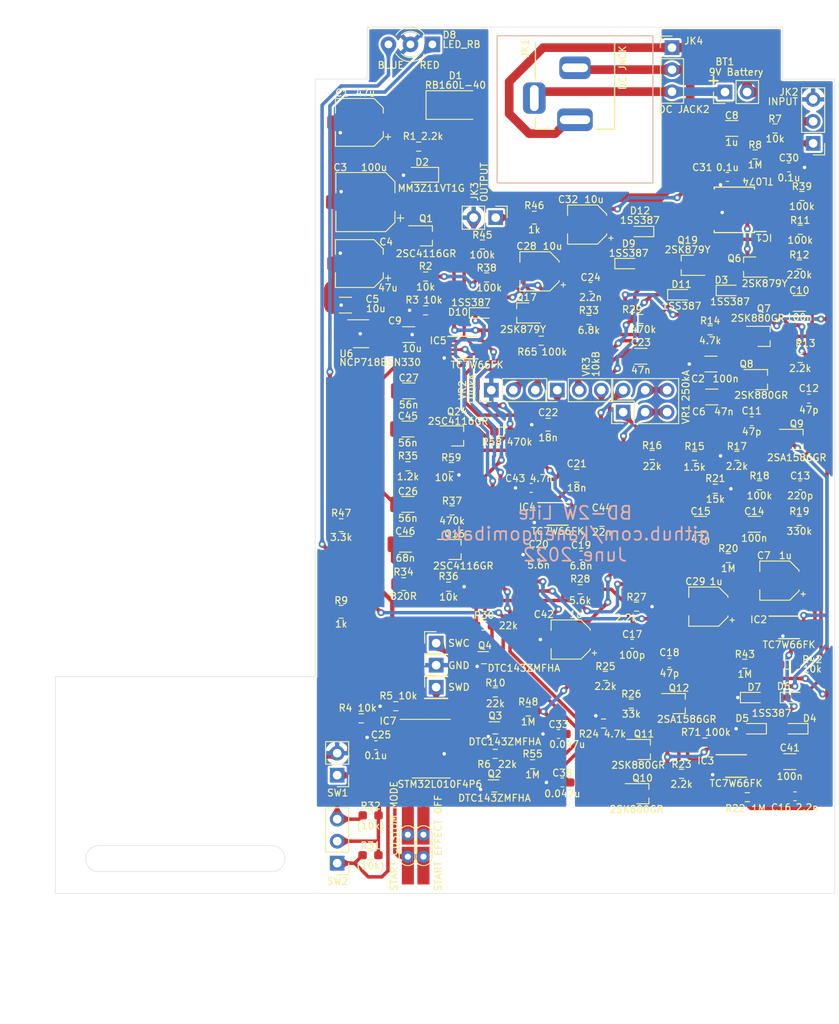
<source format=kicad_pcb>
(kicad_pcb (version 20211014) (generator pcbnew)
  (layers (0 "F.Cu" signal) (31 "B.Cu" signal) (34 "B.Paste" user) (35 "F.Paste" user) (36 "B.SilkS" user "B.Silkscreen") (37 "F.SilkS" user "F.Silkscreen") (38 "B.Mask" user) (39 "F.Mask" user) (44 "Edge.Cuts" user))
  (net 0 "")
  (net 1 "Net-(C1-Pad1)")
  (net 2 "GND")
  (net 3 "Net-(C2-Pad1)")
  (net 4 "+8V")
  (net 5 "+4V")
  (net 6 "+9V")
  (net 7 "Net-(C7-Pad1)")
  (net 8 "Net-(C14-Pad1)")
  (net 9 "Net-(C8-Pad1)")
  (net 10 "Net-(C8-Pad2)")
  (net 11 "+3V3")
  (net 12 "Net-(C10-Pad1)")
  (net 13 "Net-(C10-Pad2)")
  (net 14 "Net-(C12-Pad2)")
  (net 15 "Net-(C13-Pad1)")
  (net 16 "Net-(C14-Pad2)")
  (net 17 "Net-(C15-Pad2)")
  (net 18 "Net-(C16-Pad1)")
  (net 19 "Net-(C17-Pad1)")
  (net 20 "Net-(C17-Pad2)")
  (net 21 "Net-(C18-Pad2)")
  (net 22 "Net-(C19-Pad1)")
  (net 23 "Net-(C21-Pad1)")
  (net 24 "Net-(C23-Pad1)")
  (net 25 "Net-(C23-Pad2)")
  (net 26 "Net-(C24-Pad1)")
  (net 27 "Net-(C24-Pad2)")
  (net 28 "Net-(C26-Pad1)")
  (net 29 "Net-(C26-Pad2)")
  (net 30 "Net-(C27-Pad1)")
  (net 31 "Net-(C27-Pad2)")
  (net 32 "Net-(C28-Pad2)")
  (net 33 "Net-(C29-Pad1)")
  (net 34 "Net-(C32-Pad1)")
  (net 35 "Net-(C32-Pad2)")
  (net 36 "OFF")
  (net 37 "ON")
  (net 38 "Net-(C41-Pad1)")
  (net 39 "Net-(C42-Pad1)")
  (net 40 "Net-(C43-Pad1)")
  (net 41 "Net-(C44-Pad2)")
  (net 42 "Net-(C45-Pad2)")
  (net 43 "Net-(C46-Pad2)")
  (net 44 "Net-(D3-Pad2)")
  (net 45 "Net-(D4-Pad2)")
  (net 46 "Net-(D6-Pad1)")
  (net 47 "Net-(D10-Pad2)")
  (net 48 "Net-(D11-Pad2)")
  (net 49 "Net-(IC1-Pad1)")
  (net 50 "Net-(BT1-Pad1)")
  (net 51 "Net-(IC1-Pad10)")
  (net 52 "Net-(IC2-Pad2)")
  (net 53 "C")
  (net 54 "Net-(IC2-Pad5)")
  (net 55 "Net-(IC3-Pad1)")
  (net 57 "Net-(IC7-Pad1)")
  (net 59 "Net-(IC7-Pad4)")
  (net 60 "Net-(C11-Pad1)")
  (net 61 "Net-(C11-Pad2)")
  (net 62 "Net-(C22-Pad1)")
  (net 65 "/LED_RED")
  (net 66 "/LED_BLUE")
  (net 67 "/FOOT_SW")
  (net 69 "Net-(D8-Pad3)")
  (net 70 "/MODE_SW")
  (net 71 "/START_OFF")
  (net 72 "Net-(Q7-Pad1)")
  (net 73 "Net-(Q10-Pad1)")
  (net 74 "Net-(Q16-Pad2)")
  (net 75 "Net-(JK2-PadT)")
  (net 76 "Net-(R16-Pad2)")
  (net 77 "Net-(R26-Pad2)")
  (net 78 "/START_C")
  (net 79 "Net-(JK3-PadT)")
  (net 80 "Net-(VR2-Pad3)")
  (net 81 "Net-(IC7-Pad19)")
  (net 82 "Net-(IC7-Pad20)")
  (net 83 "Net-(Q2-Pad3)")
  (net 84 "Net-(Q3-Pad3)")
  (net 85 "Net-(BT1-Pad2)")
  (net 86 "Net-(D1-Pad2)")
  (net 87 "Net-(IC1-Pad3)")
  (net 88 "/FX_ON")
  (net 89 "/FX_OFF")
  (net 90 "/C_ON")
  (net 91 "Net-(Q24-Pad2)")
  (net 92 "Net-(D8-Pad1)")
  (footprint "Resistor_SMD:R_0805_2012Metric" (layer "F.Cu") (at 3 57.5)
    (fp_text reference "R47")
    (fp_text value "3.3k")
  )
  (footprint "Resistor_SMD:R_0603_1608Metric_Pad0.98x0.95mm_HandSolder" (layer "F.Cu") (at 25.1 85.1)
    (fp_text reference "R55")
    (fp_text value "1M")
  )
  (footprint "Capacitor_SMD:C_0603_1608Metric_Pad1.08x0.95mm_HandSolder" (layer "F.Cu") (at 25.8 60.9 180)
    (fp_text reference "C20")
    (fp_text value "5.6n")
  )
  (footprint "Connector_PinHeader_2.54mm:PinHeader_1x02_P2.54mm_Vertical" (layer "F.Cu") (at 20.84 22 -90)
    (fp_text reference "JK3")
    (fp_text value "OUTPUT")
  )
  (footprint "myFoot:my_SolderJumper-THpad-DIPsw" (layer "F.Cu") (at 10.7 94.5 -90)
    (fp_text reference "JP2" hide)
    (fp_text value "START CUSTOM MODE")
  )
  (footprint "Resistor_SMD:R_0603_1608Metric_Pad0.98x0.95mm_HandSolder" (layer "F.Cu") (at 46.2 53.3)
    (fp_text reference "R21")
    (fp_text value "15k")
  )
  (footprint "Resistor_SMD:R_0603_1608Metric_Pad0.98x0.95mm_HandSolder" (layer "F.Cu") (at 42.3 86.2)
    (fp_text reference "R23")
    (fp_text value "2.2k")
  )
  (footprint "Capacitor_SMD:C_1206_3216Metric" (layer "F.Cu") (at 45.8 42.7 180)
    (fp_text reference "C6")
    (fp_text value "47n")
  )
  (footprint "Resistor_SMD:R_0603_1608Metric_Pad0.98x0.95mm_HandSolder" (layer "F.Cu") (at 15.4125 64.6)
    (fp_text reference "R36")
    (fp_text value "10k")
  )
  (footprint "Resistor_SMD:R_0603_1608Metric_Pad0.98x0.95mm_HandSolder" (layer "F.Cu") (at 56 23.4)
    (fp_text reference "R11")
    (fp_text value "100k")
  )
  (footprint "myFoot:my_Hole_1.0mm" (layer "F.Cu") (at -25 79)
    (fp_text reference "*" hide)
    (fp_text value "a" hide)
  )
  (footprint "Resistor_SMD:R_0603_1608Metric_Pad0.98x0.95mm_HandSolder" (layer "F.Cu") (at 20.8 76.8 180)
    (fp_text reference "R10")
    (fp_text value "22k")
  )
  (footprint "Capacitor_SMD:C_0603_1608Metric_Pad1.08x0.95mm_HandSolder" (layer "F.Cu") (at 28.1 81.6 180)
    (fp_text reference "C33")
    (fp_text value "0.047u")
  )
  (footprint "Resistor_SMD:R_0603_1608Metric_Pad0.98x0.95mm_HandSolder" (layer "F.Cu") (at 33.5125 74.9 180)
    (fp_text reference "R25")
    (fp_text value "2.2k")
  )
  (footprint "Capacitor_SMD:C_0805_2012Metric" (layer "F.Cu") (at 30.2 51.8 180)
    (fp_text reference "C21")
    (fp_text value "18n")
  )
  (footprint "Resistor_SMD:R_0603_1608Metric_Pad0.98x0.95mm_HandSolder" (layer "F.Cu") (at 10.7125 50.7)
    (fp_text reference "R35")
    (fp_text value "1.2k")
  )
  (footprint "myFoot:SSOP8-P-0.50A" (layer "F.Cu") (at 54.7125 69.3)
    (fp_text reference "IC2")
    (fp_text value "TC7W66FK")
  )
  (footprint "Resistor_SMD:R_0603_1608Metric_Pad0.98x0.95mm_HandSolder" (layer "F.Cu") (at 33.3 80.4 180)
    (fp_text reference "R24")
    (fp_text value "4.7k")
  )
  (footprint "Resistor_SMD:R_0603_1608Metric_Pad0.98x0.95mm_HandSolder" (layer "F.Cu") (at 45 82.6 180)
    (fp_text reference "R71")
    (fp_text value "100k")
  )
  (footprint "Capacitor_SMD:C_1206_3216Metric" (layer "F.Cu") (at 48.1 11.7)
    (fp_text reference "C8")
    (fp_text value "1u")
  )
  (footprint "Capacitor_SMD:C_0603_1608Metric_Pad1.08x0.95mm_HandSolder" (layer "F.Cu") (at 40.9 73.4 180)
    (fp_text reference "C18")
    (fp_text value "47p")
  )
  (footprint "Package_TO_SOT_SMD:SOT-323_SC-70_Handsoldering" (layer "F.Cu") (at 16.1125 60.3)
    (fp_text reference "Q16")
    (fp_text value "2SC4116GR")
  )
  (footprint "myFoot:my_DC_Jack" (layer "F.Cu") (at 30 -2.8 -90)
    (fp_text reference "JK1")
    (fp_text value "DC JACK")
  )
  (footprint "Capacitor_SMD:CP_Elec_5x5.3" (layer "F.Cu") (at 5.1 27.3 180)
    (fp_text reference "C4")
    (fp_text value "47u")
  )
  (footprint "Package_TO_SOT_SMD:SOT-323_SC-70_Handsoldering" (layer "F.Cu") (at 43 27.5 180)
    (fp_text reference "Q19")
    (fp_text value "2SK879Y")
  )
  (footprint "LED_THT:LED_D3.0mm-3" (layer "F.Cu") (at 13.54 2 180)
    (fp_text reference "D8")
    (fp_text value "LED_RB")
  )
  (footprint "Capacitor_SMD:C_0603_1608Metric_Pad1.08x0.95mm_HandSolder" (layer "F.Cu") (at 36.6 71.2 180)
    (fp_text reference "C17")
    (fp_text value "100p")
  )
  (footprint "Capacitor_SMD:C_0603_1608Metric_Pad1.08x0.95mm_HandSolder" (layer "F.Cu") (at 54.7 16.2)
    (fp_text reference "C30")
    (fp_text value "0.1u")
  )
  (footprint "Resistor_SMD:R_0603_1608Metric_Pad0.98x0.95mm_HandSolder" (layer "F.Cu") (at 45.6 35 180)
    (fp_text reference "R14")
    (fp_text value "4.7k")
  )
  (footprint "myFoot:SSOP8-P-0.50A" (layer "F.Cu") (at 48.6 85.3)
    (fp_text reference "IC3")
    (fp_text value "TC7W66FK")
  )
  (footprint "Resistor_SMD:R_0603_1608Metric_Pad0.98x0.95mm_HandSolder" (layer "F.Cu") (at 20.7875 83.9 180)
    (fp_text reference "R6")
    (fp_text value "22k")
  )
  (footprint "Capacitor_SMD:C_0603_1608Metric_Pad1.08x0.95mm_HandSolder" (layer "F.Cu") (at 55.4 88.8)
    (fp_text reference "C16")
    (fp_text value "2.2n")
  )
  (footprint "myFoot:my_SolderJumper-THpad-DIPsw" (layer "F.Cu") (at 12.5 94.5 -90)
    (fp_text reference "JP1" hide)
    (fp_text value "START EFFECT OFF")
  )
  (footprint "myFoot:D_SOD-523_HandSoldering" (layer "F.Cu") (at 42.3 30.9)
    (fp_text reference "D11")
    (fp_text value "1SS387")
  )
  (footprint "Package_TO_SOT_SMD:SOT-323_SC-70_Handsoldering" (layer "F.Cu") (at 37.97 83.4)
    (fp_text reference "Q11")
    (fp_text value "2SK880GR")
  )
  (footprint "myFoot:my_Hole_1.0mm" (layer "F.Cu") (at 20 95)
    (fp_text reference "*" hide)
    (fp_text value "a" hide)
  )
  (footprint "Connector_PinHeader_2.54mm:PinHeader_1x03_P2.54mm_Vertical" (layer "F.Cu") (at 27.955 41.91 90)
    (fp_text reference "VR3")
    (fp_text value "10kB")
  )
  (footprint "Resistor_SMD:R_0603_1608Metric_Pad0.98x0.95mm_HandSolder" (layer "F.Cu") (at 21.6 46.7)
    (fp_text reference "R58")
    (fp_text value "470k")
  )
  (footprint "myFoot:TSSOP-20_4.4x6.5mm_P0.65mm_HS" (layer "F.Cu") (at 13.4 83.3)
    (fp_text reference "IC7")
    (fp_text value "STM32L010F4P6")
  )
  (footprint "Resistor_SMD:R_0603_1608Metric_Pad0.98x0.95mm_HandSolder" (layer "F.Cu") (at 19.8 28.9 180)
    (fp_text reference "R38")
    (fp_text value "100k")
  )
  (footprint "Resistor_SMD:R_0603_1608Metric_Pad0.98x0.95mm_HandSolder" (layer "F.Cu") (at 6.3875 95.6)
    (fp_text reference "R31")
    (fp_text value "(10k)")
  )
  (footprint "myFoot:SOT-723_HandSoldering" (layer "F.Cu") (at 20.7 87.6)
    (fp_text reference "Q2")
    (fp_text value "DTC143ZMFHA")
  )
  (footprint "Capacitor_SMD:C_0603_1608Metric_Pad1.08x0.95mm_HandSolder" (layer "F.Cu") (at 30.7 61)
    (fp_text reference "C19")
    (fp_text value "6.8n")
  )
  (footprint "Capacitor_SMD:C_0603_1608Metric_Pad1.08x0.95mm_HandSolder" (layer "F.Cu") (at 47.6 17.3 180)
    (fp_text reference "C31")
    (fp_text value "0.1u")
  )
  (footprint "Capacitor_SMD:C_0603_1608Metric_Pad1.08x0.95mm_HandSolder" (layer "F.Cu") (at 24.9375 53.2 180)
    (fp_text reference "C43")
    (fp_text value "4.7n")
  )
  (footprint "myFoot:my_Hole_1.0mm" (layer "F.Cu") (at 40 95)
    (fp_text reference "*" hide)
    (fp_text value "a" hide)
  )
  (footprint "Package_TO_SOT_SMD:SOT-323_SC-70_Handsoldering" (layer "F.Cu") (at 55.6 47.6)
    (fp_text reference "Q9")
    (fp_text value "2SA1586GR")
  )
  (footprint "Connector_PinHeader_2.54mm:PinHeader_1x03_P2.54mm_Vertical" (layer "F.Cu") (at 57.5 13.425 180)
    (fp_text reference "JK2")
    (fp_text value "INPUT")
  )
  (footprint "myFoot:SSOP8-P-0.50A" (layer "F.Cu") (at 28 56.2)
    (fp_text reference "IC4")
    (fp_text value "TC7W66FK")
  )
  (footprint "Package_TO_SOT_SMD:SOT-23-5_HandSoldering" (layer "F.Cu") (at 5.3 35.4)
    (fp_text reference "U6")
    (fp_text value "NCP718BSN330")
  )
  (footprint "Capacitor_SMD:CP_Elec_4x5.3" (layer "F.Cu") (at 29.5 70.7 180)
    (fp_text reference "C42")
    (fp_text value "1u")
  )
  (footprint "Package_TO_SOT_SMD:SOT-323_SC-70_Handsoldering" (layer "F.Cu") (at 24 33 180)
    (fp_text reference "Q17")
    (fp_text value "2SK879Y")
  )
  (footprint "Resistor_SMD:R_0603_1608Metric_Pad0.98x0.95mm_HandSolder" (layer "F.Cu") (at 49.9 88.9 180)
    (fp_text reference "R22")
    (fp_text value "1M")
  )
  (footprint "Capacitor_SMD:C_0805_2012Metric" (layer "F.Cu") (at 33.1 56.9 180)
    (fp_text reference "C44")
    (fp_text value "22n")
  )
  (footprint "myFoot:my_Hole_1.0mm" (layer "F.Cu") (at -5 79)
    (fp_text reference "*" hide)
    (fp_text value "a" hide)
  )
  (footprint "Capacitor_SMD:C_0603_1608Metric_Pad1.08x0.95mm_HandSolder" (layer "F.Cu") (at 7 82.9 180)
    (fp_text reference "C25")
    (fp_text value "0.1u")
  )
  (footprint "Capacitor_SMD:C_0603_1608Metric_Pad1.08x0.95mm_HandSolder" (layer "F.Cu") (at 50.4 45.5)
    (fp_text reference "C11")
    (fp_text value "47p")
  )
  (footprint "Resistor_SMD:R_0603_1608Metric_Pad0.98x0.95mm_HandSolder" (layer "F.Cu") (at 5.3125 79.8)
    (fp_text reference "R4")
    (fp_text value "10k")
  )
  (footprint "Capacitor_SMD:CP_Elec_4x5.3" (layer "F.Cu") (at 53.6 63.9 180)
    (fp_text reference "C7")
    (fp_text value "1u")
  )
  (footprint "Capacitor_SMD:CP_Elec_5x5.3" (layer "F.Cu") (at 5.1 11 180)
    (fp_text reference "C1")
    (fp_text value "47u")
  )
  (footprint "Resistor_SMD:R_0603_1608Metric_Pad0.98x0.95mm_HandSolder" (layer "F.Cu") (at 19.3 25.1 180)
    (fp_text reference "R45")
    (fp_text value "100k")
  )
  (footprint "myFoot:SSOP8-P-0.50A" (layer "F.Cu") (at 17.6 37)
    (fp_text reference "IC5")
    (fp_text value "TC7W66FK")
  )
  (footprint "Connector_PinHeader_2.54mm:PinHeader_1x02_P2.54mm_Vertical" (layer "F.Cu") (at 2.54 86.36 180)
    (fp_text reference "SW1")
    (fp_text value "ON/OFF" hide)
  )
  (footprint "Package_TO_SOT_SMD:SOT-323_SC-70_Handsoldering" (layer "F.Cu") (at 12.8 24.1)
    (fp_text reference "Q1")
    (fp_text value "2SC4116GR")
  )
  (footprint "Capacitor_SMD:C_0805_2012Metric" (layer "F.Cu") (at 26.9 45.9 180)
    (fp_text reference "C22")
    (fp_text value "18n")
  )
  (footprint "Resistor_SMD:R_0805_2012Metric" (layer "F.Cu") (at 3 67.5)
    (fp_text reference "R9")
    (fp_text value "1k")
  )
  (footprint "Capacitor_SMD:C_1206_3216Metric" (layer "F.Cu") (at 45.7 38.9 180)
    (fp_text reference "C2")
    (fp_text value "100n")
  )
  (footprint "Capacitor_SMD:C_1206_3216Metric" (layer "F.Cu") (at 3.5 32.1 180)
    (fp_text reference "C5")
    (fp_text value "10u")
  )
  (footprint "myFoot:SOT-723_HandSoldering" (layer "F.Cu") (at 19.5 72.8)
    (fp_text reference "Q4")
    (fp_text value "DTC143ZMFHA")
  )
  (footprint "myFoot:D_SOD-523_HandSoldering" (layer "F.Cu") (at 50.5 81 180)
    (fp_text reference "D5")
    (fp_text value "1SS387" hide)
  )
  (footprint "Resistor_SMD:R_0603_1608Metric_Pad0.98x0.95mm_HandSolder" (layer "F.Cu") (at 19.5 69.1)
    (fp_text reference "R30")
    (fp_text value "22k")
  )
  (footprint "Connector_PinHeader_2.54mm:PinHeader_1x03_P2.54mm_Vertical" (layer "F.Cu") (at 20.335 41.91 90)
    (fp_text reference "VR2")
    (fp_text value "100kA")
  )
  (footprint "Resistor_SMD:R_0603_1608Metric_Pad0.98x0.95mm_HandSolder" (layer "F.Cu") (at 36.5 78.1 180)
    (fp_text reference "R26")
    (fp_text value "33k")
  )
  (footprint "Capacitor_SMD:C_1206_3216Metric" (layer "F.Cu") (at 54.8 84.8)
    (fp_text reference "C41")
    (fp_text value "100n")
  )
  (footprint "Capacitor_SMD:CP_Elec_4x5.3" (layer "F.Cu") (at 25.9 28.2 180)
    (fp_text reference "C28")
    (fp_text value "10u")
  )
  (footprint "Capacitor_SMD:CP_Elec_6.3x5.2" (layer "F.Cu") (at 5.8 20.2 180)
    (fp_text reference "C3")
    (fp_text value "100u")
  )
  (footprint "Resistor_SMD:R_0603_1608Metric_Pad0.98x0.95mm_HandSolder" (layer "F.Cu") (at 51.3 52.9 180)
    (fp_text reference "R18")
    (fp_text value "100k")
  )
  (footprint "Capacitor_SMD:C_0603_1608Metric_Pad1.08x0.95mm_HandSolder" (layer "F.Cu") (at 31.8 30 180)
    (fp_text reference "C24")
    (fp_text value "2.2n")
  )
  (footprint "myFoot:D_SOD-523_HandSoldering" (layer "F.Cu") (at 19.4 33)
    (fp_text reference "D10")
    (fp_text value "1SS387")
  )
  (footprint "Resistor_SMD:R_0603_1608Metric_Pad0.98x0.95mm_HandSolder" (layer "F.Cu") (at 15.8 55.8)
    (fp_text reference "R37")
    (fp_text value "470k")
  )
  (footprint "Connector_PinHeader_2.54mm:PinHeader_1x01_P2.54mm_Vertical" (layer "F.Cu") (at 13.97 76.2)
    (fp_text reference "J2" hide)
    (fp_text value "SWD")
  )
  (footprint "Resistor_SMD:R_0603_1608Metric_Pad0.98x0.95mm_HandSolder" (layer "F.Cu") (at 37.1 66.9)
    (fp_text reference "R27")
    (fp_text value "2.2k")
  )
  (footprint "Resistor_SMD:R_0603_1608Metric_Pad0.98x0.95mm_HandSolder" (layer "F.Cu") (at 26.1 36.2)
    (fp_text reference "R65")
    (fp_text value "100k")
  )
  (footprint "Connector_PinHeader_2.54mm:PinHeader_2x03_P2.54mm_Vertical" (layer "F.Cu") (at 35.56 44.45 90)
    (fp_text reference "VR1")
    (fp_text value "250kA")
  )
  (footprint "Resistor_SMD:R_0603_1608Metric_Pad0.98x0.95mm_HandSolder" (layer "F.Cu") (at 55.9 27.4)
    (fp_text reference "R12")
    (fp_text value "220k")
  )
  (footprint "Connector_PinHeader_2.54mm:PinHeader_1x01_P2.54mm_Vertical" (layer "F.Cu") (at 13.97 73.66)
    (fp_text reference "J4" hide)
    (fp_text value "GND")
  )
  (footprint "Resistor_SMD:R_0805_2012Metric" (layer "F.Cu") (at 10.2125 64.3)
    (fp_text reference "R34")
    (fp_text value "820R")
  )
  (footprint "myFoot:my_TSSOP-14" (layer "F.Cu") (at 48.4 21.1 180)
    (fp_text reference "IC1")
    (fp_text value "TL074")
  )
  (footprint "Connector_PinHeader_2.54mm:PinHeader_1x01_P2.54mm_Vertical" (layer "F.Cu") (at 13.97 71.12)
    (fp_text reference "J3" hide)
    (fp_text value "SWC")
  )
  (footprint "myFoot:D_SOD-523_HandSoldering" (layer "F.Cu") (at 47.9 30.4)
    (fp_text reference "D3")
    (fp_text value "1SS387")
  )
  (footprint "Capacitor_SMD:C_1206_3216Metric" (layer "F.Cu") (at 10.8125 42)
    (fp_text reference "C27")
    (fp_text value "56n")
  )
  (footprint "Resistor_SMD:R_0603_1608Metric_Pad0.98x0.95mm_HandSolder" (layer "F.Cu") (at 12.75 28.8)
    (fp_text reference "R2")
    (fp_text value "10k")
  )
  (footprint "Resistor_SMD:R_0603_1608Metric_Pad0.98x0.95mm_HandSolder" (layer "F.Cu") (at 43.8 49.5 180)
    (fp_text reference "R15")
    (fp_text value "1.5k")
  )
  (footprint "Diode_SMD:D_SMA" (layer "F.Cu") (at 16.2 9)
    (fp_text reference "D1")
    (fp_text value "RB160L-40")
  )
  (footprint "Resistor_SMD:R_0603_1608Metric_Pad0.98x0.95mm_HandSolder" (layer "F.Cu") (at 24.6 79 180)
    (fp_text reference "R48")
    (fp_text value "1M")
  )
  (footprint "Capacitor_SMD:C_1206_3216Metric" (layer "F.Cu") (at 44.5 57.4 180)
    (fp_text reference "C15")
    (fp_text value "47n")
  )
  (footprint "Resistor_SMD:R_0603_1608Metric_Pad0.98x0.95mm_HandSolder" (layer "F.Cu") (at 37.6 33.7 180)
    (fp_text reference "R29")
    (fp_text value "470k")
  )
  (footprint "Resistor_SMD:R_0603_1608Metric_Pad0.98x0.95mm_HandSolder" (layer "F.Cu") (at 31.6 33.8)
    (fp_text reference "R33")
    (fp_text value "6.8k")
  )
  (footprint "Resistor_SMD:R_0603_1608Metric_Pad0.98x0.95mm_HandSolder" (layer "F.Cu") (at 9.3 78.4)
    (fp_text reference "R5")
    (fp_text value "10k")
  )
  (footprint "Package_TO_SOT_SMD:SOT-323_SC-70_Handsoldering" (layer "F.Cu") (at 16.4125 47.2)
    (fp_text reference "Q24")
    (fp_text value "2SC4116GR")
  )
  (footprint "Capacitor_SMD:C_1206_3216Metric" (layer "F.Cu") (at 55.9 31.9 180)
    (fp_text reference "C10")
    (fp_text value "100n")
  )
  (footprint "myFoot:D_SOD-523_HandSoldering" (layer "F.Cu") (at 50.7 77.4)
    (fp_text reference "D7")
    (fp_text value "1SS387" hide)
  )
  (footprint "Resistor_SMD:R_0603_1608Metric_Pad0.98x0.95mm_HandSolder" (layer "F.Cu") (at 56 38.2 180)
    (fp_text reference "R13")
    (fp_text value "2.2k")
  )
  (footprint "myFoot:SOT-723_HandSoldering" (layer "F.Cu") (at 20.8 80.9)
    (fp_text reference "Q3")
    (fp_text value "DTC143ZMFHA")
  )
  (footprint "Resistor_SMD:R_0603_1608Metric_Pad0.98x0.95mm_HandSolder" (layer "F.Cu") (at 11.95 13.8 180)
    (fp_text reference "R1")
    (fp_text value "2.2k")
  )
  (footprint "Capacitor_SMD:C_1206_3216Metric" (layer "F.Cu") (at 10.8 35.5)
    (fp_text reference "C9")
    (fp_text value "10u")
  )
  (footprint "Resistor_SMD:R_0603_1608Metric_Pad0.98x0.95mm_HandSolder" (layer "F.Cu") (at 55.9 57 180)
    (fp_text reference "R19")
    (fp_text value "330k")
  )
  (footprint "Resistor_SMD:R_0603_1608Metric_Pad0.98x0.95mm_HandSolder" (layer "F.Cu") (at 47.7 61.3 180)
    (fp_text reference "R20")
    (fp_text value "1M")
  )
  (footprint "myFoot:my_Hole_1.0mm" (layer "F.Cu") (at -15 90)
    (fp_text reference "*" hide)
    (fp_text value "a" hide)
  )
  (footprint "Capacitor_SMD:C_0603_1608Metric_Pad1.08x0.95mm_HandSolder" (layer "F.Cu") (at 57 42.9 180)
    (fp_text reference "C12")
    (fp_text value "47p")
  )
  (footprint "Resistor_SMD:R_0603_1608Metric_Pad0.98x0.95mm_HandSolder" (layer "F.Cu") (at 54.6125 73.6 180)
    (fp_text reference "R42")
    (fp_text value "10k")
  )
  (footprint "Package_TO_SOT_SMD:SOT-323_SC-70_Handsoldering" (layer "F.Cu") (at 51.8 35.7)
    (fp_text reference "Q7")
    (fp_text value "2SK880GR")
  )
  (footprint "Resistor_SMD:R_0805_2012Metric" (layer "F.Cu") (at 25.3 22 180)
    (fp_text reference "R46")
    (fp_text value "1k")
  )
  (footprint "Diode_SMD:D_SOD-323_HandSoldering" (layer "F.Cu") (at 12.35 17.05 180)
    (fp_text reference "D2")
    (fp_text value "MM3Z11VT1G")
  )
  (footprint "Resistor_SMD:R_0603_1608Metric_Pad0.98x0.95mm_HandSolder" (layer "F.Cu") (at 49.6125 73.5 180)
    (fp_text reference "R43")
    (fp_text value "1M")
  )
  (footprint "Package_TO_SOT_SMD:SOT-323_SC-70_Handsoldering" (layer "F.Cu") (at 50.2 27.7 180)
    (fp_text reference "Q6")
    (fp_text value "2SK879Y")
  )
  (footprint "Resistor_SMD:R_0603_1608Metric_Pad0.98x0.95mm_HandSolder" (layer "F.Cu") (at 12.75 32.7 180)
    (fp_text reference "R3")
    (fp_text value "10k")
  )
  (footprint "Package_TO_SOT_SMD:SOT-323_SC-70_Handsoldering" (layer "F.Cu") (at 37.8 88.5)
    (fp_text reference "Q10")
    (fp_text value "2SK880GR")
  )
  (footprint "Resistor_SMD:R_0603_1608Metric_Pad0.98x0.95mm_HandSolder" (layer "F.Cu") (at 30.6 64.9 180)
    (fp_text reference "R28")
    (fp_text value "5.6k")
  )
  (footprint "Capacitor_SMD:C_1206_3216Metric" (layer "F.Cu") (at 10.7125 46.4)
    (fp_text reference "C45")
    (fp_text value "56n")
  )
  (footprint "Capacitor_SMD:C_0603_1608Metric_Pad1.08x0.95mm_HandSolder" (layer "F.Cu") (at 56 52.9 180)
    (fp_text reference "C13")
    (fp_text value "220p")
  )
  (footprint "myFoot:D_SOD-523_HandSoldering" (layer "F.Cu") (at 55.3 81 180)
    (fp_text reference "D4")
    (fp_text value "1SS387" hide)
  )
  (footprint "Capacitor_SMD:C_1206_3216Metric" (layer "F.Cu") (at 10.7125 55.1)
    (fp_text reference "C26")
    (fp_text value "56n")
  )
  (footprint "Connector_PinHeader_2.54mm:PinHeader_1x03_P2.54mm_Vertical" (layer "F.Cu") (at 2.54 96.52 180)
    (fp_text reference "SW2")
    (fp_text value "MODE" hide)
  )
  (footprint "Resistor_SMD:R_0603_1608Metric_Pad0.98x0.95mm_HandSolder" (layer "F.Cu") (at 48.6875 49.5 180)
    (fp_text reference "R17")
    (fp_text value "2.2k")
  )
  (footprint "myFoot:D_SOD-523_HandSoldering" (layer "F.Cu") (at 36.2 27.3)
    (fp_text reference "D9")
    (fp_text value "1SS387")
  )
  (footprint "Capacitor_SMD:CP_Elec_4x5.3" (layer "F.Cu") (at 31.4 22.8 180)
    (fp_text reference "C32")
    (fp_text value "10u")
  )
  (footprint "Package_TO_SOT_SMD:SOT-323_SC-70_Handsoldering" (layer "F.Cu") (at 51.5 40.7)
    (fp_text reference "Q8")
    (fp_text value "2SK880GR")
  )
  (footprint "Capacitor_SMD:C_0603_1608Metric_Pad1.08x0.95mm_HandSolder" (layer "F.Cu") (at 28.5375 87.2 180)
    (fp_text reference "C38")
    (fp_text value "0.047u")
  )
  (footprint "Capacitor_SMD:C_1206_3216Metric" (layer "F.Cu") (at 50.7 57.4 180)
    (fp_text reference "C14")
    (fp_text value "100n")
  )
  (footprint "Connector_PinHeader_2.54mm:PinHeader_1x03_P2.54mm_Vertical" (layer "F.Cu") (at 41.2 2.375)
    (fp_text reference "JK4")
    (fp_text value "DC JACK2")
  )
  (footprint "Resistor_SMD:R_0603_1608Metric_Pad0.98x0.95mm_HandSolder" (layer "F.Cu") (at 50.8 14.7)
    (fp_text reference "R8")
    (fp_text value "1M")
  )
  (footprint "myFoot:D_SOD-523_HandSoldering" (layer "F.Cu") (at 37.5 23.6 180)
    (fp_text reference "D12")
    (fp_text value "1SS387")
  )
  (footprint "Resistor_SMD:R_0603_1608Metric_Pad0.98x0.95mm_HandSolder" (layer "F.Cu") (at 15.7125 50.8)
    (fp_text reference "R59")
    (fp_text value "10k")
  )
  (footprint "Resistor_SMD:R_0603_1608Metric_Pad0.98x0.95mm_HandSolder" (layer "F.Cu") (at 53.1 11.7 180)
    (fp_text reference "R7")
    (fp_text value "10k")
  )
  (footprint "Resistor_SMD:R_0603_1608Metric_Pad0.98x0.95mm_HandSolder" (layer "F.Cu") (at 38.9 49.4 180)
    (fp_text reference "R16")
    (fp_text value "22k")
  )
  (footprint "Capacitor_SMD:C_1206_3216Metric" (layer "F.Cu") (at 37.6 38 180)
    (fp_text reference "C23")
    (fp_text value "47n")
  )
  (footprint "Resistor_SMD:R_0603_1608Metric_Pad0.98x0.95mm_HandSolder" (layer "F.Cu") (at 6.4 91 180)
    (fp_text reference "R32")
    (fp_text value "(10k)")
  )
  (footprint "Capacitor_SMD:C_1206_3216Metric" (layer "F.Cu") (at 10.4125 59.7)
    (fp_text reference "C46")
    (fp_text value "68n")
  )
  (footprint "Connector_PinHeader_2.54mm:PinHeader_1x02_P2.54mm_Vertical" (layer "F.Cu") (at 47.325 7.5 90)
    (fp_text reference "BT1")
    (fp_text value "9V Battery")
  )
  (footprint "Capacitor_SMD:CP_Elec_4x5.3" (layer "F.Cu") (at 45.4 66.9 180)
    (fp_text reference "C29")
    (fp_text value "1u")
  )
  (footprint "Package_TO_SOT_SMD:SOT-323_SC-70_Handsoldering" (layer "F.Cu") (at 42 78.1)
    (fp_text reference "Q12")
    (fp_text value "2SA1586GR")
  )
  (footprint "Resistor_SMD:R_0603_1608Metric_Pad0.98x0.95mm_HandSolder" (layer "F.Cu") (at 56.2 19.5)
    (fp_text reference "R39")
    (fp_text value "100k")
  )
  (footprint "myFoot:D_SOD-523_HandSoldering" (layer "F.Cu") (at 55.3 77.4)
    (fp_text reference "D6")
    (fp_text value "1SS387")
  )
  (gr_rect (start 21 1) (end 39 18) (layer "B.SilkS") (width 0.12) (fill none))
  (gr_rect (start 21 1) (end 39 18) (layer "F.SilkS") (width 0.12) (fill none))
  (gr_line (start 45.5 6.2) (end 46.5 6.2) (layer "F.SilkS") (width 0.2))
  (gr_line (start 46 5.7) (end 46 6.7) (layer "F.SilkS") (width 0.2))
  (gr_line (start 0 75) (end -30 75) (layer "Edge.Cuts") (width 0.05))
  (gr_arc (start -25 97.5) (mid -26.5 96) (end -25 94.5) (layer "Edge.Cuts") (width 0.05))
  (gr_line (start 60 6) (end 54 6) (layer "Edge.Cuts") (width 0.05))
  (gr_line (start 0 6) (end 0 75) (layer "Edge.Cuts") (width 0.05))
  (gr_line (start -25 94.5) (end -5 94.5) (layer "Edge.Cuts") (width 0.05))
  (gr_line (start -25 97.5) (end -5 97.5) (layer "Edge.Cuts") (width 0.05))
  (gr_line (start 54 6) (end 54 0) (layer "Edge.Cuts") (width 0.05))
  (gr_line (start 60 100) (end 60 6) (layer "Edge.Cuts") (width 0.05))
  (gr_line (start 6 0) (end 6 6) (layer "Edge.Cuts") (width 0.05))
  (gr_line (start 0 100) (end 60 100) (layer "Edge.Cuts") (width 0.05))
  (gr_line (start -30 75) (end -30 100) (layer "Edge.Cuts") (width 0.05))
  (gr_line (start 54 0) (end 6 0) (layer "Edge.Cuts") (width 0.05))
  (gr_line (start -30 100) (end 0 100) (layer "Edge.Cuts") (width 0.05))
  (gr_arc (start -5 94.5) (mid -3.5 96) (end -5 97.5) (layer "Edge.Cuts") (width 0.05))
  (gr_line (start 6 6) (end 0 6) (layer "Edge.Cuts") (width 0.05))
  (gr_text "BD-2W Lite\ngithub.com/kanengomibako\nJune 2022" (at 30 58.5) (layer "B.SilkS") (effects (font (size 1.5 1.5) (thickness 0.2)) (justify mirror)))
  (gr_text "BLUE   RED" (at 10.8 4.4) (layer "F.SilkS") (effects (font (size 0.8 0.8) (thickness 0.13))))
  (segment (start 7.3 11) (end 8.2375 11) (width 1) (layer "F.Cu") (net 1))
  (segment (start 8.2375 11) (end 11.0375 13.8) (width 1) (layer "F.Cu") (net 1))
  (segment (start 11.47 23.45) (end 11.47 19.18) (width 1) (layer "F.Cu") (net 1))
  (segment (start 11.47 19.18) (end 13.6 17.05) (width 1) (layer "F.Cu") (net 1))
  (segment (start 11.0375 14.4875) (end 13.6 17.05) (width 1) (layer "F.Cu") (net 1))
  (segment (start 11.0375 13.8) (end 11.0375 14.4875) (width 1) (layer "F.Cu") (net 1))
  (segment (start 2.9 11) (end 2.9 12.2) (width 0.4) (layer "F.Cu") (net 2))
  (segment (start 20.05 81.3) (end 20.05 81.85) (width 0.4) (layer "F.Cu") (net 2))
  (segment (start 2.54 89.74) (end 0.8 88) (width 0.4) (layer "F.Cu") (net 2))
  (segment (start 47.775 49.5) (end 46.8 49.5) (width 0.4) (layer "F.Cu") (net 2))
  (segment (start 49.8 77.4) (end 48.8 77.4) (width 0.4) (layer "F.Cu") (net 2))
  (segment (start 18.75 73.75) (end 18.7 73.8) (width 0.4) (layer "F.Cu") (net 2))
  (segment (start 18.3 22) (end 18.3 25.0125) (width 0.4) (layer "F.Cu") (net 2))
  (segment (start 16.625 51.675) (end 16.6 51.7) (width 0.4) (layer "F.Cu") (net 2))
  (segment (start 32.3875 79.5125) (end 32.4 79.5) (width 0.4) (layer "F.Cu") (net 2))
  (segment (start 10.7 95.77) (end 10.7 96.8) (width 0.4) (layer "F.Cu") (net 2))
  (segment (start 4 35.4) (end 5.2 35.4) (width 0.5) (layer "F.Cu") (net 2))
  (segment (start 19.95 88) (end 19.1 88) (width 0.4) (layer "F.Cu") (net 2))
  (segment (start 3 20.2) (end 3 26) (width 0.4) (layer "F.Cu") (net 2))
  (segment (start 46.9 86.05) (end 46.15 86.05) (width 0.3) (layer "F.Cu") (net 2))
  (segment (start 10.7 95.77) (end 12.5 95.77) (width 0.4) (layer "F.Cu") (net 2))
  (segment (start 2.54 91.44) (end 5.0475 91.44) (width 0.4) (layer "F.Cu") (net 2))
  (segment (start 1.78 83.82) (end 2.54 83.82) (width 0.4) (layer "F.Cu") (net 2))
  (segment (start 16.325 64.6) (end 17.2 64.6) (width 0.4) (layer "F.Cu") (net 2))
  (segment (start 14.9 83.9) (end 14.9 84.6) (width 0.4) (layer "F.Cu") (net 2))
  (segment (start 14.9 84.6) (end 10.9 88.6) (width 0.4) (layer "F.Cu") (net 2))
  (segment (start 24.9375 60.9) (end 24 60.9) (width 0.4) (layer "F.Cu") (net 2))
  (segment (start 2.025 30.275) (end 2.9 29.4) (width 2) (layer "F.Cu") (net 2))
  (segment (start 16.625 50.8) (end 16.625 51.675) (width 0.4) (layer "F.Cu") (net 2))
  (segment (start 24.075 53.2) (end 23.1375 53.2) (width 0.4) (layer "F.Cu") (net 2))
  (segment (start 0.8 88) (end 0.8 84.8) (width 0.4) (layer "F.Cu") (net 2))
  (segment (start 45.25 21.1) (end 46.7 21.1) (width 0.4) (layer "F.Cu") (net 2))
  (segment (start 46.7 21.1) (end 47 21.4) (width 0.4) (layer "F.Cu") (net 2))
  (segment (start 46.9 85.05) (end 46.15 85.05) (width 0.3) (layer "F.Cu") (net 2))
  (segment (start 44.225 38.9) (end 43.2 38.9) (width 0.4) (layer "F.Cu") (net 2))
  (segment (start 2.9 12.2) (end 2.9 18.9) (width 0.4) (layer "F.Cu") (net 2))
  (segment (start 0.8 84.8) (end 1.78 83.82) (width 0.4) (layer "F.Cu") (net 2))
  (segment (start 2.9 29.4) (end 2.9 27.3) (width 2) (layer "F.Cu") (net 2))
  (segment (start 6.1375 82.9) (end 6.1375 82.1375) (width 0.4) (layer "F.Cu") (net 2))
  (segment (start 44.6875 35) (end 44.6875 36.5125) (width 0.4) (layer "F.Cu") (net 2))
  (segment (start 25.55 56.95) (end 25.3 57.2) (width 0.3) (layer "F.Cu") (net 2))
  (segment (start 44.6875 36.5125) (end 44.225 36.975) (width 0.4) (layer "F.Cu") (net 2))
  (segment (start 10.25 17.05) (end 10.2 17.1) (width 0.4) (layer "F.Cu") (net 2))
  (segment (start 8.3875 78.4) (end 7.5 78.4) (width 0.4) (layer "F.Cu") (net 2))
  (segment (start 10.9 88.6) (end 10.1 88.6) (width 0.4) (layer "F.Cu") (net 2))
  (segment (start 3 27.2) (end 2.9 27.3) (width 2) (layer "F.Cu") (net 2))
  (segment (start 3 20.2) (end 3 27.2) (width 2) (layer "F.Cu") (net 2))
  (segment (start 3 26) (end 2.9 26.1) (width 0.4) (layer "F.Cu") (net 2))
  (segment (start 46.15 86.05) (end 45.9 86.3) (width 0.3) (layer "F.Cu") (net 2))
  (segment (start 44.225 42.6) (end 44.325 42.7) (width 0.4) (layer "F.Cu") (net 2))
  (segment (start 44.225 36.975) (end 44.225 38.9) (width 0.4) (layer "F.Cu") (net 2))
  (segment (start 55.5625 16.2) (end 56.5 16.2) (width 0.4) (layer "F.Cu") (net 2))
  (segment (start 10.1 88.6) (end 9.2 89.5) (width 0.4) (layer "F.Cu") (net 2))
  (segment (start 2.025 32.1) (end 3 32.1) (width 0.4) (layer "F.Cu") (net 2))
  (segment (start 2.54 91.44) (end 2.54 89.74) (width 0.4) (layer "F.Cu") (net 2))
  (segment (start 27.675 87.2) (end 26.7 87.2) (width 0.4) (layer "F.Cu") (net 2))
  (segment (start 45.9 85.3) (end 45.9 86.3) (width 0.3) (layer "F.Cu") (net 2))
  (segment (start 11.8375 32.7) (end 10.9 32.7) (width 0.4) (layer "F.Cu") (net 2))
  (segment (start 27.7 70.7) (end 26 70.7) (width 0.4) (layer "F.Cu") (net 2))
  (segment (start 38.0125 66.9) (end 38.9 66.9) (width 0.4) (layer "F.Cu") (net 2))
  (segment (start 9.2 95.3) (end 9.67 95.77) (width 0.4) (layer "F.Cu") (net 2))
  (segment (start 11.1 17.05) (end 10.25 17.05) (width 0.4) (layer "F.Cu") (net 2))
  (segment (start 18.3 25.0125) (end 18.3875 25.1) (width 0.4) (layer "F.Cu") (net 2))
  (segment (start 46.15 85.05) (end 45.9 85.3) (width 0.3) (layer "F.Cu") (net 2))
  (segment (start 2.9 20.1) (end 3 20.2) (width 2) (layer "F.Cu") (net 2))
  (segment (start 46.7375 17.3) (end 46.7375 18.1375) (width 0.4) (layer "F.Cu") (net 2))
  (segment (start 15.35 37.75) (end 14.9 38.2) (width 0.3) (layer "F.Cu") (net 2))
  (segment (start 25.95 45.9) (end 25 45.9) (width 0.4) (layer "F.Cu") (net 2))
  (segment (start 12.5 95.77) (end 12.5 96.8) (width 0.4) (layer "F.Cu") (net 2))
  (segment (start 9.2 89.5) (end 9.2 95.3) (width 0.4) (layer "F.Cu") (net 2))
  (segment (start 32.3875 80.4) (end 32.3875 79.5125) (width 0.4) (layer "F.Cu") (net 2))
  (segment (start 18.75 73.2) (end 18.75 73.75) (width 0.4) (layer "F.Cu") (net 2))
  (segment (start 6.1375 82.1375) (end 6 82) (width 0.4) (layer "F.Cu") (net 2))
  (segment (start 5.0475 91.44) (end 5.4875 91) (width 0.4) (layer "F.Cu") (net 2))
  (segment (start 15.9 37.75) (end 15.35 37.75) (width 0.3) (layer "F.Cu") (net 2))
  (segment (start 3 20.2) (end 3 19) (width 0.4) (layer "F.Cu") (net 2))
  (segment (start 46.7375 18.1375) (end 46.8 18.2) (width 0.4) (layer "F.Cu") (net 2))
  (segment (start 15.175 83.625) (end 14.9 83.9) (width 0.4) (layer "F.Cu") (net 2))
  (segment (start 9.67 95.77) (end 10.7 95.77) (width 0.4) (layer "F.Cu") (net 2))
  (segment (start 49.6 81) (end 48.6 81) (width 0.4) (layer "F.Cu") (net 2))
  (segment (start 47.1125 53.3) (end 48 53.3) (width 0.4) (layer "F.Cu") (net 2))
  (segment (start 2.9 11) (end 2.9 20.1) (width 2) (layer "F.Cu") (net 2))
  (segment (start 44.225 38.9) (end 44.225 42.6) (width 0.4) (layer "F.Cu") (net 2))
  (segment (start 27.2375 81.6) (end 26.3 81.6) (width 0.4) (layer "F.Cu") (net 2))
  (segment (start 20.05 81.85) (end 20 81.9) (width 0.4) (layer "F.Cu") (net 2))
  (segment (start 2.9 27.3) (end 2.9 26.1) (width 0.4) (layer "F.Cu") (net 2))
  (segment (start 53.0125 70.05) (end 53.75 70.05) (width 0.3) (layer "F.Cu") (net 2))
  (segment (start 2.025 32.1) (end 2.025 30.275) (width 2) (layer "F.Cu") (net 2))
  (segment (start 12.275 35.5) (end 11.2 35.5) (width 1) (layer "F.Cu") (net 2))
  (segment (start 16.5625 83.625) (end 15.175 83.625) (width 0.4) (layer "F.Cu") (net 2))
  (segment (start 26.3 56.95) (end 25.55 56.95) (width 0.3) (layer "F.Cu") (net 2))
  (segment (start 53.75 70.05) (end 54 70.3) (width 0.3) (layer "F.Cu") (net 2))
  (segment (start 2.9 18.9) (end 3 19) (width 0.4) (layer "F.Cu") (net 2))
  (via (at 46.8 49.5) (size 0.8) (drill 0.4) (layers "F.Cu" "B.Cu") (net 2))
  (via (at 17.2 64.6) (size 0.8) (drill 0.4) (layers "F.Cu" "B.Cu") (net 2))
  (via (at 56.5 16.2) (size 0.8) (drill 0.4) (layers "F.Cu" "B.Cu") (net 2))
  (via (at 7.5 78.4) (size 0.8) (drill 0.4) (layers "F.Cu" "B.Cu") (net 2))
  (via (at 16.6 51.7) (size 0.8) (drill 0.4) (layers "F.Cu" "B.Cu") (net 2))
  (via (at 43.2 38.9) (size 0.8) (drill 0.4) (layers "F.Cu" "B.Cu") (net 2))
  (via (at 2.9 26.1) (size 0.8) (drill 0.4) (layers "F.Cu" "B.Cu") (net 2))
  (via (at 26.7 87.2) (size 0.8) (drill 0.4) (layers "F.Cu" "B.Cu") (net 2))
  (via (at 48 53.3) (size 0.8) (drill 0.4) (layers "F.Cu" "B.Cu") (net 2))
  (via (at 45.9 86.3) (size 0.8) (drill 0.4) (layers "F.Cu" "B.Cu") (net 2))
  (via (at 23.1375 53.2) (size 0.8) (drill 0.4) (layers "F.Cu" "B.Cu") (net 2))
  (via (at 14.9 38.2) (size 0.8) (drill 0.4) (layers "F.Cu" "B.Cu") (net 2))
  (via (at 11.2 35.5) (size 0.8) (drill 0.4) (layers "F.Cu" "B.Cu") (net 2))
  (via (at 46.8 18.2) (size 0.8) (drill 0.4) (layers "F.Cu" "B.Cu") (net 2))
  (via (at 26.3 81.6) (size 0.8) (drill 0.4) (layers "F.Cu" "B.Cu") (net 2))
  (via (at 5.2 35.4) (size 0.8) (drill 0.4) (layers "F.Cu" "B.Cu") (net 2))
  (via (at 25 45.9) (size 0.8) (drill 0.4) (layers "F.Cu" "B.Cu") (net 2))
  (via (at 18.7 73.8) (size 0.8) (drill 0.4) (layers "F.Cu" "B.Cu") (net 2))
  (via (at 38.9 66.9) (size 0.8) (drill 0.4) (layers "F.Cu" "B.Cu") (net 2))
  (via (at 24 60.9) (size 0.8) (drill 0.4) (layers "F.Cu" "B.Cu") (net 2))
  (via (at 20 81.9) (size 0.8) (drill 0.4) (layers "F.Cu" "B.Cu") (net 2))
  (via (at 48.8 77.4) (size 0.8) (drill 0.4) (layers "F.Cu" "B.Cu") (net 2))
  (via (at 14.9 83.9) (size 0.8) (drill 0.4) (layers "F.Cu" "B.Cu") (net 2))
  (via (at 32.4 79.5) (size 0.8) (drill 0.4) (layers "F.Cu" "B.Cu") (net 2))
  (via (at 2.9 12.2) (size 0.8) (drill 0.4) (layers "F.Cu" "B.Cu") (net 2))
  (via (at 48.6 81) (size 0.8) (drill 0.4) (layers "F.Cu" "B.Cu") (net 2))
  (via (at 54 70.3) (size 0.8) (drill 0.4) (layers "F.Cu" "B.Cu") (net 2))
  (via (at 25.3 57.2) (size 0.8) (drill 0.4) (layers "F.Cu" "B.Cu") (net 2))
  (via (at 26 70.7) (size 0.8) (drill 0.4) (layers "F.Cu" "B.Cu") (net 2))
  (via (at 10.9 32.7) (size 0.8) (drill 0.4) (layers "F.Cu" "B.Cu") (net 2))
  (via (at 19.1 88) (size 0.8) (drill 0.4) (layers "F.Cu" "B.Cu") (net 2))
  (via (at 10.2 17.1) (size 0.8) (drill 0.4) (layers "F.Cu" "B.Cu") (net 2))
  (via (at 6 82) (size 0.8) (drill 0.4) (layers "F.Cu" "B.Cu") (net 2))
  (via (at 3 32.1) (size 0.8) (drill 0.4) (layers "F.Cu" "B.Cu") (net 2))
  (via (at 3 19) (size 0.8) (drill 0.4) (layers "F.Cu" "B.Cu") (net 2))
  (via (at 47 21.4) (size 0.8) (drill 0.4) (layers "F.Cu" "B.Cu") (net 2))
  (segment (start 47.275 42.7) (end 42.8875 47.0875) (width 0.4) (layer "F.Cu") (net 3))
  (segment (start 47.175 38.9) (end 47.175 42.6) (width 0.4) (layer "F.Cu") (net 3))
  (segment (start 47.175 42.6) (end 47.275 42.7) (width 0.4) (layer "F.Cu") (net 3))
  (segment (start 42.8875 47.0875) (end 42.8875 49.5) (width 0.4) (layer "F.Cu") (net 3))
  (segment (start 55.35 48.25) (end 55.7 48.6) (width 0.4) (layer "F.Cu") (net 4))
  (segment (start 52.1 39.5) (end 51.5 40.1) (width 0.4) (layer "F.Cu") (net 4))
  (segment (start 54.4 44.6) (end 54.4 39.5) (width 0.4) (layer "F.Cu") (net 4))
  (segment (start 31.7 21) (end 34.9 21) (width 0.4) (layer "F.Cu") (net 4))
  (segment (start 18.75 38.65) (end 20.85 38.65) (width 0.4) (layer "F.Cu") (net 4))
  (segment (start 18.32125 59.42125) (end 17.4425 60.3) (width 0.4) (layer "F.Cu") (net 4))
  (segment (start 27.1 51.2) (end 24.7575 48.8575) (width 0.4) (layer "F.Cu") (net 4))
  (segment (start 8.6 23.63) (end 8.6 20.2) (width 1) (layer "F.Cu") (net 4))
  (segment (start 21.6 35.6) (end 21 35) (width 0.4) (layer "F.Cu") (net 4))
  (segment (start 49.9 26.7) (end 49.9 25.6) (width 0.4) (layer "F.Cu") (net 4))
  (segment (start 18.8 44.8) (end 17.3 43.3) (width 0.4) (layer "F.Cu") (net 4))
  (segment (start 41.3875 86.2) (end 40.67 85.4825) (width 0.4) (layer "F.Cu") (net 4))
  (segment (start 56.2 34.6) (end 56 34.4) (width 0.4) (layer "F.Cu") (net 4))
  (segment (start 56.9125 38.2) (end 56.9 38.2) (width 0.4) (layer "F.Cu") (net 4))
  (segment (start 49.9 21.1) (end 51.55 21.1) (width 0.4) (layer "F.Cu") (net 4))
  (segment (start 54.27 48.25) (end 53.35 48.25) (width 0.4) (layer "F.Cu") (net 4))
  (segment (start 49.1 83) (end 48.8 82.7) (width 0.4) (layer "F.Cu") (net 4))
  (segment (start 19.3 36.25) (end 19.3 35.1) (width 0.3) (layer "F.Cu") (net 4))
  (segment (start 31.4 24.3) (end 31.4 21.3) (width 0.4) (layer "F.Cu") (net 4))
  (segment (start 11.47 24.75) (end 11.47 26.57) (width 1) (layer "F.Cu") (net 4))
  (segment (start 48.4625 19.6625) (end 49.9 21.1) (width 0.4) (layer "F.Cu") (net 4))
  (segment (start 56.9125 38.2) (end 56.9125 38.1125) (width 0.4) (layer "F.Cu") (net 4))
  (segment (start 21.6 37.9) (end 21.6 35.6) (width 0.4) (layer "F.Cu") (net 4))
  (segment (start 52.9 46.1) (end 54.4 44.6) (width 0.4) (layer "F.Cu") (net 4))
  (segment (start 29.7 55.2) (end 29.3 54.8) (width 0.3) (layer "F.Cu") (net 4))
  (segment (start 16.03 34.93) (end 16.1 35) (width 0.4) (layer "F.Cu") (net 4))
  (segment (start 16.03 26.57) (end 16.03 34.93) (width 0.4) (layer "F.Cu") (net 4))
  (segment (start 29.7 55.45) (end 29.7 55.2) (width 0.3) (layer "F.Cu") (net 4))
  (segment (start 54.27 48.25) (end 55.35 48.25) (width 0.4) (layer "F.Cu") (net 4))
  (segment (start 23.7 45.4) (end 23.1 44.8) (width 0.4) (layer "F.Cu") (net 4))
  (segment (start 24.7575 48.8575) (end 23.7575 48.8575) (width 0.4) (layer "F.Cu") (net 4))
  (segment (start 17.7425 47.2) (end 18.37125 47.82875) (width 0.4) (layer "F.Cu") (net 4))
  (segment (start 49.1 84.2) (end 49.1 83) (width 0.4) (layer "F.Cu") (net 4))
  (segment (start 20.85 38.65) (end 21.6 37.9) (width 0.4) (layer "F.Cu") (net 4))
  (segment (start 30.5 25.2) (end 31.4 24.3) (width 0.4) (layer "F.Cu") (net 4))
  (segment (start 18.37125 47.82875) (end 19.4 48.8575) (width 0.4) (layer "F.Cu") (net 4))
  (segment (start 18.4 59.3425) (end 18.32125 59.42125) (width 0.4) (layer "F.Cu") (net 4))
  (segment (start 53.35 48.25) (end 52.9 47.8) (width 0.4) (layer "F.Cu") (net 4))
  (segment (start 31.4 21.3) (end 31.7 21) (width 0.4) (layer "F.Cu") (net 4))
  (segment (start 23.7 48.8) (end 23.7575 48.8575) (width 0.4) (layer "F.Cu") (net 4))
  (segment (start 16.03 26.57) (end 20.73 26.57) (width 0.4) (layer "F.Cu") (net 4))
  (segment (start 37.45 84.05) (end 38.8825 85.4825) (width 0.4) (layer "F.Cu") (net 4))
  (segment (start 49.45 84.55) (end 49.1 84.2) (width 0.3) (layer "F.Cu") (net 4))
  (segment (start 56.9125 38.1125) (end 56.2 37.4) (width 0.4) (layer "F.Cu") (net 4))
  (segment (start 54.4 39.5) (end 52.1 39.5) (width 0.4) (layer "F.Cu") (net 4))
  (segment (start 56.4125 68.55) (end 56.4125 67.9125) (width 0.3) (layer "F.Cu") (net 4))
  (segment (start 49.9 21.1) (end 49.9 23.3) (width 0.4) (layer "F.Cu") (net 4))
  (segment (start 40.67 85.4825) (end 40.67 84.27) (width 0.4) (layer "F.Cu") (net 4))
  (segment (start 19.4 48.8575) (end 23.7575 48.8575) (width 0.4) (layer "F.Cu") (net 4))
  (segment (start 23.1 44.8) (end 18.8 44.8) (width 0.4) (layer "F.Cu") (net 4))
  (segment (start 50.8 29.4) (end 50.2 28.8) (width 0.4) (layer "F.Cu") (net 4))
  (segment (start 18.4 47.8575) (end 18.4 59.3425) (width 0.4) (layer "F.Cu") (net 4))
  (segment (start 56 34.4) (end 54.7 34.4) (width 0.4) (layer "F.Cu") (net 4))
  (segment (start 56.4125 67.9125) (end 56.4 67.9) (width 0.3) (layer "F.Cu") (net 4))
  (segment (start 38.8825 85.4825) (end 40.67 85.4825) (width 0.4) (layer "F.Cu") (net 4))
  (segment (start 51.5 41) (end 51.15 41.35) (width 0.4) (layer "F.Cu") (net 4))
  (segment (start 11.47 26.57) (end 11.47 28.4325) (width 1) (layer "F.Cu") (net 4))
  (segment (start 18.5875 61.445) (end 17.4425 60.3) (width 0.4) (layer "F.Cu") (net 4))
  (segment (start 46.7 76.1) (end 55.4 76.1) (width 0.4) (layer "F.Cu") (net 4))
  (segment (start 17.3 43.3) (end 17.3 40.1) (width 0.4) (layer "F.Cu") (net 4))
  (segment (start 36.64 84.05) (end 37.45 84.05) (width 0.4) (layer "F.Cu") (net 4))
  (segment (start 45.9125 76.8875) (end 46.7 76.1) (width 0.4) (layer "F.Cu") (net 4))
  (segment (start 52.9 47.8) (end 52.9 46.1) (width 0.4) (layer "F.Cu") (net 4))
  (segment (start 18.5 35) (end 19.4 35) (width 0.4) (layer "F.Cu") (net 4))
  (segment (start 48.4625 17.3) (end 48.4625 19.6625) (width 0.4) (layer "F.Cu") (net 4))
  (segment (start 50.3 84.55) (end 49.45 84.55) (width 0.3) (layer "F.Cu") (net 4))
  (segment (start 11.47 26.57) (end 16.03 26.57) (width 0.4) (layer "F.Cu") (net 4))
  (segment (start 53 32.7) (end 53 31.3) (width 0.4) (layer "F.Cu") (net 4))
  (segment (start 40.67 84.27) (end 40.67 78.75) (width 0.4) (layer "F.Cu") (net 4))
  (segment (start 51.5 40.1) (end 51.5 41) (width 0.4) (layer "F.Cu") (net 4))
  (segment (start 17.3 40.1) (end 18.75 38.65) (width 0.4) (layer "F.Cu") (net 4))
  (segment (start 51.15 41.35) (end 50.17 41.35) (width 0.4) (layer "F.Cu") (net 4))
  (segment (start 20.73 26.57) (end 22.1 25.2) (width 0.4) (layer "F.Cu") (net 4))
  (segment (start 18.5875 69.1) (end 18.5875 61.445) (width 0.4) (layer "F.Cu") (net 4))
  (segment (start 11.47 24.75) (end 9.72 24.75) (width 1) (layer "F.Cu") (net 4))
  (segment (start 46.0125 82.7) (end 48.8 82.7) (width 0.4) (layer "F.Cu") (net 4))
  (segment (start 45.9125 82.6) (end 45.9125 76.8875) (width 0.4) (layer "F.Cu") (net 4))
  (segment (start 11.47 28.4325) (end 11.8375 28.8) (width 1) (layer "F.Cu") (net 4))
  (segment (start 19.3 35.1) (end 19.4 35) (width 0.3) (layer "F.Cu") (net 4))
  (segment (start 51.1 29.4) (end 50.8 29.4) (width 0.4) (layer "F.Cu") (net 4))
  (segment (start 45.9125 82.6) (end 45.9125 82.6875) (width 0.4) (layer "F.Cu") (net 4))
  (segment (start 50.2 28.8) (end 50.2 27) (width 0.4) (layer "F.Cu") (net 4))
  (segment (start 22.1 25.2) (end 30.5 25.2) (width 0.4) (layer "F.Cu") (net 4))
  (segment (start 9.72 24.75) (end 8.6 23.63) (width 1) (layer "F.Cu") (net 4))
  (segment (start 55.6 39.5) (end 54.4 39.5) (width 0.4) (layer "F.Cu") (net 4))
  (segment (start 50.2 27) (end 49.9 26.7) (width 0.4) (layer "F.Cu") (net 4))
  (segment (start 53 31.3) (end 51.1 29.4) (width 0.4) (layer "F.Cu") (net 4))
  (segment (start 54.7 34.4) (end 53 32.7) (width 0.4) (layer "F.Cu") (net 4))
  (segment (start 45.5 16) (end 47.1625 16) (width 0.4) (layer "F.Cu") (net 4))
  (segment (start 45.9125 82.6875) (end 44.9 83.7) (width 0.4) (layer "F.Cu") (net 4))
  (segment (start 41.8 19.7) (end 45.5 16) (width 0.4) (layer "F.Cu") (net 4))
  (segment (start 47.1625 16) (end 48.4625 17.3) (width 0.4) (layer "F.Cu") (net 4))
  (segment (start 21 35) (end 19.4 35) (width 0.4) (layer "F.Cu") (net 4))
  (segment (start 23.7 45.4) (end 23.7 48.8) (width 0.4) (layer "F.Cu") (net 4))
  (segment (start 46.0125 82.7) (end 45.9125 82.6) (width 0.4) (layer "F.Cu") (net 4))
  (segment (start 56.9 38.2) (end 55.6 39.5) (width 0.4) (layer "F.Cu") (net 4))
  (via (at 44.9 83.7) (size 0.8) (drill 0.4) (layers "F.Cu" "B.Cu") (net 4))
  (via (at 56.4 67.9) (size 0.8) (drill 0.4) (layers "F.Cu" "B.Cu") (net 4))
  (via (at 16.1 35) (size 0.8) (drill 0.4) (layers "F.Cu" "B.Cu") (net 4))
  (via (at 41.8 19.7) (size 0.8) (drill 0.4) (layers "F.Cu" "B.Cu") (net 4))
  (via (at 34.9 21) (size 0.8) (drill 0.4) (layers "F.Cu" "B.Cu") (net 4))
  (via (at 56.2 34.6) (size 0.8) (drill 0.4) (layers "F.Cu" "B.Cu") (net 4))
  (via (at 29.3 54.8) (size 0.8) (drill 0.4) (layers "F.Cu" "B.Cu") (net 4))
  (via (at 49.9 23.3) (size 0.8) (drill 0.4) (layers "F.Cu" "B.Cu") (net 4))
  (via (at 56.2 37.4) (size 0.8) (drill 0.4) (layers "F.Cu" "B.Cu") (net 4))
  (via (at 55.7 48.6) (size 0.8) (drill 0.4) (layers "F.Cu" "B.Cu") (net 4))
  (via (at 49.9 25.6) (size 0.8) (drill 0.4) (layers "F.Cu" "B.Cu") (net 4))
  (via (at 40.67 84.27) (size 0.8) (drill 0.4) (layers "F.Cu" "B.Cu") (net 4))
  (via (at 55.4 76.1) (size 0.8) (drill 0.4) (layers "F.Cu" "B.Cu") (net 4))
  (via (at 18.5 35) (size 0.8) (drill 0.4) (layers "F.Cu" "B.Cu") (net 4))
  (via (at 27.1 51.2) (size 0.8) (drill 0.4) (layers "F.Cu" "B.Cu") (net 4))
  (segment (start 59.1 67.8) (end 59.1 52) (width 0.4) (layer "B.Cu") (net 4))
  (segment (start 27.7 51.8) (end 27.1 51.2) (width 0.4) (layer "B.Cu") (net 4))
  (segment (start 36.1 19.8) (end 36.2 19.7) (width 0.4) (layer "B.Cu") (net 4))
  (segment (start 29.3 54.8) (end 27.7 53.2) (width 0.4) (layer "B.Cu") (net 4))
  (segment (start 49.9 23.3) (end 49.9 25.6) (width 0.4) (layer "B.Cu") (net 4))
  (segment (start 34.9 21) (end 36.1 19.8) (width 0.4) (layer "B.Cu") (net 4))
  (segment (start 36.2 19.7) (end 41.8 19.7) (width 0.4) (layer "B.Cu") (net 4))
  (segment (start 40.74 84.2) (end 40.67 84.27) (width 0.4) (layer "B.Cu") (net 4))
  (segment (start 44.4 84.2) (end 40.74 84.2) (width 0.4) (layer "B.Cu") (net 4))
  (segment (start 55.4 76.1) (end 55.4 75) (width 0.4) (layer "B.Cu") (net 4))
  (segment (start 59.1 52) (end 55.7 48.6) (width 0.4) (layer "B.Cu") (net 4))
  (segment (start 44.9 83.7) (end 44.4 84.2) (width 0.4) (layer "B.Cu") (net 4))
  (segment (start 55.4 75) (end 59.1 71.3) (width 0.4) (layer "B.Cu") (net 4))
  (segment (start 56.2 37.4) (end 56.2 34.6) (width 0.4) (layer "B.Cu") (net 4))
  (segment (start 59 67.9) (end 59.1 67.8) (width 0.4) (layer "B.Cu") (net 4))
  (segment (start 56.4 67.9) (end 59 67.9) (width 0.4) (layer "B.Cu") (net 4))
  (segment (start 16.1 35) (end 18.5 35) (width 0.4) (layer "B.Cu") (net 4))
  (segment (start 27.7 53.2) (end 27.7 51.8) (width 0.4) (layer "B.Cu") (net 4))
  (segment (start 59.1 71.3) (end 59.1 67.8) (width 0.4) (layer "B.Cu") (net 4))
  (segment (start 44 33.6) (end 52.4 33.6) (width 0.4) (layer "F.Cu") (net 5))
  (segment (start 19.7 39.5) (end 22.8 39.5) (width 0.4) (layer "F.Cu") (net 5))
  (segment (start 35.1 36.2) (end 36.7 36.2) (width 0.4) (layer "F.Cu") (net 5))
  (segment (start 18.2 29.5875) (end 18.8875 28.9) (width 0.4) (layer "F.Cu") (net 5))
  (segment (start 59 33.7) (end 59.1 33.6) (width 0.4) (layer "F.Cu") (net 5))
  (segment (start 16.4 46.7) (end 16.7 46.4) (width 0.4) (layer "F.Cu") (net 5))
  (segment (start 35.1 36.4) (end 35.1 36.2) (width 0.4) (layer "F.Cu") (net 5))
  (segment (start 21.4125 47.8) (end 22.5125 46.7) (width 0.4) (layer "F.Cu") (net 5))
  (segment (start 27.0125 36.2) (end 27.0125 37.3125) (width 0.4) (layer "F.Cu") (net 5))
  (segment (start 50.4 75.2) (end 56.6 75.2) (width 0.4) (layer "F.Cu") (net 5))
  (segment (start 57.1125 18.8125) (end 57.1125 19.5) (width 0.4) (layer "F.Cu") (net 5))
  (segment (start 22.8 39.5) (end 24.9 37.4) (width 0.4) (layer "F.Cu") (net 5))
  (segment (start 37.2 36.7) (end 37.2 39.6) (width 0.4) (layer "F.Cu") (net 5))
  (segment (start 22.5125 46.7) (end 22.5125 45.8125) (width 0.4) (layer "F.Cu") (net 5))
  (segment (start 24 36.6) (end 24 30.8) (width 0.4) (layer "F.Cu") (net 5))
  (segment (start 16.4 47.8) (end 16.4 46.7) (width 0.4) (layer "F.Cu") (net 5))
  (segment (start 53.8375 16.6375) (end 55 17.8) (width 0.4) (layer "F.Cu") (net 5))
  (segment (start 58.6 77) (end 59.1 77) (width 0.4) (layer "F.Cu") (net 5))
  (segment (start 50.2875 90.2) (end 48.9875 88.9) (width 0.4) (layer "F.Cu") (net 5))
  (segment (start 18.2 29.8) (end 18.2 29.5875) (width 0.4) (layer "F.Cu") (net 5))
  (segment (start 27.1 37.4) (end 34.1 37.4) (width 0.4) (layer "F.Cu") (net 5))
  (segment (start 7.3 27.3) (end 10.7625 30.7625) (width 1) (layer "F.Cu") (net 5))
  (segment (start 59.1 88.5) (end 57.4 90.2) (width 0.4) (layer "F.Cu") (net 5))
  (segment (start 20.2 47.8) (end 21.4125 47.8) (width 0.4) (layer "F.Cu") (net 5))
  (segment (start 13.6625 28.8) (end 14.9 28.8) (width 0.4) (layer "F.Cu") (net 5))
  (segment (start 24 30.8) (end 23.15625 29.95625) (width 0.4) (layer "F.Cu") (net 5))
  (segment (start 40.2 40.3) (end 43.1 37.4) (width 0.4) (layer "F.Cu") (net 5))
  (segment (start 56.8125 27.4) (end 56.8125 23.5) (width 0.4) (layer "F.Cu") (net 5))
  (segment (start 37.9 40.3) (end 40.2 40.3) (width 0.4) (layer "F.Cu") (net 5))
  (segment (start 52.4 33.6) (end 53.3 34.5) (width 0.4) (layer "F.Cu") (net 5))
  (segment (start 21.7 43.7) (end 19.4 43.7) (width 0.4) (layer "F.Cu") (net 5))
  (segment (start 23.15625 29.95625) (end 19.94375 29.95625) (width 0.4) (layer "F.Cu") (net 5))
  (segment (start 59.1 30.6) (end 59.1 33.6) (width 0.4) (layer "F.Cu") (net 5))
  (segment (start 10.7625 30.7625) (end 13.6625 30.7625) (width 1) (layer "F.Cu") (net 5))
  (segment (start 35 36.5) (end 35.1 36.4) (width 0.4) (layer "F.Cu") (net 5))
  (segment (start 16.7 46.4) (end 18.8 46.4) (width 0.4) (layer "F.Cu") (net 5))
  (segment (start 13.6625 30.7625) (end 13.6625 32.7) (width 1) (layer "F.Cu") (net 5))
  (segment (start 43.1 34.5) (end 44 33.6) (width 0.4) (layer "F.Cu") (net 5))
  (segment (start 17.7 52.6) (end 17.7 49.1) (width 0.4) (layer "F.Cu") (net 5))
  (segment (start 58.4 33.7) (end 59 33.7) (width 0.4) (layer "F.Cu") (net 5))
  (segment (start 51.7125 14.7) (end 52.3375 14.7) (width 0.4) (layer "F.Cu") (net 5))
  (segment (start 36.6 33.7) (end 35.9 34.4) (width 0.4) (layer "F.Cu") (net 5))
  (segment (start 19.94375 29.95625) (end 18.8875 28.9) (width 0.4) (layer "F.Cu") (net 5))
  (segment (start 55 17.8) (end 56.1 17.8) (width 0.4) (layer "F.Cu") (net 5))
  (segment (start 24.9 37.4) (end 24.8 37.4) (width 0.4) (layer "F.Cu") (net 5))
  (segment (start 18.8 40.4) (end 19.7 39.5) (width 0.4) (layer "F.Cu") (net 5))
  (segment (start 27.0125 37.3125) (end 27.1 37.4) (width 0.4) (layer "F.Cu") (net 5))
  (segment (start 43.1 37.4) (end 43.1 34.5) (width 0.4) (layer "F.Cu") (net 5))
  (segment (start 18.8 46.4) (end 20.2 47.8) (width 0.4) (layer "F.Cu") (net 5))
  (segment (start 22.5125 45.8125) (end 22.5 45.8) (width 0.4) (layer "F.Cu") (net 5))
  (segment (start 56.8125 27.4) (end 56.8125 28.3125) (width 0.4) (layer "F.Cu") (net 5))
  (segment (start 52.3375 14.7) (end 53.8375 16.2) (width 0.4) (layer "F.Cu") (net 5))
  (segment (start 24.9 37.4) (end 27.1 37.4) (width 0.4) (layer "F.Cu") (net 5))
  (segment (start 57.1125 19.5) (end 57.1125 23.2) (width 0.4) (layer "F.Cu") (net 5))
  (segment (start 56.1 17.8) (end 57.1125 18.8125) (width 0.4) (layer "F.Cu") (net 5))
  (segment (start 59.1 33.6) (end 59.1 77) (width 0.4) (layer "F.Cu") (net 5))
  (segment (start 19.4 43.7) (end 18.8 43.1) (width 0.4) (layer "F.Cu") (net 5))
  (segment (start 17.7 49.1) (end 16.4 47.8) (width 0.4) (layer "F.Cu") (net 5))
  (segment (start 56.8125 28.3125) (end 59.1 30.6) (width 0.4) (layer "F.Cu") (net 5))
  (segment (start 34.1 37.4) (end 35 36.5) (width 0.4) (layer "F.Cu") (net 5))
  (segment (start 48.7 73.5) (end 50.4 75.2) (width 0.4) (layer "F.Cu") (net 5))
  (segment (start 59.1 77) (end 59.1 88.5) (width 0.4) (layer "F.Cu") (net 5))
  (segment (start 18.8 43.1) (end 18.8 40.4) (width 0.4) (layer "F.Cu") (net 5))
  (segment (start 16.7125 53.5875) (end 17.7 52.6) (width 0.4) (layer "F.Cu") (net 5))
  (segment (start 56.8125 23.5) (end 56.9125 23.4) (width 0.4) (layer "F.Cu") (net 5))
  (segment (start 53.8375 16.2) (end 53.8375 16.6375) (width 0.4) (layer "F.Cu") (net 5))
  (segment (start 36.6875 33.7) (end 36.6 33.7) (width 0.4) (layer "F.Cu") (net 5))
  (segment (start 36.7 36.2) (end 37.2 36.7) (width 0.4) (layer "F.Cu") (net 5))
  (segment (start 57.4 90.2) (end 50.2875 90.2) (width 0.4) (layer "F.Cu") (net 5))
  (segment (start 16.7125 55.8) (end 16.7125 53.5875) (width 0.4) (layer "F.Cu") (net 5))
  (segment (start 37.2 39.6) (end 37.9 40.3) (width 0.4) (layer "F.Cu") (net 5))
  (segment (start 13.6625 28.8) (end 13.6625 30.7625) (width 1) (layer "F.Cu") (net 5))
  (segment (start 24.8 37.4) (end 24 36.6) (width 0.4) (layer "F.Cu") (net 5))
  (segment (start 57.1125 23.2) (end 56.9125 23.4) (width 0.4) (layer "F.Cu") (net 5))
  (via (at 58.6 77) (size 0.8) (drill 0.4) (layers "F.Cu" "B.Cu") (net 5))
  (via (at 14.9 28.8) (size 0.8) (drill 0.4) (layers "F.Cu" "B.Cu") (net 5))
  (via (at 53.3 34.5) (size 0.8) (drill 0.4) (layers "F.Cu" "B.Cu") (net 5))
  (via (at 58.4 33.7) (size 0.8) (drill 0.4) (layers "F.Cu" "B.Cu") (net 5))
  (via (at 21.7 43.7) (size 0.8) (drill 0.4) (layers "F.Cu" "B.Cu") (net 5))
  (via (at 22.5 45.8) (size 0.8) (drill 0.4) (layers "F.Cu" "B.Cu") (net 5))
  (via (at 18.2 29.8) (size 0.8) (drill 0.4) (layers "F.Cu" "B.Cu") (net 5))
  (via (at 35 36.5) (size 0.8) (drill 0.4) (layers "F.Cu" "B.Cu") (net 5))
  (via (at 56.6 75.2) (size 0.8) (drill 0.4) (layers "F.Cu" "B.Cu") (net 5))
  (via (at 35.9 34.4) (size 0.8) (drill 0.4) (layers "F.Cu" "B.Cu") (net 5))
  (segment (start 56.8 75.2) (end 58.6 77) (width 0.4) (layer "B.Cu") (net 5))
  (segment (start 53.3 34.5) (end 54.1 33.7) (width 0.4) (layer "B.Cu") (net 5))
  (segment (start 54.1 33.7) (end 58.4 33.7) (width 0.4) (layer "B.Cu") (net 5))
  (segment (start 22.5 45.8) (end 22.5 44.5) (width 0.4) (layer "B.Cu") (net 5))
  (segment (start 35.9 34.4) (end 35.9 35.6) (width 0.4) (layer "B.Cu") (net 5))
  (segment (start 14.9 28.8) (end 17.2 28.8) (width 0.4) (layer "B.Cu") (net 5))
  (segment (start 56.6 75.2) (end 56.8 75.2) (width 0.4) (layer "B.Cu") (net 5))
  (segment (start 22.5 44.5) (end 21.7 43.7) (width 0.4) (layer "B.Cu") (net 5))
  (segment (start 17.2 28.8) (end 18.2 29.8) (width 0.4) (layer "B.Cu") (net 5))
  (segment (start 35.9 35.6) (end 35 36.5) (width 0.4) (layer "B.Cu") (net 5))
  (segment (start 14.13 20.17) (end 15.55 18.75) (width 1) (layer "F.Cu") (net 6))
  (segment (start 14.13 24.1) (end 14.13 20.17) (width 1) (layer "F.Cu") (net 6))
  (segment (start 5.85 19.25) (end 5.85 23.15) (width 0.5) (layer "F.Cu") (net 6))
  (segment (start 4 36.35) (end 2.75 36.35) (width 0.5) (layer "F.Cu") (net 6))
  (segment (start 12.8625 13.8) (end 13.5 13.8) (width 1) (layer "F.Cu") (net 6))
  (segment (start 2.85 34.45) (end 4 34.45) (width 0.5) (layer "F.Cu") (net 6))
  (segment (start 6.15 9) (end 5.1 10.05) (width 0.5) (layer "F.Cu") (net 6))
  (segment (start 14.2 9) (end 6.15 9) (width 0.5) (layer "F.Cu") (net 6))
  (segment (start 28.9 83.9) (end 21.7 83.9) (width 0.4) (layer "F.Cu") (net 6))
  (segment (start 14.2 13.1) (end 14.2 9) (width 1) (layer "F.Cu") (net 6))
  (segment (start 21.7125 76.8) (end 26.1 76.8) (width 0.4) (layer "F.Cu") (net 6))
  (segment (start 2.4 36) (end 2.4 34.9) (width 0.5) (layer "F.Cu") (net 6))
  (segment (start 15.55 14.45) (end 14.2 13.1) (width 1) (layer "F.Cu") (net 6))
  (segment (start 30.2 82.6) (end 28.9 83.9) (width 0.4) (layer "F.Cu") (net 6))
  (segment (start 30.2 80.9) (end 30.2 82.6) (width 0.4) (layer "F.Cu") (net 6))
  (segment (start 13.5 13.8) (end 14.2 13.1) (width 1) (layer "F.Cu") (net 6))
  (segment (start 7.6 67.6) (end 5.2 65.2) (width 0.4) (layer "F.Cu") (net 6))
  (segment (start 21.7125 68.1125) (end 21.7125 76.8) (width 0.4) (layer "F.Cu") (net 6))
  (segment (start 4 52.3) (end 4 36.35) (width 0.4) (layer "F.Cu") (net 6))
  (segment (start 5.85 23.15) (end 5.05 23.95) (width 0.5) (layer "F.Cu") (net 6))
  (segment (start 2.75 36.35) (end 2.4 36) (width 0.5) (layer "F.Cu") (net 6))
  (segment (start 2.4 34.9) (end 2.85 34.45) (width 0.5) (layer "F.Cu") (net 6))
  (segment (start 4 33.075) (end 4.975 32.1) (width 0.5) (layer "F.Cu") (net 6))
  (segment (start 5.2 65.2) (end 5.2 53.5) (width 0.4) (layer "F.Cu") (net 6))
  (segment (start 5.05 23.95) (end 5.05 32.025) (width 0.5) (layer "F.Cu") (net 6))
  (segment (start 15.55 18.75) (end 15.55 14.45) (width 1) (layer "F.Cu") (net 6))
  (segment (start 5.05 32.025) (end 4.975 32.1) (width 0.5) (layer "F.Cu") (net 6))
  (segment (start 5.2 53.5) (end 4 52.3) (width 0.4) (layer "F.Cu") (net 6))
  (segment (start 21.2 67.6) (end 21.7125 68.1125) (width 0.4) (layer "F.Cu") (net 6))
  (segment (start 5.1 18.5) (end 5.85 19.25) (width 0.5) (layer "F.Cu") (net 6))
  (segment (start 5.1 10.05) (end 5.1 18.5) (width 0.5) (layer "F.Cu") (net 6))
  (segment (start 26.1 76.8) (end 30.2 80.9) (width 0.4) (layer "F.Cu") (net 6))
  (segment (start 4 34.45) (end 4 33.075) (width 0.5) (layer "F.Cu") (net 6))
  (via (at 7.6 67.6) (size 0.8) (drill 0.4) (layers "F.Cu" "B.Cu") (net 6))
  (via (at 21.2 67.6) (size 0.8) (drill 0.4) (layers "F.Cu" "B.Cu") (net 6))
  (segment (start 7.6 67.6) (end 21.2 67.6) (width 0.4) (layer "B.Cu") (net 6))
  (segment (start 55.4 63.9) (end 55.4 65.2) (width 0.4) (layer "F.Cu") (net 7))
  (segment (start 57.45 69.55) (end 56.4125 69.55) (width 0.3) (layer "F.Cu") (net 7))
  (segment (start 57.7 69.3) (end 57.5 69.5) (width 0.4) (layer "F.Cu") (net 7))
  (segment (start 55.4 65.2) (end 57.7 67.5) (width 0.4) (layer "F.Cu") (net 7))
  (segment (start 57.5 69.5) (end 57.45 69.55) (width 0.3) (layer "F.Cu") (net 7))
  (segment (start 57.7 67.5) (end 57.7 69.3) (width 0.4) (layer "F.Cu") (net 7))
  (segment (start 54.9875 59.6875) (end 58.4 63.1) (width 0.4) (layer "F.Cu") (net 8))
  (segment (start 56.275 84.8) (end 56.275 81.075) (width 0.4) (layer "F.Cu") (net 8))
  (segment (start 58.4 75.2) (end 56.2 77.4) (width 0.4) (layer "F.Cu") (net 8))
  (segment (start 58.4 63.1) (end 58.4 75.2) (width 0.4) (layer "F.Cu") (net 8))
  (segment (start 54.9875 57) (end 52.575 57) (width 0.4) (layer "F.Cu") (net 8))
  (segment (start 48.6125 61.3125) (end 51.2 63.9) (width 0.4) (layer "F.Cu") (net 8))
  (segment (start 56.275 81.075) (end 56.2 81) (width 0.4) (layer "F.Cu") (net 8))
  (segment (start 51.2 63.9) (end 51.8 63.9) (width 0.4) (layer "F.Cu") (net 8))
  (segment (start 56.275 88.7875) (end 56.2625 88.8) (width 0.4) (layer "F.Cu") (net 8))
  (segment (start 56.2 77.4) (end 56.2 81) (width 0.4) (layer "F.Cu") (net 8))
  (segment (start 48.6125 60.9625) (end 52.175 57.4) (width 0.4) (layer "F.Cu") (net 8))
  (segment (start 48.6125 61.3) (end 48.6125 61.3125) (width 0.4) (layer "F.Cu") (net 8))
  (segment (start 48.6125 61.3) (end 48.6125 60.9625) (width 0.4) (layer "F.Cu") (net 8))
  (segment (start 54.9875 57) (end 54.9875 59.6875) (width 0.4) (layer "F.Cu") (net 8))
  (segment (start 52.575 57) (end 52.175 57.4) (width 0.4) (layer "F.Cu") (net 8))
  (segment (start 56.275 84.8) (end 56.275 88.7875) (width 0.4) (layer "F.Cu") (net 8))
  (segment (start 49.4 14.7) (end 49.8875 14.7) (width 0.4) (layer "F.Cu") (net 9))
  (segment (start 46.625 11.7) (end 46.625 11.925) (width 0.4) (layer "F.Cu") (net 9))
  (segment (start 50.45 20.45) (end 51.55 20.45) (width 0.4) (layer "F.Cu") (net 9))
  (segment (start 49.8875 14.7) (end 49.8875 19.8875) (width 0.4) (layer "F.Cu") (net 9))
  (segment (start 49.8875 19.8875) (end 50.45 20.45) (width 0.4) (layer "F.Cu") (net 9))
  (segment (start 46.625 11.925) (end 49.4 14.7) (width 0.4) (layer "F.Cu") (net 9))
  (segment (start 52.1875 11.7) (end 49.575 11.7) (width 0.4) (layer "F.Cu") (net 10))
  (segment (start 2.54 96.52) (end 4.555 96.52) (width 0.4) (layer "F.Cu") (net 11))
  (segment (start 7.2 38) (end 6.5 38) (width 0.5) (layer "F.Cu") (net 11))
  (segment (start 8.9 66.3) (end 8.9 72.6) (width 0.5) (layer "F.Cu") (net 11))
  (segment (start 6.0875 38.4125) (end 6.0875 63.4875) (width 0.5) (layer "F.Cu") (net 11))
  (segment (start 11.925 82.975) (end 16.5625 82.975) (width 0.4) (layer "F.Cu") (net 11))
  (segment (start 9.325 35.5) (end 9.325 35.875) (width 0.5) (layer "F.Cu") (net 11))
  (segment (start 4.4 79.8) (end 5.6 81) (width 0.4) (layer "F.Cu") (net 11))
  (segment (start 10.2375 82.975) (end 7.9375 82.975) (width 0.4) (layer "F.Cu") (net 11))
  (segment (start 10.3 87.1) (end 11.3 87.1) (width 0.4) (layer "F.Cu") (net 11))
  (segment (start 11.3 87.1) (end 11.925 86.475) (width 0.4) (layer "F.Cu") (net 11))
  (segment (start 8.4 89) (end 10.3 87.1) (width 0.4) (layer "F.Cu") (net 11))
  (segment (start 4.4 77.1) (end 4.4 79.8) (width 0.5) (layer "F.Cu") (net 11))
  (segment (start 6.5 38) (end 6.0875 38.4125) (width 0.5) (layer "F.Cu") (net 11))
  (segment (start 4.555 96.52) (end 5.475 95.6) (width 0.4) (layer "F.Cu") (net 11))
  (segment (start 7.7 98.1) (end 6.135 98.1) (width 0.4) (layer "F.Cu") (net 11))
  (segment (start 7.7 98.1) (end 8.4 97.4) (width 0.4) (layer "F.Cu") (net 11))
  (segment (start 10.2375 82.975) (end 11.925 82.975) (width 0.4) (layer "F.Cu") (net 11))
  (segment (start 4.4 77.1) (end 8.9 72.6) (width 0.5) (layer "F.Cu") (net 11))
  (segment (start 6.0875 63.4875) (end 8.9 66.3) (width 0.5) (layer "F.Cu") (net 11))
  (segment (start 6.7 34.45) (end 8.275 34.45) (width 0.5) (layer "F.Cu") (net 11))
  (segment (start 9.325 35.875) (end 7.2 38) (width 0.5) (layer "F.Cu") (net 11))
  (segment (start 11.925 86.475) (end 11.925 82.975) (width 0.4) (layer "F.Cu") (net 11))
  (segment (start 6.135 98.1) (end 4.555 96.52) (width 0.4) (layer "F.Cu") (net 11))
  (segment (start 5.6 81) (end 6.4 81) (width 0.4) (layer "F.Cu") (net 11))
  (segment (start 7.9375 82.975) (end 7.8625 82.9) (width 0.4) (layer "F.Cu") (net 11))
  (segment (start 6.4 81) (end 7.8625 82.4625) (width 0.4) (layer "F.Cu") (net 11))
  (segment (start 8.4 97.4) (end 8.4 89) (width 0.4) (layer "F.Cu") (net 11))
  (segment (start 8.275 34.45) (end 9.325 35.5) (width 0.5) (layer "F.Cu") (net 11))
  (segment (start 7.8625 82.4625) (end 7.8625 82.9) (width 0.4) (layer "F.Cu") (net 11))
  (segment (start 56.7 35.7) (end 53.13 35.7) (width 0.4) (layer "F.Cu") (net 12))
  (segment (start 54.9875 27.4) (end 54.9875 28.1875) (width 0.4) (layer "F.Cu") (net 12))
  (segment (start 57.375 30.575) (end 57.375 31.9) (width 0.4) (layer "F.Cu") (net 12))
  (segment (start 57.375 31.9) (end 57.375 35.025) (width 0.4) (layer "F.Cu") (net 12))
  (segment (start 57.375 35.025) (end 56.7 35.7) (width 0.4) (layer "F.Cu") (net 12))
  (segment (start 54.9875 28.1875) (end 57.375 30.575) (width 0.4) (layer "F.Cu") (net 12))
  (segment (start 52.55 28.35) (end 54.425 30.225) (width 0.4) (layer "F.Cu") (net 13))
  (segment (start 55.0875 25.8125) (end 55.0875 23.4) (width 0.4) (layer "F.Cu") (net 13))
  (segment (start 54.425 30.225) (end 54.425 31.9) (width 0.4) (layer "F.Cu") (net 13))
  (segment (start 51.53 28.35) (end 52.55 28.35) (width 0.4) (layer "F.Cu") (net 13))
  (segment (start 52.55 28.35) (end 55.0875 25.8125) (width 0.4) (layer "F.Cu") (net 13))
  (segment (start 51.45 36.35) (end 53.3 38.2) (width 0.4) (layer "F.Cu") (net 14))
  (segment (start 58.1 39.2) (end 58.1 37.4) (width 0.4) (layer "F.Cu") (net 14))
  (segment (start 58.1 37.4) (end 57.2 36.5) (width 0.4) (layer "F.Cu") (net 14))
  (segment (start 55.35 46.95) (end 56.1375 46.1625) (width 0.4) (layer "F.Cu") (net 14))
  (segment (start 50.47 36.35) (end 51.45 36.35) (width 0.4) (layer "F.Cu") (net 14))
  (segment (start 57.2 36.5) (end 55.5 36.5) (width 0.4) (layer "F.Cu") (net 14))
  (segment (start 56.1375 46.1625) (end 56.1375 42.9) (width 0.4) (layer "F.Cu") (net 14))
  (segment (start 55.0875 36.9125) (end 55.0875 38.2) (width 0.4) (layer "F.Cu") (net 14))
  (segment (start 54.27 46.95) (end 55.35 46.95) (width 0.4) (layer "F.Cu") (net 14))
  (segment (start 53.3 38.2) (end 55.0875 38.2) (width 0.4) (layer "F.Cu") (net 14))
  (segment (start 55.5 36.5) (end 55.0875 36.9125) (width 0.4) (layer "F.Cu") (net 14))
  (segment (start 56.1375 41.1625) (end 58.1 39.2) (width 0.4) (layer "F.Cu") (net 14))
  (segment (start 56.1375 42.9) (end 56.1375 41.1625) (width 0.4) (layer "F.Cu") (net 14))
  (segment (start 56.8625 52.9) (end 56.8625 56.95) (width 0.4) (layer "F.Cu") (net 15))
  (segment (start 56.8625 56.95) (end 56.8125 57) (width 0.4) (layer "F.Cu") (net 15))
  (segment (start 50.3875 52.9) (end 50.3875 56.2375) (width 0.4) (layer "F.Cu") (net 16))
  (segment (start 50.3875 56.2375) (end 49.225 57.4) (width 0.4) (layer "F.Cu") (net 16))
  (segment (start 45.975 57.4) (end 49.225 57.4) (width 0.4) (layer "F.Cu") (net 16))
  (segment (start 46.5 61.3) (end 43.025 57.825) (width 0.4) (layer "F.Cu") (net 17))
  (segment (start 46.7875 61.3) (end 46.5 61.3) (width 0.4) (layer "F.Cu") (net 17))
  (segment (start 46.7875 61.9125) (end 43.6 65.1) (width 0.4) (layer "F.Cu") (net 17))
  (segment (start 43.6 65.1) (end 43.6 66.9) (width 0.4) (layer "F.Cu") (net 17))
  (segment (start 46.7875 61.3) (end 46.7875 61.9125) (width 0.4) (layer "F.Cu") (net 17))
  (segment (start 43.025 57.4) (end 43.025 55.5625) (width 0.4) (layer "F.Cu") (net 17))
  (segment (start 43.025 55.5625) (end 45.2875 53.3) (width 0.4) (layer "F.Cu") (net 17))
  (segment (start 43.025 57.825) (end 43.025 57.4) (width 0.4) (layer "F.Cu") (net 17))
  (segment (start 49.7 87.6) (end 44.6 87.6) (width 0.4) (layer "F.Cu") (net 18))
  (segment (start 43.7 88.5) (end 39.13 88.5) (width 0.4) (layer "F.Cu") (net 18))
  (segment (start 50.95 86.05) (end 51.3 86.4) (width 0.3) (layer "F.Cu") (net 18))
  (segment (start 54.5375 88.8) (end 50.9125 88.8) (width 0.4) (layer "F.Cu") (net 18))
  (segment (start 44.6 87.6) (end 43.7 88.5) (width 0.4) (layer "F.Cu") (net 18))
  (segment (start 50.8125 88.7125) (end 49.7 87.6) (width 0.4) (layer "F.Cu") (net 18))
  (segment (start 50.8125 88.9) (end 50.8125 88.7125) (width 0.4) (layer "F.Cu") (net 18))
  (segment (start 50.8125 88.9) (end 51.3 88.4125) (width 0.4) (layer "F.Cu") (net 18))
  (segment (start 51.3 86.4) (end 51.3 88.4125) (width 0.4) (layer "F.Cu") (net 18))
  (segment (start 50.3 86.05) (end 50.95 86.05) (width 0.3) (layer "F.Cu") (net 18))
  (segment (start 33 51.9) (end 35.2 54.1) (width 0.4) (layer "F.Cu") (net 19))
  (segment (start 39.5625 71.2) (end 41.7625 73.4) (width 0.4) (layer "F.Cu") (net 19))
  (segment (start 36.1875 68.1875) (end 37.4625 69.4625) (width 0.4) (layer "F.Cu") (net 19))
  (segment (start 36.1875 66.9) (end 34.1875 64.9) (width 0.4) (layer "F.Cu") (net 19))
  (segment (start 43.33 74.9675) (end 43.33 78.1) (width 0.4) (layer "F.Cu") (net 19))
  (segment (start 38.1 41.91) (end 40.64 41.91) (width 0.4) (layer "F.Cu") (net 19))
  (segment (start 37.4625 71.2) (end 39.5625 71.2) (width 0.4) (layer "F.Cu") (net 19))
  (segment (start 35.2 54.1) (end 35.2 59.2) (width 0.4) (layer "F.Cu") (net 19))
  (segment (start 31.5625 64.85) (end 31.5125 64.9) (width 0.4) (layer "F.Cu") (net 19))
  (segment (start 37.4625 69.4625) (end 37.4625 71.2) (width 0.4) (layer "F.Cu") (net 19))
  (segment (start 34.1875 64.9) (end 31.5125 64.9) (width 0.4) (layer "F.Cu") (net 19))
  (segment (start 33.4 61) (end 31.5625 61) (width 0.4) (layer "F.Cu") (net 19))
  (segment (start 41.7625 73.4) (end 43.33 74.9675) (width 0.4) (layer "F.Cu") (net 19))
  (segment (start 31.5625 61) (end 31.5625 64.85) (width 0.4) (layer "F.Cu") (net 19))
  (segment (start 36.1875 66.9) (end 36.1875 68.1875) (width 0.4) (layer "F.Cu") (net 19))
  (segment (start 33 44.5) (end 33 51.9) (width 0.4) (layer "F.Cu") (net 19))
  (segment (start 35.2 59.2) (end 33.4 61) (width 0.4) (layer "F.Cu") (net 19))
  (via (at 33 44.5) (size 0.8) (drill 0.4) (layers "F.Cu" "B.Cu") (net 19))
  (segment (start 36.820489 43.189511) (end 34.310489 43.189511) (width 0.4) (layer "B.Cu") (net 19))
  (segment (start 38.1 41.91) (end 36.820489 43.189511) (width 0.4) (layer "B.Cu") (net 19))
  (segment (start 34.310489 43.189511) (end 33 44.5) (width 0.4) (layer "B.Cu") (net 19))
  (segment (start 34.425 75.1125) (end 37.4125 78.1) (width 0.4) (layer "F.Cu") (net 20))
  (segment (start 35.7375 71.2) (end 34.425 72.5125) (width 0.4) (layer "F.Cu") (net 20))
  (segment (start 37.4125 80.3125) (end 39.3 82.2) (width 0.4) (layer "F.Cu") (net 20))
  (segment (start 37.4125 78.1) (end 37.4125 80.3125) (width 0.4) (layer "F.Cu") (net 20))
  (segment (start 34.425 72.5125) (end 34.425 74.9) (width 0.4) (layer "F.Cu") (net 20))
  (segment (start 34.425 74.9) (end 34.425 75.1125) (width 0.4) (layer "F.Cu") (net 20))
  (segment (start 39.3 82.2) (end 39.3 83.4) (width 0.4) (layer "F.Cu") (net 20))
  (segment (start 42 84.9875) (end 43.2125 86.2) (width 0.4) (layer "F.Cu") (net 21))
  (segment (start 40.0375 75.3375) (end 40.67 75.97) (width 0.4) (layer "F.Cu") (net 21))
  (segment (start 41.9125 87.5) (end 43.2125 86.2) (width 0.4) (layer "F.Cu") (net 21))
  (segment (start 37.8 87.9) (end 38.2 87.5) (width 0.4) (layer "F.Cu") (net 21))
  (segment (start 37.8 88.5) (end 37.8 87.9) (width 0.4) (layer "F.Cu") (net 21))
  (segment (start 40.67 75.97) (end 40.67 77.45) (width 0.4) (layer "F.Cu") (net 21))
  (segment (start 36.47 89.15) (end 37.15 89.15) (width 0.4) (layer "F.Cu") (net 21))
  (segment (start 40.67 77.45) (end 41.35 77.45) (width 0.4) (layer "F.Cu") (net 21))
  (segment (start 40.0375 73.4) (end 40.0375 75.3375) (width 0.4) (layer "F.Cu") (net 21))
  (segment (start 38.2 87.5) (end 41.9125 87.5) (width 0.4) (layer "F.Cu") (net 21))
  (segment (start 41.35 77.45) (end 42 78.1) (width 0.4) (layer "F.Cu") (net 21))
  (segment (start 42 78.1) (end 42 84.9875) (width 0.4) (layer "F.Cu") (net 21))
  (segment (start 37.15 89.15) (end 37.8 88.5) (width 0.4) (layer "F.Cu") (net 21))
  (segment (start 30.7 56.4) (end 30.7 54.6) (width 0.4) (layer "F.Cu") (net 22))
  (segment (start 26.3 55.45) (end 27.05 55.45) (width 0.3) (layer "F.Cu") (net 22))
  (segment (start 29.25 53.25) (end 27.5 55) (width 0.4) (layer "F.Cu") (net 22))
  (segment (start 33.1 58.2) (end 33.1 55.6) (width 0.4) (layer "F.Cu") (net 22))
  (segment (start 27.05 55.45) (end 27.5 55) (width 0.3) (layer "F.Cu") (net 22))
  (segment (start 30.8 54.5) (end 30.5 54.5) (width 0.4) (layer "F.Cu") (net 22))
  (segment (start 32 54.5) (end 30.8 54.5) (width 0.4) (layer "F.Cu") (net 22))
  (segment (start 26.6625 60.9) (end 29.7375 60.9) (width 0.4) (layer "F.Cu") (net 22))
  (segment (start 33.1 55.6) (end 32 54.5) (width 0.4) (layer "F.Cu") (net 22))
  (segment (start 29.8375 61) (end 29.8375 64.75) (width 0.4) (layer "F.Cu") (net 22))
  (segment (start 29.8375 60.9625) (end 31.8 59) (width 0.4) (layer "F.Cu") (net 22))
  (segment (start 29.8375 64.75) (end 29.6875 64.9) (width 0.4) (layer "F.Cu") (net 22))
  (segment (start 29.7 56.45) (end 30.65 56.45) (width 0.3) (layer "F.Cu") (net 22))
  (segment (start 29.7375 60.9) (end 29.8375 61) (width 0.4) (layer "F.Cu") (net 22))
  (segment (start 29.25 51.8) (end 29.25 53.25) (width 0.4) (layer "F.Cu") (net 22))
  (segment (start 31.8 59) (end 32.3 59) (width 0.4) (layer "F.Cu") (net 22))
  (segment (start 30.65 56.45) (end 30.7 56.4) (width 0.3) (layer "F.Cu") (net 22))
  (segment (start 29.8375 61) (end 29.8375 60.9625) (width 0.4) (layer "F.Cu") (net 22))
  (segment (start 32.3 59) (end 33.1 58.2) (width 0.4) (layer "F.Cu") (net 22))
  (segment (start 30.7 54.6) (end 30.8 54.5) (width 0.4) (layer "F.Cu") (net 22))
  (segment (start 30.5 54.5) (end 29.25 53.25) (width 0.4) (layer "F.Cu") (net 22))
  (segment (start 31.15 51.8) (end 31.4 51.8) (width 0.4) (layer "F.Cu") (net 23))
  (segment (start 33.035 43.265) (end 32.1 44.2) (width 0.4) (layer "F.Cu") (net 23))
  (segment (start 31.15 46.95) (end 31.15 51.8) (width 0.4) (layer "F.Cu") (net 23))
  (segment (start 34.1 56.85) (end 34.05 56.9) (width 0.4) (layer "F.Cu") (net 23))
  (segment (start 32.1 46) (end 31.15 46.95) (width 0.4) (layer "F.Cu") (net 23))
  (segment (start 31.4 51.8) (end 34.1 54.5) (width 0.4) (layer "F.Cu") (net 23))
  (segment (start 32.1 44.2) (end 32.1 46) (width 0.4) (layer "F.Cu") (net 23))
  (segment (start 34.1 54.5) (end 34.1 56.85) (width 0.4) (layer "F.Cu") (net 23))
  (segment (start 33.035 41.91) (end 33.035 43.265) (width 0.4) (layer "F.Cu") (net 23))
  (segment (start 39.5 28.2) (end 39.5 27.4) (width 0.4) (layer "F.Cu") (net 24))
  (segment (start 39.5 27.4) (end 41.8 25.1) (width 0.4) (layer "F.Cu") (net 24))
  (segment (start 46.6 24.1) (end 46.6 22.200895) (width 0.4) (layer "F.Cu") (net 24))
  (segment (start 46.6 22.200895) (end 46.149105 21.75) (width 0.4) (layer "F.Cu") (net 24))
  (segment (start 35.3 24.9) (end 36.6 23.6) (width 0.4) (layer "F.Cu") (net 24))
  (segment (start 46.149105 21.75) (end 45.25 21.75) (width 0.4) (layer "F.Cu") (net 24))
  (segment (start 39.075 34.2625) (end 38.5125 33.7) (width 0.4) (layer "F.Cu") (net 24))
  (segment (start 38.5125 33.7) (end 38.3 33.7) (width 0.4) (layer "F.Cu") (net 24))
  (segment (start 45.6 25.1) (end 46.6 24.1) (width 0.4) (layer "F.Cu") (net 24))
  (segment (start 39.075 38) (end 39.075 34.2625) (width 0.4) (layer "F.Cu") (net 24))
  (segment (start 41.8 25.1) (end 45.6 25.1) (width 0.4) (layer "F.Cu") (net 24))
  (segment (start 38.45 21.75) (end 36.6 23.6) (width 0.4) (layer "F.Cu") (net 24))
  (segment (start 38.3 33.7) (end 36.9 32.3) (width 0.4) (layer "F.Cu") (net 24))
  (segment (start 35.3 27.3) (end 35.3 24.9) (width 0.4) (layer "F.Cu") (net 24))
  (segment (start 45.25 21.75) (end 38.45 21.75) (width 0.4) (layer "F.Cu") (net 24))
  (segment (start 36.9 30.8) (end 39.5 28.2) (width 0.4) (layer "F.Cu") (net 24))
  (segment (start 36.9 32.3) (end 36.9 30.8) (width 0.4) (layer "F.Cu") (net 24))
  (segment (start 25.585 39.2) (end 33.7 39.2) (width 0.4) (layer "F.Cu") (net 25))
  (segment (start 33.7 39.2) (end 34.9 38) (width 0.4) (layer "F.Cu") (net 25))
  (segment (start 22.875 41.91) (end 25.585 39.2) (width 0.4) (layer "F.Cu") (net 25))
  (segment (start 34.9 38) (end 36.125 38) (width 0.4) (layer "F.Cu") (net 25))
  (segment (start 38.3 27) (end 38.3 28.2) (width 0.4) (layer "F.Cu") (net 26))
  (segment (start 32.6625 33.65) (end 32.5125 33.8) (width 0.4) (layer "F.Cu") (net 26))
  (segment (start 31.5125 34.8) (end 30 34.8) (width 0.4) (layer "F.Cu") (net 26))
  (segment (start 42.25 23.05) (end 38.3 27) (width 0.4) (layer "F.Cu") (net 26))
  (segment (start 38.3 28.2) (end 36.7 29.8) (width 0.4) (layer "F.Cu") (net 26))
  (segment (start 36.7 29.8) (end 32.8625 29.8) (width 0.4) (layer "F.Cu") (net 26))
  (segment (start 30 34.8) (end 27.7 32.5) (width 0.4) (layer "F.Cu") (net 26))
  (segment (start 32.5125 33.8) (end 31.5125 34.8) (width 0.4) (layer "F.Cu") (net 26))
  (segment (start 27.7 32.5) (end 27.7 28.2) (width 0.4) (layer "F.Cu") (net 26))
  (segment (start 32.8625 29.8) (end 32.6625 30) (width 0.4) (layer "F.Cu") (net 26))
  (segment (start 45.25 23.05) (end 42.25 23.05) (width 0.4) (layer "F.Cu") (net 26))
  (segment (start 32.6625 30) (end 32.6625 33.65) (width 0.4) (layer "F.Cu") (net 26))
  (segment (start 30.6875 30.25) (end 30.9375 30) (width 0.4) (layer "F.Cu") (net 27))
  (segment (start 18.1 27.4) (end 17.2 28.3) (width 0.4) (layer "F.Cu") (net 27))
  (segment (start 32.2 28.5) (end 30.1 26.4) (width 0.4) (layer "F.Cu") (net 27))
  (segment (start 21.2 27.4) (end 18.1 27.4) (width 0.4) (layer "F.Cu") (net 27))
  (segment (start 17.2 35.6) (end 17.2 34.8) (width 0.3) (layer "F.Cu") (net 27))
  (segment (start 15.9 36.25) (end 16.55 36.25) (width 0.3) (layer "F.Cu") (net 27))
  (segment (start 45.25 22.4) (end 39.6 22.4) (width 0.4) (layer "F.Cu") (net 27))
  (segment (start 39.6 22.4) (end 38.4 23.6) (width 0.4) (layer "F.Cu") (net 27))
  (segment (start 18.717316 37.25) (end 17.2 35.732684) (width 0.3) (layer "F.Cu") (net 27))
  (segment (start 30.6875 33.8) (end 30.6875 30.25) (width 0.4) (layer "F.Cu") (net 27))
  (segment (start 30.1 26.4) (end 22.2 26.4) (width 0.4) (layer "F.Cu") (net 27))
  (segment (start 38.4 23.6) (end 37.1 24.9) (width 0.4) (layer "F.Cu") (net 27))
  (segment (start 35.9 28.5) (end 37.1 27.3) (width 0.4) (layer "F.Cu") (net 27))
  (segment (start 22.2 26.4) (end 21.2 27.4) (width 0.4) (layer "F.Cu") (net 27))
  (segment (start 30.9375 29.7625) (end 32.2 28.5) (width 0.4) (layer "F.Cu") (net 27))
  (segment (start 17.2 35.732684) (end 17.2 35.6) (width 0.3) (layer "F.Cu") (net 27))
  (segment (start 32.2 28.5) (end 35.9 28.5) (width 0.4) (layer "F.Cu") (net 27))
  (segment (start 16.55 36.25) (end 17.2 35.6) (width 0.3) (layer "F.Cu") (net 27))
  (segment (start 17.2 28.3) (end 17.2 34.8) (width 0.4) (layer "F.Cu") (net 27))
  (segment (start 19.3 37.25) (end 18.717316 37.25) (width 0.3) (layer "F.Cu") (net 27))
  (segment (start 30.9375 30) (end 30.9375 29.7625) (width 0.4) (layer "F.Cu") (net 27))
  (segment (start 37.1 24.9) (end 37.1 27.3) (width 0.4) (layer "F.Cu") (net 27))
  (segment (start 15.9 36.75) (end 14.75 36.75) (width 0.3) (layer "F.Cu") (net 28))
  (segment (start 14.7 36.8) (end 13 36.8) (width 0.4) (layer "F.Cu") (net 28))
  (segment (start 7.8 53.6625) (end 7.8 40.6) (width 0.4) (layer "F.Cu") (net 28))
  (segment (start 9.5 38.9) (end 10.9 38.9) (width 0.4) (layer "F.Cu") (net 28))
  (segment (start 9.2375 55.1) (end 7.8 53.6625) (width 0.4) (layer "F.Cu") (net 28))
  (segment (start 14.75 36.75) (end 14.7 36.8) (width 0.3) (layer "F.Cu") (net 28))
  (segment (start 7.8 40.6) (end 9.5 38.9) (width 0.4) (layer "F.Cu") (net 28))
  (segment (start 13 36.8) (end 10.9 38.9) (width 0.4) (layer "F.Cu") (net 28))
  (segment (start 8.9375 59.7) (end 8.9375 61.6375) (width 0.4) (layer "F.Cu") (net 29))
  (segment (start 12.1875 56.45) (end 8.9375 59.7) (width 0.4) (layer "F.Cu") (net 29))
  (segment (start 12.1875 55.1) (end 12.1875 56.45) (width 0.4) (layer "F.Cu") (net 29))
  (segment (start 9.3 62) (end 9.3 64.3) (width 0.4) (layer "F.Cu") (net 29))
  (segment (start 8.9375 61.6375) (end 9.3 62) (width 0.4) (layer "F.Cu") (net 29))
  (segment (start 10.9 40.2) (end 15.7 40.2) (width 0.4) (layer "F.Cu") (net 30))
  (segment (start 9.3375 41.7625) (end 10.9 40.2) (width 0.4) (layer "F.Cu") (net 30))
  (segment (start 9.3375 42) (end 9.3375 41.7625) (width 0.4) (layer "F.Cu") (net 30))
  (segment (start 18.15 37.75) (end 18 37.9) (width 0.3) (layer "F.Cu") (net 30))
  (segment (start 15.7 40.2) (end 18 37.9) (width 0.4) (layer "F.Cu") (net 30))
  (segment (start 19.3 37.75) (end 18.15 37.75) (width 0.3) (layer "F.Cu") (net 30))
  (segment (start 12.2875 42) (end 12.2875 43.3125) (width 0.4) (layer "F.Cu") (net 31))
  (segment (start 9.2375 48.5375) (end 9.2375 46.4) (width 0.4) (layer "F.Cu") (net 31))
  (segment (start 9.2375 46.3625) (end 9.2375 46.4) (width 0.4) (layer "F.Cu") (net 31))
  (segment (start 9.8 49.1) (end 9.2375 48.5375) (width 0.4) (layer "F.Cu") (net 31))
  (segment (start 12.2875 43.3125) (end 9.2375 46.3625) (width 0.4) (layer "F.Cu") (net 31))
  (segment (start 9.8 50.7) (end 9.8 49.1) (width 0.4) (layer "F.Cu") (net 31))
  (segment (start 20.7125 28.9) (end 21.6 28.9) (width 0.4) (layer "F.Cu") (net 32))
  (segment (start 25.33 30.93) (end 24.1 29.7) (width 0.4) (layer "F.Cu") (net 32))
  (segment (start 24.1 29.7) (end 24.1 28.2) (width 0.4) (layer "F.Cu") (net 32))
  (segment (start 25.33 32.35) (end 25.33 30.93) (width 0.4) (layer "F.Cu") (net 32))
  (segment (start 21.6 28.9) (end 22.3 28.2) (width 0.4) (layer "F.Cu") (net 32))
  (segment (start 22.3 28.2) (end 24.1 28.2) (width 0.4) (layer "F.Cu") (net 32))
  (segment (start 50.2 66.9) (end 51.8 68.5) (width 0.4) (layer "F.Cu") (net 33))
  (segment (start 51.85 68.55) (end 51.8 68.5) (width 0.3) (layer "F.Cu") (net 33))
  (segment (start 47.2 66.9) (end 50.2 66.9) (width 0.4) (layer "F.Cu") (net 33))
  (segment (start 53.0125 68.55) (end 51.85 68.55) (width 0.3) (layer "F.Cu") (net 33))
  (segment (start 42.7 21) (end 44 19.7) (width 0.4) (layer "F.Cu") (net 34))
  (segment (start 44.15 19.15) (end 45.25 19.15) (width 0.4) (layer "F.Cu") (net 34))
  (segment (start 34.9 22.8) (end 36.7 21) (width 0.4) (layer "F.Cu") (net 34))
  (segment (start 45.25 19.8) (end 44.1 19.8) (width 0.4) (layer "F.Cu") (net 34))
  (segment (start 33.2 22.8) (end 34.9 22.8) (width 0.4) (layer "F.Cu") (net 34))
  (segment (start 44 19.7) (end 44 19.3) (width 0.4) (layer "F.Cu") (net 34))
  (segment (start 36.7 21) (end 42.7 21) (width 0.4) (layer "F.Cu") (net 34))
  (segment (start 44.1 19.8) (end 44 19.7) (width 0.4) (layer "F.Cu") (net 34))
  (segment (start 44 19.3) (end 44.15 19.15) (width 0.4) (layer "F.Cu") (net 34))
  (segment (start 29.6 22.8) (end 28.2 22.8) (width 0.4) (layer "F.Cu") (net 35))
  (segment (start 27.4 22) (end 26.2125 22) (width 0.4) (layer "F.Cu") (net 35))
  (segment (start 21 25.1) (end 22.5 23.6) (width 0.4) (layer "F.Cu") (net 35))
  (segment (start 22.5 23.6) (end 24.6125 23.6) (width 0.4) (layer "F.Cu") (net 35))
  (segment (start 28.2 22.8) (end 27.4 22) (width 0.4) (layer "F.Cu") (net 35))
  (segment (start 20.2125 25.1) (end 21 25.1) (width 0.4) (layer "F.Cu") (net 35))
  (segment (start 24.6125 23.6) (end 26.2125 22) (width 0.4) (layer "F.Cu") (net 35))
  (segment (start 30.1 44.9) (end 30.1 49) (width 0.4) (layer "F.Cu") (net 36))
  (segment (start 22.2 52.8) (end 22.2 62.1) (width 0.4) (layer "F.Cu") (net 36))
  (segment (start 25.5125 79) (end 26.3625 79) (width 0.4) (layer "F.Cu") (net 36))
  (segment (start 32.7 40.2) (end 32.6 40.2) (width 0.4) (layer "F.Cu") (net 36))
  (segment (start 32.6 40.2) (end 31.9 40.9) (width 0.4) (layer "F.Cu") (net 36))
  (segment (start 30.1 49.1) (end 28.1 51.1) (width 0.4) (layer "F.Cu") (net 36))
  (segment (start 22.8 52.2) (end 22.3 52.7) (width 0.4) (layer "F.Cu") (net 36))
  (segment (start 34.1 40.2) (end 32.7 40.2) (width 0.4) (layer "F.Cu") (net 36))
  (segment (start 38.9 30.9) (end 38 31.8) (width 0.4) (layer "F.Cu") (net 36))
  (segment (start 30.1 44.9) (end 31.785489 43.214511) (width 0.4) (layer "F.Cu") (net 36))
  (segment (start 24.1 64) (end 26.3 64) (width 0.4) (layer "F.Cu") (net 36))
  (segment (start 31.9 40.9) (end 31.785489 41.014511) (width 0.4) (layer "F.Cu") (net 36))
  (segment (start 31.785489 41.014511) (end 31.785489 43.214511) (width 0.4) (layer "F.Cu") (net 36))
  (segment (start 29.1 76.2) (end 28.7 76.6) (width 0.4) (layer "F.Cu") (net 36))
  (segment (start 22.3 52.7) (end 22.2 52.8) (width 0.4) (layer "F.Cu") (net 36))
  (segment (start 25.1 70.2) (end 25.1 71.5) (width 0.4) (layer "F.Cu") (net 36))
  (segment (start 30.1 49) (end 30.1 49.1) (width 0.4) (layer "F.Cu") (net 36))
  (segment (start 22.8 52.2) (end 27.7 52.2) (width 0.4) (layer "F.Cu") (net 36))
  (segment (start 29.1 75.5) (end 29.1 76.2) (width 0.4) (layer "F.Cu") (net 36))
  (segment (start 22.2 62.1) (end 24.1 64) (width 0.4) (layer "F.Cu") (net 36))
  (segment (start 28.1 67.2) (end 25.1 70.2) (width 0.4) (layer "F.Cu") (net 36))
  (segment (start 28.1 51.8) (end 27.7 52.2) (width 0.4) (layer "F.Cu") (net 36))
  (segment (start 41.4 30.9) (end 38.9 30.9) (width 0.4) (layer "F.Cu") (net 36))
  (segment (start 25.1 71.5) (end 29.1 75.5) (width 0.4) (layer "F.Cu") (net 36))
  (segment (start 34.9 39.4) (end 34.1 40.2) (width 0.4) (layer "F.Cu") (net 36))
  (segment (start 28.1 51.1) (end 28.1 51.8) (width 0.4) (layer "F.Cu") (net 36))
  (segment (start 26.3625 79) (end 28.9625 81.6) (width 0.4) (layer "F.Cu") (net 36))
  (via (at 28.7 76.6) (size 0.8) (drill 0.4) (layers "F.Cu" "B.Cu") (net 36))
  (via (at 26.3625 79) (size 0.8) (drill 0.4) (layers "F.Cu" "B.Cu") (net 36))
  (via (at 28.1 67.2) (size 0.8) (drill 0.4) (layers "F.Cu" "B.Cu") (net 36))
  (via (at 26.3 64) (size 0.8) (drill 0.4) (layers "F.Cu" "B.Cu") (net 36))
  (via (at 38 31.8) (size 0.8) (drill 0.4) (layers "F.Cu" "B.Cu") (net 36))
  (via (at 34.9 39.4) (size 0.8) (drill 0.4) (layers "F.Cu" "B.Cu") (net 36))
  (segment (start 26.3 64) (end 26.3 65.4) (width 0.4) (layer "B.Cu") (net 36))
  (segment (start 28.7 76.6625) (end 26.3625 79) (width 0.4) (layer "B.Cu") (net 36))
  (segment (start 34.9 38.1) (end 34.9 39.4) (width 0.4) (layer "B.Cu") (net 36))
  (segment (start 26.3 65.4) (end 28.1 67.2) (width 0.4) (layer "B.Cu") (net 36))
  (segment (start 38 31.8) (end 36.9 32.9) (width 0.4) (layer "B.Cu") (net 36))
  (segment (start 28.7 76.6) (end 28.7 76.6625) (width 0.4) (layer "B.Cu") (net 36))
  (segment (start 34.9 38.1) (end 36.9 36.1) (width 0.4) (layer "B.Cu") (net 36))
  (segment (start 36.9 32.9) (end 36.9 36.1) (width 0.4) (layer "B.Cu") (net 36))
  (segment (start 22.5 72.1) (end 22.5 67.4) (width 0.4) (layer "F.Cu") (net 37))
  (segment (start 35.8 30.9) (end 35.8 32.4) (width 0.4) (layer "F.Cu") (net 37))
  (segment (start 26.8 33) (end 26.8 30.9) (width 0.4) (layer "F.Cu") (net 37))
  (segment (start 22.2 65.2) (end 20.5 63.5) (width 0.4) (layer "F.Cu") (net 37))
  (segment (start 18.5 33) (end 20.3 31.2) (width 0.4) (layer "F.Cu") (net 37))
  (segment (start 42.9 33.2) (end 41.3 33.2) (width 0.4) (layer "F.Cu") (net 37))
  (segment (start 32.7 35.5) (end 32.6 35.6) (width 0.4) (layer "F.Cu") (net 37))
  (segment (start 27.35 85.15) (end 28.85 85.15) (width 0.4) (layer "F.Cu") (net 37))
  (segment (start 27.35 85.15) (end 29.4 87.2) (width 0.4) (layer "F.Cu") (net 37))
  (segment (start 22.5 67.4) (end 22.2 67.1) (width 0.4) (layer "F.Cu") (net 37))
  (segment (start 18.5 33) (end 18.5 33.9) (width 0.4) (layer "F.Cu") (net 37))
  (segment (start 27.3 85.1) (end 27.35 85.15) (width 0.4) (layer "F.Cu") (net 37))
  (segment (start 20.5 63.5) (end 20.5 52.4) (width 0.4) (layer "F.Cu") (net 37))
  (segment (start 29.4 35.6) (end 32.6 35.6) (width 0.4) (layer "F.Cu") (net 37))
  (segment (start 35.8 32.4) (end 32.7 35.5) (width 0.4) (layer "F.Cu") (net 37))
  (segment (start 47 30.4) (end 44.5 32.9) (width 0.4) (layer "F.Cu") (net 37))
  (segment (start 26.0125 85.1) (end 27.3 85.1) (width 0.4) (layer "F.Cu") (net 37))
  (segment (start 43.2 32.9) (end 42.9 33.2) (width 0.4) (layer "F.Cu") (net 37))
  (segment (start 28.85 85.15) (end 31.1 82.9) (width 0.4) (layer "F.Cu") (net 37))
  (segment (start 44.5 32.9) (end 43.2 32.9) (width 0.4) (layer "F.Cu") (net 37))
  (segment (start 22.5 72.1) (end 31.1 80.7) (width 0.4) (layer "F.Cu") (net 37))
  (segment (start 20.3 31.2) (end 22.8 31.2) (width 0.4) (layer "F.Cu") (net 37))
  (segment (start 26.8 30.9) (end 25.7 29.8) (width 0.4) (layer "F.Cu") (net 37))
  (segment (start 26.8 33) (end 29.4 35.6) (width 0.4) (layer "F.Cu") (net 37))
  (segment (start 31.1 82.9) (end 31.1 80.7) (width 0.4) (layer "F.Cu") (net 37))
  (via (at 22.2 65.2) (size 0.8) (drill 0.4) (layers "F.Cu" "B.Cu") (net 37))
  (via (at 25.7 29.8) (size 0.8) (drill 0.4) (layers "F.Cu" "B.Cu") (net 37))
  (via (at 35.8 30.9) (size 0.8) (drill 0.4) (layers "F.Cu" "B.Cu") (net 37))
  (via (at 41.3 33.2) (size 0.8) (drill 0.4) (layers "F.Cu" "B.Cu") (net 37))
  (via (at 20.5 52.4) (size 0.8) (drill 0.4) (layers "F.Cu" "B.Cu") (net 37))
  (via (at 22.2 67.1) (size 0.8) (drill 0.4) (layers "F.Cu" "B.Cu") (net 37))
  (via (at 18.5 33.9) (size 0.8) (drill 0.4) (layers "F.Cu" "B.Cu") (net 37))
  (via (at 22.8 31.2) (size 0.8) (drill 0.4) (layers "F.Cu" "B.Cu") (net 37))
  (segment (start 17.2 38.9) (end 17.2 44) (width 0.4) (layer "B.Cu") (net 37))
  (segment (start 22.8 31.2) (end 22.9 31.2) (width 0.4) (layer "B.Cu") (net 37))
  (segment (start 19.5 34.5) (end 19.5 35.6) (width 0.4) (layer "B.Cu") (net 37))
  (segment (start 39 30.9) (end 35.8 30.9) (width 0.4) (layer "B.Cu") (net 37))
  (segment (start 41.3 33.2) (end 39 30.9) (width 0.4) (layer "B.Cu") (net 37))
  (segment (start 17.2 44) (end 19.9 46.7) (width 0.4) (layer "B.Cu") (net 37))
  (segment (start 18.9 33.9) (end 19.5 34.5) (width 0.4) (layer "B.Cu") (net 37))
  (segment (start 16.2 36.7) (end 16.2 37.8) (width 0.4) (layer "B.Cu") (net 37))
  (segment (start 19.9 51.5) (end 20.5 52.1) (width 0.4) (layer "B.Cu") (net 37))
  (segment (start 16.2 37.9) (end 17.2 38.9) (width 0.4) (layer "B.Cu") (net 37))
  (segment (start 19.1 36) (end 19 36.1) (width 0.4) (layer "B.Cu") (net 37))
  (segment (start 19.9 46.7) (end 19.9 51.5) (width 0.4) (layer "B.Cu") (net 37))
  (segment (start 20.5 52.1) (end 20.5 52.4) (width 0.4) (layer "B.Cu") (net 37))
  (segment (start 16.8 36.1) (end 16.2 36.7) (width 0.4) (layer "B.Cu") (net 37))
  (segment (start 24.3 29.8) (end 25.7 29.8) (width 0.4) (layer "B.Cu") (net 37))
  (segment (start 18.5 33.9) (end 18.9 33.9) (width 0.4) (layer "B.Cu") (net 37))
  (segment (start 16.2 37.8) (end 16.2 37.9) (width 0.4) (layer "B.Cu") (net 37))
  (segment (start 19.5 35.6) (end 19.1 36) (width 0.4) (layer "B.Cu") (net 37))
  (segment (start 19 36.1) (end 16.8 36.1) (width 0.4) (layer "B.Cu") (net 37))
  (segment (start 22.9 31.2) (end 24.3 29.8) (width 0.4) (layer "B.Cu") (net 37))
  (segment (start 22.2 67.1) (end 22.2 65.2) (width 0.4) (layer "B.Cu") (net 37))
  (segment (start 50.3 85.55) (end 51.35 85.55) (width 0.3) (layer "F.Cu") (net 38))
  (segment (start 51.4 85.5) (end 52.1 84.8) (width 0.4) (layer "F.Cu") (net 38))
  (segment (start 52.1 84.8) (end 53.325 84.8) (width 0.4) (layer "F.Cu") (net 38))
  (segment (start 51.35 85.55) (end 51.4 85.5) (width 0.3) (layer "F.Cu") (net 38))
  (segment (start 31.3 70.7) (end 32.6 72) (width 0.4) (layer "F.Cu") (net 39))
  (segment (start 32.6 72) (end 32.6 74.9) (width 0.4) (layer "F.Cu") (net 39))
  (segment (start 25.1 54.8) (end 25.1 55.6) (width 0.4) (layer "F.Cu") (net 40))
  (segment (start 25.8 54.1) (end 25.1 54.8) (width 0.4) (layer "F.Cu") (net 40))
  (segment (start 25.8 54.1) (end 25.8 53.2) (width 0.4) (layer "F.Cu") (net 40))
  (segment (start 26.3 55.95) (end 25.45 55.95) (width 0.3) (layer "F.Cu") (net 40))
  (segment (start 25.1 55.6) (end 25.45 55.95) (width 0.4) (layer "F.Cu") (net 40))
  (segment (start 32.1 56.95) (end 32.15 56.9) (width 0.3) (layer "F.Cu") (net 41))
  (segment (start 29.7 56.95) (end 32.1 56.95) (width 0.3) (layer "F.Cu") (net 41))
  (segment (start 15.0825 46.5175) (end 15.9 45.7) (width 0.4) (layer "F.Cu") (net 42))
  (segment (start 12.3375 46.55) (end 12.1875 46.4) (width 0.4) (layer "F.Cu") (net 42))
  (segment (start 15.0825 46.55) (end 15.0825 46.5175) (width 0.4) (layer "F.Cu") (net 42))
  (segment (start 20.6875 46.6875) (end 20.6875 46.7) (width 0.4) (layer "F.Cu") (net 42))
  (segment (start 15.9 45.7) (end 19.7 45.7) (width 0.4) (layer "F.Cu") (net 42))
  (segment (start 15.0825 46.55) (end 12.3375 46.55) (width 0.4) (layer "F.Cu") (net 42))
  (segment (start 19.7 45.7) (end 20.6875 46.6875) (width 0.4) (layer "F.Cu") (net 42))
  (segment (start 14.7825 59.65) (end 14.7825 55.905) (width 0.4) (layer "F.Cu") (net 43))
  (segment (start 14.7825 55.905) (end 14.8875 55.8) (width 0.4) (layer "F.Cu") (net 43))
  (segment (start 14.7825 59.65) (end 11.9375 59.65) (width 0.4) (layer "F.Cu") (net 43))
  (segment (start 11.9375 59.65) (end 11.8875 59.7) (width 0.4) (layer "F.Cu") (net 43))
  (segment (start 48.87 30.33) (end 48.8 30.4) (width 0.4) (layer "F.Cu") (net 44))
  (segment (start 48.87 27.7) (end 48.87 30.33) (width 0.4) (layer "F.Cu") (net 44))
  (segment (start 54.4 81) (end 51.4 81) (width 0.4) (layer "F.Cu") (net 45))
  (segment (start 51.6 77.4) (end 54.4 77.4) (width 0.4) (layer "F.Cu") (net 46))
  (segment (start 20.3 33) (end 22.67 33) (width 0.4) (layer "F.Cu") (net 47))
  (segment (start 43.2 29.7) (end 43.2 30.9) (width 0.4) (layer "F.Cu") (net 48))
  (segment (start 41.67 27.5) (end 41.67 28.17) (width 0.4) (layer "F.Cu") (net 48))
  (segment (start 41.67 28.17) (end 43.2 29.7) (width 0.4) (layer "F.Cu") (net 48))
  (segment (start 52.8 22.6) (end 52.8 22.9) (width 0.4) (layer "F.Cu") (net 49))
  (segment (start 52.8 22.9) (end 52.65 23.05) (width 0.4) (layer "F.Cu") (net 49))
  (segment (start 52.65 23.05) (end 51.55 23.05) (width 0.4) (layer "F.Cu") (net 49))
  (segment (start 48.5 24.5) (end 52.3 24.5) (width 0.4) (layer "F.Cu") (net 49))
  (segment (start 52.3 24.5) (end 52.65 24.15) (width 0.4) (layer "F.Cu") (net 49))
  (segment (start 46.15 26.85) (end 48.5 24.5) (width 0.4) (layer "F.Cu") (net 49))
  (segment (start 52.65 24.15) (end 52.65 23.05) (width 0.4) (layer "F.Cu") (net 49))
  (segment (start 52.6 22.4) (end 52.8 22.6) (width 0.4) (layer "F.Cu") (net 49))
  (segment (start 51.55 22.4) (end 52.6 22.4) (width 0.4) (layer "F.Cu") (net 49))
  (segment (start 44.33 26.85) (end 46.15 26.85) (width 0.4) (layer "F.Cu") (net 49))
  (segment (start 26.045 7.455) (end 41.2 7.455) (width 1) (layer "F.Cu") (net 50))
  (segment (start 25.3 8.2) (end 26.045 7.455) (width 1) (layer "F.Cu") (net 50))
  (segment (start 47.28 7.455) (end 47.325 7.5) (width 1) (layer "B.Cu") (net 50))
  (segment (start 41.2 7.455) (end 47.28 7.455) (width 1) (layer "B.Cu") (net 50))
  (segment (start 47.35 20.45) (end 48.3 21.4) (width 0.4) (layer "F.Cu") (net 51))
  (segment (start 43.1 27.8) (end 43.45 28.15) (width 0.4) (layer "F.Cu") (net 51))
  (segment (start 33.3 36.6) (end 34.4 35.5) (width 0.4) (layer "F.Cu") (net 51))
  (segment (start 45.25 20.45) (end 47.35 20.45) (width 0.4) (layer "F.Cu") (net 51))
  (segment (start 48.3 23.5) (end 45.7 26.1) (width 0.4) (layer "F.Cu") (net 51))
  (segment (start 26.05 33.65) (end 29 36.6) (width 0.4) (layer "F.Cu") (net 51))
  (segment (start 39.7 39.5) (end 40.5 38.7) (width 0.4) (layer "F.Cu") (net 51))
  (segment (start 43.45 28.15) (end 44.33 28.15) (width 0.4) (layer "F.Cu") (net 51))
  (segment (start 43.43 32.13) (end 40.87 32.13) (width 0.4) (layer "F.Cu") (net 51))
  (segment (start 43.43 32.13) (end 44.33 31.23) (width 0.4) (layer "F.Cu") (net 51))
  (segment (start 48.3 21.4) (end 48.3 23.5) (width 0.4) (layer "F.Cu") (net 51))
  (segment (start 37.95 39.05) (end 38.4 39.5) (width 0.4) (layer "F.Cu") (net 51))
  (segment (start 25.33 33.65) (end 25.33 36.0575) (width 0.4) (layer "F.Cu") (net 51))
  (segment (start 38.4 39.5) (end 39.7 39.5) (width 0.4) (layer "F.Cu") (net 51))
  (segment (start 40.2 36.2) (end 40.5 36.5) (width 0.4) (layer "F.Cu") (net 51))
  (segment (start 43.3 26.1) (end 43.1 26.3) (width 0.4) (layer "F.Cu") (net 51))
  (segment (start 43.1 26.3) (end 43.1 27.8) (width 0.4) (layer "F.Cu") (net 51))
  (segment (start 34.4 35.5) (end 37.2 35.5) (width 0.4) (layer "F.Cu") (net 51))
  (segment (start 29 36.6) (end 33.3 36.6) (width 0.4) (layer "F.Cu") (net 51))
  (segment (start 40.2 32.8) (end 40.2 36.2) (width 0.4) (layer "F.Cu") (net 51))
  (segment (start 25.33 33.65) (end 26.05 33.65) (width 0.4) (layer "F.Cu") (net 51))
  (segment (start 44.33 31.23) (end 44.33 28.15) (width 0.4) (layer "F.Cu") (net 51))
  (segment (start 37.95 36.25) (end 37.95 39.05) (width 0.4) (layer "F.Cu") (net 51))
  (segment (start 25.33 36.0575) (end 25.1875 36.2) (width 0.4) (layer "F.Cu") (net 51))
  (segment (start 37.2 35.5) (end 37.95 36.25) (width 0.4) (layer "F.Cu") (net 51))
  (segment (start 40.5 38.7) (end 40.5 36.5) (width 0.4) (layer "F.Cu") (net 51))
  (segment (start 45.7 26.1) (end 43.3 26.1) (width 0.4) (layer "F.Cu") (net 51))
  (segment (start 40.87 32.13) (end 40.2 32.8) (width 0.4) (layer "F.Cu") (net 51))
  (segment (start 51.5 69.4) (end 51.5 72.525) (width 0.4) (layer "F.Cu") (net 52))
  (segment (start 53.0125 69.05) (end 51.85 69.05) (width 0.3) (layer "F.Cu") (net 52))
  (segment (start 51.5 72.525) (end 50.525 73.5) (width 0.4) (layer "F.Cu") (net 52))
  (segment (start 51.85 69.05) (end 51.5 69.4) (width 0.3) (layer "F.Cu") (net 52))
  (segment (start 52.575 73.6) (end 51.5 72.525) (width 0.4) (layer "F.Cu") (net 52))
  (segment (start 53.7 73.6) (end 52.575 73.6) (width 0.4) (layer "F.Cu") (net 52))
  (segment (start 23.8 62) (end 27.5 62) (width 0.4) (layer "F.Cu") (net 53))
  (segment (start 54.45 69.55) (end 54.95 69.05) (width 0.3) (layer "F.Cu") (net 53))
  (segment (start 19.6 51.9) (end 21.5 50) (width 0.4) (layer "F.Cu") (net 53))
  (segment (start 48.6 79.6) (end 54.1 79.6) (width 0.4) (layer "F.Cu") (net 53))
  (segment (start 28.6 66.2) (end 19.8 66.2) (width 0.4) (layer "F.Cu") (net 53))
  (segment (start 54.7 72.5) (end 54.95 72.25) (width 0.4) (layer "F.Cu") (net 53))
  (segment (start 42.3 68.3) (end 44.8 68.3) (width 0.4) (layer "F.Cu") (net 53))
  (segment (start 52.2 67.5) (end 53.4 67.5) (width 0.4) (layer "F.Cu") (net 53))
  (segment (start 51.072862 85.05) (end 51.3 84.822862) (width 0.3) (layer "F.Cu") (net 53))
  (segment (start 50.3 85.05) (end 48.75 85.05) (width 0.3) (layer "F.Cu") (net 53))
  (segment (start 26.3 56.45) (end 27.55 56.45) (width 0.3) (layer "F.Cu") (net 53))
  (segment (start 19.8 66.2) (end 19.6 66.4) (width 0.4) (layer "F.Cu") (net 53))
  (segment (start 22.9 61.1) (end 23.8 62) (width 0.4) (layer "F.Cu") (net 53))
  (segment (start 54.95 72.25) (end 54.95 69.05) (width 0.4) (layer "F.Cu") (net 53))
  (segment (start 22.9 60.3) (end 22.9 61.1) (width 0.4) (layer "F.Cu") (net 53))
  (segment (start 31.4 67.4) (end 30.2 66.2) (width 0.4) (layer "F.Cu") (net 53))
  (segment (start 49.4 81.9) (end 51.3 83.8) (width 0.4) (layer "F.Cu") (net 53))
  (segment (start 38.3 64.3) (end 42.3 68.3) (width 0.4) (layer "F.Cu") (net 53))
  (segment (start 27.55 57.25) (end 26 58.8) (width 0.4) (layer "F.Cu") (net 53))
  (segment (start 30.2 66.2) (end 28.6 66.2) (width 0.4) (layer "F.Cu") (net 53))
  (segment (start 24.4 58.8) (end 22.9 60.3) (width 0.4) (layer "F.Cu") (net 53))
  (segment (start 20.4125 69.1) (end 20.4125 72.6375) (width 0.4) (layer "F.Cu") (net 53))
  (segment (start 48.25 85.55) (end 46.9 85.55) (width 0.3) (layer "F.Cu") (net 53))
  (segment (start 48.4 79.6) (end 48.6 79.6) (width 0.4) (layer "F.Cu") (net 53))
  (segment (start 27.5 62) (end 28.6 63.1) (width 0.4) (layer "F.Cu") (net 53))
  (segment (start 50.3 85.05) (end 51.072862 85.05) (width 0.3) (layer "F.Cu") (net 53))
  (segment (start 49.8 65.1) (end 52.2 67.5) (width 0.4) (layer "F.Cu") (net 53))
  (segment (start 28.6 63.1) (end 28.6 66.2) (width 0.4) (layer "F.Cu") (net 53))
  (segment (start 44.8 68.3) (end 45.4 67.7) (width 0.4) (layer "F.Cu") (net 53))
  (segment (start 53.4 67.5) (end 54.95 69.05) (width 0.4) (layer "F.Cu") (net 53))
  (segment (start 51.3 84.822862) (end 51.3 84.2) (width 0.3) (layer "F.Cu") (net 53))
  (segment (start 20.4125 72.6375) (end 20.25 72.8) (width 0.4) (layer "F.Cu") (net 53))
  (segment (start 19.6 68.2875) (end 20.4125 69.1) (width 0.4) (layer "F.Cu") (net 53))
  (segment (start 45.4 67.7) (end 45.4 65.7) (width 0.4) (layer "F.Cu") (net 53))
  (segment (start 51.3 84.2) (end 51.3 83.8) (width 0.4) (layer "F.Cu") (net 53))
  (segment (start 27.55 56.45) (end 27.55 57.25) (width 0.4) (layer "F.Cu") (net 53))
  (segment (start 49.4 81.9) (end 48.2 81.9) (width 0.4) (layer "F.Cu") (net 53))
  (segment (start 27.55 56.45) (end 28.05 55.95) (width 0.3) (layer "F.Cu") (net 53))
  (segment (start 47.7 81.4) (end 47.7 80.3) (width 0.4) (layer "F.Cu") (net 53))
  (segment (start 46 65.1) (end 49.8 65.1) (width 0.4) (layer "F.Cu") (net 53))
  (segment (start 54.1 79.6) (end 55.3 78.4) (width 0.4) (layer "F.Cu") (net 53))
  (segment (start 48.75 85.05) (end 48.25 85.55) (width 0.3) (layer "F.Cu") (net 53))
  (segment (start 19.882684 36.75) (end 20.6 37.467316) (width 0.3) (layer "F.Cu") (net 53))
  (segment (start 19.3 36.75) (end 19.882684 36.75) (width 0.3) (layer "F.Cu") (net 53))
  (segment (start 20.6 37.467316) (end 20.6 37.5) (width 0.3) (layer "F.Cu") (net 53))
  (segment (start 48.2 81.9) (end 47.7 81.4) (width 0.4) (layer "F.Cu") (net 53))
  (segment (start 19.6 66.4) (end 19.6 51.9) (width 0.4) (layer "F.Cu") (net 53))
  (segment (start 26 58.8) (end 24.4 58.8) (width 0.4) (layer "F.Cu") (net 53))
  (segment (start 19.6 66.4) (end 19.6 68.2875) (width 0.4) (layer "F.Cu") (net 53))
  (segment (start 34.9 64.3) (end 38.3 64.3) (width 0.4) (layer "F.Cu") (net 53))
  (segment (start 28.05 55.95) (end 29.7 55.95) (width 0.3) (layer "F.Cu") (net 53))
  (segment (start 45.4 65.7) (end 46 65.1) (width 0.4) (layer "F.Cu") (net 53))
  (segment (start 47.7 80.3) (end 48.4 79.6) (width 0.4) (layer "F.Cu") (net 53))
  (segment (start 54.95 69.05) (end 56.4125 69.05) (width 0.3) (layer "F.Cu") (net 53))
  (segment (start 53.0125 69.55) (end 54.45 69.55) (width 0.3) (layer "F.Cu") (net 53))
  (via (at 21.5 50) (size 0.8) (drill 0.4) (layers "F.Cu" "B.Cu") (net 53))
  (via (at 31.4 67.4) (size 0.8) (drill 0.4) (layers "F.Cu" "B.Cu") (net 53))
  (via (at 55.3 78.4) (size 0.8) (drill 0.4) (layers "F.Cu" "B.Cu") (net 53))
  (via (at 54.7 72.5) (size 0.8) (drill 0.4) (layers "F.Cu" "B.Cu") (net 53))
  (via (at 20.6 37.5) (size 0.8) (drill 0.4) (layers "F.Cu" "B.Cu") (net 53))
  (via (at 34.9 64.3) (size 0.8) (drill 0.4) (layers "F.Cu" "B.Cu") (net 53))
  (segment (start 54.5 77.6) (end 54.5 72.7) (width 0.4) (layer "B.Cu") (net 53))
  (segment (start 54.5 72.7) (end 54.7 72.5) (width 0.4) (layer "B.Cu") (net 53))
  (segment (start 21.5 45.8) (end 18.7 43) (width 0.4) (layer "B.Cu") (net 53))
  (segment (start 31.5 67.5) (end 31.4 67.4) (width 0.4) (layer "B.Cu") (net 53))
  (segment (start 55.3 78.4) (end 54.5 77.6) (width 0.4) (layer "B.Cu") (net 53))
  (segment (start 20.6 38.7) (end 20.6 37.5) (width 0.4) (layer "B.Cu") (net 53))
  (segment (start 34.9 66.8) (end 34.2 67.5) (width 0.4) (layer "B.Cu") (net 53))
  (segment (start 34.9 64.3) (end 34.9 66.8) (width 0.4) (layer "B.Cu") (net 53))
  (segment (start 21.5 50) (end 21.5 45.8) (width 0.4) (layer "B.Cu") (net 53))
  (segment (start 18.7 43) (end 18.7 40.6) (width 0.4) (layer "B.Cu") (net 53))
  (segment (start 34.2 67.5) (end 31.5 67.5) (width 0.4) (layer "B.Cu") (net 53))
  (segment (start 18.7 40.6) (end 20.6 38.7) (width 0.4) (layer "B.Cu") (net 53))
  (segment (start 57.4 71.725) (end 55.525 73.6) (width 0.4) (layer "F.Cu") (net 54))
  (segment (start 57.15 70.05) (end 57.4 70.3) (width 0.3) (layer "F.Cu") (net 54))
  (segment (start 56.4125 70.05) (end 57.15 70.05) (width 0.3) (layer "F.Cu") (net 54))
  (segment (start 57.4 70.3) (end 57.4 71.725) (width 0.4) (layer "F.Cu") (net 54))
  (segment (start 21.3 61.3) (end 21.4 61.2) (width 0.4) (layer "F.Cu") (net 55))
  (segment (start 21.3 62.9) (end 21.3 61.3) (width 0.4) (layer "F.Cu") (net 55))
  (segment (start 38.4 68.3) (end 45.1 75) (width 0.4) (layer "F.Cu") (net 55))
  (segment (start 15.9 37.25) (end 17.25 37.25) (width 0.3) (layer "F.Cu") (net 55))
  (segment (start 23.5 65.1) (end 21.3 62.9) (width 0.4) (layer "F.Cu") (net 55))
  (segment (start 21.4 51.4) (end 21.4 61.2) (width 0.4) (layer "F.Cu") (net 55))
  (segment (start 45.55 84.55) (end 45.5 84.6) (width 0.3) (layer "F.Cu") (net 55))
  (segment (start 46.9 84.55) (end 45.55 84.55) (width 0.3) (layer "F.Cu") (net 55))
  (segment (start 27.4 65.1) (end 23.5 65.1) (width 0.4) (layer "F.Cu") (net 55))
  (segment (start 37.7 68.3) (end 38.4 68.3) (width 0.4) (layer "F.Cu") (net 55))
  (segment (start 17.25 37.25) (end 17.3 37.2) (width 0.3) (layer "F.Cu") (net 55))
  (segment (start 43.2 82.6) (end 44.0875 82.6) (width 0.4) (layer "F.Cu") (net 55))
  (segment (start 45.5 84.6) (end 43.4 84.6) (width 0.4) (layer "F.Cu") (net 55))
  (segment (start 43 82.8) (end 43.2 82.6) (width 0.4) (layer "F.Cu") (net 55))
  (segment (start 45.1 75) (end 45.1 81.5875) (width 0.4) (layer "F.Cu") (net 55))
  (segment (start 43.4 84.6) (end 43 84.2) (width 0.4) (layer "F.Cu") (net 55))
  (segment (start 43 84.2) (end 43 82.8) (width 0.4) (layer "F.Cu") (net 55))
  (segment (start 45.1 81.5875) (end 44.0875 82.6) (width 0.4) (layer "F.Cu") (net 55))
  (via (at 27.4 65.1) (size 0.8) (drill 0.4) (layers "F.Cu" "B.Cu") (net 55))
  (via (at 17.3 37.2) (size 0.8) (drill 0.4) (layers "F.Cu" "B.Cu") (net 55))
  (via (at 37.7 68.3) (size 0.8) (drill 0.4) (layers "F.Cu" "B.Cu") (net 55))
  (via (at 21.4 51.4) (size 0.8) (drill 0.4) (layers "F.Cu" "B.Cu") (net 55))
  (segment (start 20.6 50.6) (end 21.4 51.4) (width 0.4) (layer "B.Cu") (net 55))
  (segment (start 20.7 46.2) (end 20.7 49.5) (width 0.4) (layer "B.Cu") (net 55))
  (segment (start 20.6 49.6) (end 20.6 50.6) (width 0.4) (layer "B.Cu") (net 55))
  (segment (start 27.4 65.1) (end 30.6 68.3) (width 0.4) (layer "B.Cu") (net 55))
  (segment (start 30.6 68.3) (end 37.7 68.3) (width 0.4) (layer "B.Cu") (net 55))
  (segment (start 20.7 49.5) (end 20.6 49.6) (width 0.4) (layer "B.Cu") (net 55))
  (segment (start 18 43.5) (end 20.7 46.2) (width 0.4) (layer "B.Cu") (net 55))
  (segment (start 17.3 37.2) (end 18 37.9) (width 0.4) (layer "B.Cu") (net 55))
  (segment (start 18 37.9) (end 18 43.5) (width 0.4) (layer "B.Cu") (net 55))
  (segment (start 10.2125 78.4) (end 10.2125 80.35) (width 0.4) (layer "F.Cu") (net 57))
  (segment (start 10.2125 80.35) (end 10.2375 80.375) (width 0.4) (layer "F.Cu") (net 57))
  (segment (start 8.825 82.325) (end 6.3 79.8) (width 0.4) (layer "F.Cu") (net 59))
  (segment (start 6.3 79.8) (end 6.225 79.8) (width 0.4) (layer "F.Cu") (net 59))
  (segment (start 10.2375 82.325) (end 8.825 82.325) (width 0.4) (layer "F.Cu") (net 59))
  (segment (start 55.4 49.6) (end 49.7 49.6) (width 0.4) (layer "F.Cu") (net 60))
  (segment (start 35.6 49.4) (end 38.2 52) (width 0.4) (layer "F.Cu") (net 60))
  (segment (start 49.7 49.6) (end 49.6 49.5) (width 0.4) (layer "F.Cu") (net 60))
  (segment (start 57.8625 45.3375) (end 56.93 46.27) (width 0.4) (layer "F.Cu") (net 60))
  (segment (start 55.1375 49.8625) (end 55.4 49.6) (width 0.4) (layer "F.Cu") (net 60))
  (segment (start 47.1 52) (end 38.2 52) (width 0.4) (layer "F.Cu") (net 60))
  (segment (start 35.6 49.4) (end 35.6 47.2) (width 0.4) (layer "F.Cu") (net 60))
  (segment (start 55.1375 52.9) (end 55.1375 49.8625) (width 0.4) (layer "F.Cu") (net 60))
  (segment (start 49.6 49.5) (end 49.6 45.5625) (width 0.4) (layer "F.Cu") (net 60))
  (segment (start 56.93 49.07) (end 56.4 49.6) (width 0.4) (layer "F.Cu") (net 60))
  (segment (start 49.6 45.5625) (end 49.5375 45.5) (width 0.4) (layer "F.Cu") (net 60))
  (segment (start 52.2125 52.9) (end 55.1375 52.9) (width 0.4) (layer "F.Cu") (net 60))
  (segment (start 49.6 49.5) (end 47.1 52) (width 0.4) (layer "F.Cu") (net 60))
  (segment (start 38.1 44.45) (end 40.64 44.45) (width 0.4) (layer "F.Cu") (net 60))
  (segment (start 56.93 47.6) (end 56.93 49.07) (width 0.4) (layer "F.Cu") (net 60))
  (segment (start 56.93 46.27) (end 56.93 47.6) (width 0.4) (layer "F.Cu") (net 60))
  (segment (start 57.8625 42.9) (end 57.8625 45.3375) (width 0.4) (layer "F.Cu") (net 60))
  (segment (start 56.4 49.6) (end 55.4 49.6) (width 0.4) (layer "F.Cu") (net 60))
  (via (at 35.6 47.2) (size 0.8) (drill 0.4) (layers "F.Cu" "B.Cu") (net 60))
  (segment (start 35.6 46.95) (end 38.1 44.45) (width 0.4) (layer "B.Cu") (net 60))
  (segment (start 35.6 47.2) (end 35.6 46.95) (width 0.4) (layer "B.Cu") (net 60))
  (segment (start 52.83 43.9325) (end 51.2625 45.5) (width 0.4) (layer "F.Cu") (net 61))
  (segment (start 43.3125 50.9) (end 44.7125 49.5) (width 0.4) (layer "F.Cu") (net 61))
  (segment (start 41.2 50.9) (end 43.3125 50.9) (width 0.4) (layer "F.Cu") (net 61))
  (segment (start 39.8125 49.5125) (end 41.2 50.9) (width 0.4) (layer "F.Cu") (net 61))
  (segment (start 52.83 40.7) (end 52.83 42.67) (width 0.4) (layer "F.Cu") (net 61))
  (segment (start 44.7125 49.5) (end 44.7125 48.0875) (width 0.4) (layer "F.Cu") (net 61))
  (segment (start 52.83 42.67) (end 52.83 43.9325) (width 0.4) (layer "F.Cu") (net 61))
  (segment (start 39.8125 49.4) (end 39.8125 49.5125) (width 0.4) (layer "F.Cu") (net 61))
  (segment (start 44.7125 48.0875) (end 50.13 42.67) (width 0.4) (layer "F.Cu") (net 61))
  (segment (start 50.13 42.67) (end 52.83 42.67) (width 0.4) (layer "F.Cu") (net 61))
  (segment (start 27.955 41.91) (end 27.955 45.795) (width 0.4) (layer "F.Cu") (net 62))
  (segment (start 27.955 45.795) (end 27.85 45.9) (width 0.4) (layer "F.Cu") (net 62))
  (segment (start 1.9 79.7) (end 1.9 77.4) (width 0.4) (layer "F.Cu") (net 65))
  (segment (start 4.5 58.0875) (end 3.9125 57.5) (width 0.4) (layer "F.Cu") (net 65))
  (segment (start 4.5 58.0875) (end 4.5 66.3) (width 0.4) (layer "F.Cu") (net 65))
  (segment (start 8.675 83.625) (end 8 84.3) (width 0.4) (layer "F.Cu") (net 65))
  (segment (start 4.8 82.6) (end 1.9 79.7) (width 0.4) (layer "F.Cu") (net 65))
  (segment (start 4.8 83.4) (end 4.8 82.6) (width 0.4) (layer "F.Cu") (net 65))
  (segment (start 10.2375 83.625) (end 8.675 83.625) (width 0.4) (layer "F.Cu") (net 65))
  (segment (start 4.5 66.3) (end 5.3 67.1) (width 0.4) (layer "F.Cu") (net 65))
  (segment (start 5.3 67.1) (end 5.3 74) (width 0.4) (layer "F.Cu") (net 65))
  (segment (start 5.3 74) (end 1.9 77.4) (width 0.4) (layer "F.Cu") (net 65))
  (segment (start 5.7 84.3) (end 4.8 83.4) (width 0.4) (layer "F.Cu") (net 65))
  (segment (start 8 84.3) (end 5.7 84.3) (width 0.4) (layer "F.Cu") (net 65))
  (segment (start 5.37548 84.97548) (end 3.9 83.5) (width 0.4) (layer "F.Cu") (net 66))
  (segment (start 1 80) (end 1 74.1) (width 0.4) (layer "F.Cu") (net 66))
  (segment (start 10.2375 84.275) (end 8.87285 84.275) (width 0.4) (layer "F.Cu") (net 66))
  (segment (start 3.9 82.9) (end 1 80) (width 0.4) (layer "F.Cu") (net 66))
  (segment (start 1 74.1) (end 3.9125 71.1875) (width 0.4) (layer "F.Cu") (net 66))
  (segment (start 8.17237 84.97548) (end 5.37548 84.97548) (width 0.4) (layer "F.Cu") (net 66))
  (segment (start 3.9 83.5) (end 3.9 82.9) (width 0.4) (layer "F.Cu") (net 66))
  (segment (start 8.87285 84.275) (end 8.17237 84.97548) (width 0.4) (layer "F.Cu") (net 66))
  (segment (start 3.9125 71.1875) (end 3.9125 67.5) (width 0.4) (layer "F.Cu") (net 66))
  (segment (start 5.74 86.36) (end 2.54 86.36) (width 0.4) (layer "F.Cu") (net 67))
  (segment (start 6.525 85.575) (end 5.74 86.36) (width 0.4) (layer "F.Cu") (net 67))
  (segment (start 10.2375 85.575) (end 6.525 85.575) (width 0.4) (layer "F.Cu") (net 67))
  (segment (start 0.8 59.7) (end 2.0875 60.9875) (width 0.4) (layer "F.Cu") (net 69))
  (segment (start 2.0875 60.9875) (end 2.0875 67.5) (width 0.4) (layer "F.Cu") (net 69))
  (via (at 0.8 59.7) (size 0.8) (drill 0.4) (layers "F.Cu" "B.Cu") (net 69))
  (segment (start 0.8 9) (end 3 6.8) (width 0.4) (layer "B.Cu") (net 69))
  (segment (start 8.46 5.54) (end 8.46 2) (width 0.4) (layer "B.Cu") (net 69))
  (segment (start 7.2 6.8) (end 8.46 5.54) (width 0.4) (layer "B.Cu") (net 69))
  (segment (start 0.8 59.7) (end 0.8 9) (width 0.4) (layer "B.Cu") (net 69))
  (segment (start 3 6.8) (end 7.2 6.8) (width 0.4) (layer "B.Cu") (net 69))
  (segment (start 7.4125 90.9) (end 7.3125 91) (width 0.4) (layer "F.Cu") (net 70))
  (segment (start 7.3 93.9) (end 7.3 91.0125) (width 0.4) (layer "F.Cu") (net 70))
  (segment (start 9.175 86.225) (end 7.4125 87.9875) (width 0.4) (layer "F.Cu") (net 70))
  (segment (start 10.2375 86.225) (end 9.175 86.225) (width 0.4) (layer "F.Cu") (net 70))
  (segment (start 7.22 93.98) (end 7.3 93.9) (width 0.4) (layer "F.Cu") (net 70))
  (segment (start 7.3 91.0125) (end 7.3125 91) (width 0.4) (layer "F.Cu") (net 70))
  (segment (start 7.3 95.6) (end 7.3 93.9) (width 0.4) (layer "F.Cu") (net 70))
  (segment (start 7.4125 87.9875) (end 7.4125 90.9) (width 0.4) (layer "F.Cu") (net 70))
  (segment (start 2.54 93.98) (end 7.22 93.98) (width 0.4) (layer "F.Cu") (net 70))
  (segment (start 16.5625 86.225) (end 15.675 86.225) (width 0.4) (layer "F.Cu") (net 71))
  (segment (start 12.5 89.4) (end 12.5 92.2) (width 0.4) (layer "F.Cu") (net 71))
  (segment (start 15.675 86.225) (end 12.5 89.4) (width 0.4) (layer "F.Cu") (net 71))
  (segment (start 12.5 92.2) (end 12.5 93.23) (width 0.4) (layer "F.Cu") (net 71))
  (segment (start 49.15 40.05) (end 48.65 39.55) (width 0.4) (layer "F.Cu") (net 72))
  (segment (start 50.17 40.05) (end 49.15 40.05) (width 0.4) (layer "F.Cu") (net 72))
  (segment (start 46.5625 35.05) (end 46.5125 35) (width 0.4) (layer "F.Cu") (net 72))
  (segment (start 48.65 35.05) (end 46.5625 35.05) (width 0.4) (layer "F.Cu") (net 72))
  (segment (start 48.65 39.55) (end 48.65 35.05) (width 0.4) (layer "F.Cu") (net 72))
  (segment (start 50.47 35.05) (end 48.65 35.05) (width 0.4) (layer "F.Cu") (net 72))
  (segment (start 36.47 86.57) (end 34.2125 84.3125) (width 0.4) (layer "F.Cu") (net 73))
  (segment (start 36.47 87.85) (end 36.47 86.57) (width 0.4) (layer "F.Cu") (net 73))
  (segment (start 36.64 82.75) (end 34.275 82.75) (width 0.4) (layer "F.Cu") (net 73))
  (segment (start 34.2125 82.6875) (end 34.2125 80.4) (width 0.4) (layer "F.Cu") (net 73))
  (segment (start 34.2125 84.3125) (end 34.2125 82.6875) (width 0.4) (layer "F.Cu") (net 73))
  (segment (start 34.275 82.75) (end 34.2125 82.6875) (width 0.4) (layer "F.Cu") (net 73))
  (segment (start 14.8 62.6) (end 14.8 62.8) (width 0.4) (layer "F.Cu") (net 74))
  (segment (start 13 64.6) (end 14.5 64.6) (width 0.4) (layer "F.Cu") (net 74))
  (segment (start 12.7 64.3) (end 13 64.6) (width 0.4) (layer "F.Cu") (net 74))
  (segment (start 11.125 64.3) (end 12.7 64.3) (width 0.4) (layer "F.Cu") (net 74))
  (segment (start 14.8 62.8) (end 14.5 63.1) (width 0.4) (layer "F.Cu") (net 74))
  (segment (start 14.7825 62.5825) (end 14.8 62.6) (width 0.4) (layer "F.Cu") (net 74))
  (segment (start 14.7825 60.95) (end 14.7825 62.5825) (width 0.4) (layer "F.Cu") (net 74))
  (segment (start 14.5 63.1) (end 14.5 64.6) (width 0.4) (layer "F.Cu") (net 74))
  (segment (start 54.0125 11.7) (end 55.7375 13.425) (width 0.4) (layer "F.Cu") (net 75))
  (segment (start 55.7375 13.425) (end 57.5 13.425) (width 0.4) (layer "F.Cu") (net 75))
  (segment (start 35.56 44.45) (end 35.56 44.66) (width 0.4) (layer "F.Cu") (net 76))
  (segment (start 35.56 44.66) (end 37.9875 47.0875) (width 0.4) (layer "F.Cu") (net 76))
  (segment (start 37.9875 47.0875) (end 37.9875 49.4) (width 0.4) (layer "F.Cu") (net 76))
  (segment (start 29.5 69.5) (end 29.5 73.5) (width 0.4) (layer "F.Cu") (net 77))
  (segment (start 35.9 61.4) (end 33.8 63.5) (width 0.4) (layer "F.Cu") (net 77))
  (segment (start 30.4 68.6) (end 29.5 69.5) (width 0.4) (layer "F.Cu") (net 77))
  (segment (start 35.56 41.91) (end 34 43.47) (width 0.4) (layer "F.Cu") (net 77))
  (segment (start 33.8 66.4) (end 31.6 68.6) (width 0.4) (layer "F.Cu") (net 77))
  (segment (start 29.5 73.5) (end 34.1 78.1) (width 0.4) (layer "F.Cu") (net 77))
  (segment (start 33.8 63.5) (end 33.8 63.7) (width 0.4) (layer "F.Cu") (net 77))
  (segment (start 35.9 53.6) (end 35.9 61.4) (width 0.4) (layer "F.Cu") (net 77))
  (segment (start 34 43.47) (end 34 51.7) (width 0.4) (layer "F.Cu") (net 77))
  (segment (start 34 51.7) (end 35.9 53.6) (width 0.4) (layer "F.Cu") (net 77))
  (segment (start 34.1 78.1) (end 35.5875 78.1) (width 0.4) (layer "F.Cu") (net 77))
  (segment (start 31.6 68.6) (end 30.4 68.6) (width 0.4) (layer "F.Cu") (net 77))
  (via (at 33.8 66.4) (size 0.8) (drill 0.4) (layers "F.Cu" "B.Cu") (net 77))
  (via (at 33.8 63.7) (size 0.8) (drill 0.4) (layers "F.Cu" "B.Cu") (net 77))
  (segment (start 33.8 63.7) (end 33.8 66.4) (width 0.4) (layer "B.Cu") (net 77))
  (segment (start 15.425 85.575) (end 10.7 90.3) (width 0.4) (layer "F.Cu") (net 78))
  (segment (start 10.7 93.23) (end 10.7 92.2) (width 0.4) (layer "F.Cu") (net 78))
  (segment (start 16.5625 85.575) (end 15.425 85.575) (width 0.4) (layer "F.Cu") (net 78))
  (segment (start 10.7 90.3) (end 10.7 92.2) (width 0.4) (layer "F.Cu") (net 78))
  (segment (start 20.84 22) (end 24.3875 22) (width 0.4) (layer "F.Cu") (net 79))
  (segment (start 30.495 41.91) (end 30.495 40.895) (width 0.4) (layer "F.Cu") (net 80))
  (segment (start 29.7 40.1) (end 26.5 40.1) (width 0.4) (layer "F.Cu") (net 80))
  (segment (start 30.495 40.895) (end 29.7 40.1) (width 0.4) (layer "F.Cu") (net 80))
  (segment (start 26.5 40.1) (end 25.415 41.185) (width 0.4) (layer "F.Cu") (net 80))
  (segment (start 25.415 41.185) (end 25.415 41.91) (width 0.4) (layer "F.Cu") (net 80))
  (segment (start 13.97 79.67) (end 13.97 76.2) (width 0.4) (layer "F.Cu") (net 81))
  (segment (start 15.325 81.025) (end 13.97 79.67) (width 0.4) (layer "F.Cu") (net 81))
  (segment (start 16.5625 81.025) (end 15.325 81.025) (width 0.4) (layer "F.Cu") (net 81))
  (segment (start 16.5625 79.2625) (end 16.5625 80.375) (width 0.4) (layer "F.Cu") (net 82))
  (segment (start 15.6 78.3) (end 16.5625 79.2625) (width 0.4) (layer "F.Cu") (net 82))
  (segment (start 13.97 71.12) (end 15.6 72.75) (width 0.4) (layer "F.Cu") (net 82))
  (segment (start 15.6 72.75) (end 15.6 78.3) (width 0.4) (layer "F.Cu") (net 82))
  (segment (start 24.1875 85.1) (end 22.6 85.1) (width 0.4) (layer "F.Cu") (net 83))
  (segment (start 19.875 83.9) (end 19.875 84.675) (width 0.4) (layer "F.Cu") (net 83))
  (segment (start 22.6 85.1) (end 21.45 86.25) (width 0.4) (layer "F.Cu") (net 83))
  (segment (start 21.45 86.25) (end 21.45 87.6) (width 0.4) (layer "F.Cu") (net 83))
  (segment (start 19.875 84.675) (end 21.45 86.25) (width 0.4) (layer "F.Cu") (net 83))
  (segment (start 21.55 79.25) (end 21.55 80.9) (width 0.4) (layer "F.Cu") (net 84))
  (segment (start 23.6875 79) (end 21.8 79) (width 0.4) (layer "F.Cu") (net 84))
  (segment (start 19.8875 76.8) (end 19.8875 77.5875) (width 0.4) (layer "F.Cu") (net 84))
  (segment (start 19.8875 77.5875) (end 21.55 79.25) (width 0.4) (layer "F.Cu") (net 84))
  (segment (start 21.8 79) (end 21.55 79.25) (width 0.4) (layer "F.Cu") (net 84))
  (segment (start 26.325 2.375) (end 41.2 2.375) (width 1) (layer "F.Cu") (net 85))
  (segment (start 52.7 7.5) (end 49.865 7.5) (width 1) (layer "F.Cu") (net 85))
  (segment (start 22.4 10) (end 22.4 6.3) (width 1) (layer "F.Cu") (net 85))
  (segment (start 29.3 10.7) (end 27.7 12.3) (width 1) (layer "F.Cu") (net 85))
  (segment (start 41.2 2.375) (end 46.775 2.375) (width 1) (layer "F.Cu") (net 85))
  (segment (start 27.7 12.3) (end 24.7 12.3) (width 1) (layer "F.Cu") (net 85))
  (segment (start 46.775 2.375) (end 49.865 5.465) (width 1) (layer "F.Cu") (net 85))
  (segment (start 56.085 10.885) (end 52.7 7.5) (width 1) (layer "F.Cu") (net 85))
  (segment (start 24.7 12.3) (end 22.4 10) (width 1) (layer "F.Cu") (net 85))
  (segment (start 22.4 6.3) (end 26.325 2.375) (width 1) (layer "F.Cu") (net 85))
  (segment (start 49.865 5.465) (end 49.865 7.5) (width 1) (layer "F.Cu") (net 85))
  (segment (start 57.5 10.885) (end 56.085 10.885) (width 1) (layer "F.Cu") (net 85))
  (segment (start 30 10.7) (end 29.3 10.7) (width 1) (layer "F.Cu") (net 85))
  (segment (start 42.515 4.915) (end 43.3 5.7) (width 1) (layer "F.Cu") (net 86))
  (segment (start 18.2 11.4) (end 18.2 9) (width 1) (layer "F.Cu") (net 86))
  (segment (start 39.8 19.7) (end 20.2 19.7) (width 1) (layer "F.Cu") (net 86))
  (segment (start 19.3 18.8) (end 19.3 12.5) (width 1) (layer "F.Cu") (net 86))
  (segment (start 40.7 18.8) (end 39.8 19.7) (width 1) (layer "F.Cu") (net 86))
  (segment (start 43.3 9.4) (end 40.7 12) (width 1) (layer "F.Cu") (net 86))
  (segment (start 20.2 19.7) (end 19.3 18.8) (width 1) (layer "F.Cu") (net 86))
  (segment (start 41.2 4.915) (end 42.515 4.915) (width 1) (layer "F.Cu") (net 86))
  (segment (start 19.3 12.5) (end 18.2 11.4) (width 1) (layer "F.Cu") (net 86))
  (segment (start 30 4.7) (end 30.215 4.915) (width 1) (layer "F.Cu") (net 86))
  (segment (start 43.3 5.7) (end 43.3 9.4) (width 1) (layer "F.Cu") (net 86))
  (segment (start 40.7 12) (end 40.7 18.8) (width 1) (layer "F.Cu") (net 86))
  (segment (start 30.215 4.915) (end 41.2 4.915) (width 1) (layer "F.Cu") (net 86))
  (segment (start 54.9875 19.8) (end 55.2875 19.5) (width 0.4) (layer "F.Cu") (net 87))
  (segment (start 52.9 19.8) (end 52.9 21.5) (width 0.4) (layer "F.Cu") (net 87))
  (segment (start 52.9 19.8) (end 54.9875 19.8) (width 0.4) (layer "F.Cu") (net 87))
  (segment (start 52.75 19.15) (end 52.9 19.3) (width 0.4) (layer "F.Cu") (net 87))
  (segment (start 52.75 27.05) (end 51.53 27.05) (width 0.4) (layer "F.Cu") (net 87))
  (segment (start 52.9 21.5) (end 52.65 21.75) (width 0.4) (layer "F.Cu") (net 87))
  (segment (start 52.9 21.5) (end 53.1 21.5) (width 0.4) (layer "F.Cu") (net 87))
  (segment (start 53.6 26.2) (end 52.75 27.05) (width 0.4) (layer "F.Cu") (net 87))
  (segment (start 52.65 21.75) (end 51.55 21.75) (width 0.4) (layer "F.Cu") (net 87))
  (segment (start 51.55 19.8) (end 52.9 19.8) (width 0.4) (layer "F.Cu") (net 87))
  (segment (start 53.1 21.5) (end 53.6 22) (width 0.4) (layer "F.Cu") (net 87))
  (segment (start 52.9 19.3) (end 52.9 19.8) (width 0.4) (layer "F.Cu") (net 87))
  (segment (start 51.55 19.15) (end 52.75 19.15) (width 0.4) (layer "F.Cu") (net 87))
  (segment (start 53.6 22) (end 53.6 26.2) (width 0.4) (layer "F.Cu") (net 87))
  (segment (start 17.825 84.925) (end 19.2 86.3) (width 0.4) (layer "F.Cu") (net 88))
  (segment (start 16.5625 84.925) (end 17.825 84.925) (width 0.4) (layer "F.Cu") (net 88))
  (segment (start 19.5 87.2) (end 19.95 87.2) (width 0.4) (layer "F.Cu") (net 88))
  (segment (start 19.2 86.3) (end 19.2 86.9) (width 0.4) (layer "F.Cu") (net 88))
  (segment (start 19.2 86.9) (end 19.5 87.2) (width 0.4) (layer "F.Cu") (net 88))
  (segment (start 18.075 82.325) (end 19 81.4) (width 0.4) (layer "F.Cu") (net 89))
  (segment (start 19 81.4) (end 19 80.9) (width 0.4) (layer "F.Cu") (net 89))
  (segment (start 19 80.9) (end 19.4 80.5) (width 0.4) (layer "F.Cu") (net 89))
  (segment (start 16.5625 82.325) (end 18.075 82.325) (width 0.4) (layer "F.Cu") (net 89))
  (segment (start 19.4 80.5) (end 20.05 80.5) (width 0.4) (layer "F.Cu") (net 89))
  (segment (start 17.9 81.4) (end 17.9 75.1) (width 0.4) (layer "F.Cu") (net 90))
  (segment (start 18.1 72.4) (end 18.75 72.4) (width 0.4) (layer "F.Cu") (net 90))
  (segment (start 17.6 72.9) (end 18.1 72.4) (width 0.4) (layer "F.Cu") (net 90))
  (segment (start 17.625 81.675) (end 17.9 81.4) (width 0.4) (layer "F.Cu") (net 90))
  (segment (start 16.5625 81.675) (end 17.625 81.675) (width 0.4) (layer "F.Cu") (net 90))
  (segment (start 17.6 74.8) (end 17.6 72.9) (width 0.4) (layer "F.Cu") (net 90))
  (segment (start 17.9 75.1) (end 17.6 74.8) (width 0.4) (layer "F.Cu") (net 90))
  (segment (start 15.0825 47.85) (end 15.0825 49.4175) (width 0.4) (layer "F.Cu") (net 91))
  (segment (start 14.8 49.7) (end 14.8 50.8) (width 0.4) (layer "F.Cu") (net 91))
  (segment (start 11.625 50.7) (end 14.7 50.7) (width 0.4) (layer "F.Cu") (net 91))
  (segment (start 14.7 50.7) (end 14.8 50.8) (width 0.4) (layer "F.Cu") (net 91))
  (segment (start 15.0825 49.4175) (end 14.8 49.7) (width 0.4) (layer "F.Cu") (net 91))
  (segment (start 2.0875 56.1875) (end 2.0875 57.5) (width 0.4) (layer "F.Cu") (net 92))
  (segment (start 1.7 55.8) (end 2.0875 56.1875) (width 0.4) (layer "F.Cu") (net 92))
  (segment (start 1.7 39.8) (end 1.7 55.8) (width 0.4) (layer "F.Cu") (net 92))
  (via (at 1.7 39.8) (size 0.8) (drill 0.4) (layers "F.Cu" "B.Cu") (net 92))
  (segment (start 8.04 7.5) (end 13.54 2) (width 0.4) (layer "B.Cu") (net 92))
  (segment (start 3.3 7.5) (end 8.04 7.5) (width 0.4) (layer "B.Cu") (net 92))
  (segment (start 1.7 9.1) (end 3.3 7.5) (width 0.4) (layer "B.Cu") (net 92))
  (segment (start 1.7 39.8) (end 1.7 9.1) (width 0.4) (layer "B.Cu") (net 92))
  (zone (net 85) (net_name "Net-(BT1-Pad2)") (layer "F.Cu") (priority 16962) (connect_pads yes (clearance 0)) (min_thickness 0.0254) (fill yes (thermal_gap 0.508) (thermal_bridge_width 0.508))
    (polygon (pts (xy 55.529922 11.037027) (xy 55.681624 11.162969) (xy 55.830884 11.242306) (xy 55.977383 11.285763) (xy 56.120805 11.304061) (xy 56.260832 11.307925) (xy 56.397148 11.308077) (xy 56.529436 11.315241) (xy 56.657378 11.340141) (xy 56.780659 11.393499) (xy 56.89896 11.48604) (xy 57.925 10.885) (xy 57.129494 10.12) (xy 57.037349 10.171393) (xy 56.947843 10.231045) (xy 56.860227 10.293325) (xy 56.773753 10.352603) (xy 56.687674 10.403249) (xy 56.601242 10.439631) (xy 56.513709 10.45612) (xy 56.424327 10.447085) (xy 56.332349 10.406896) (xy 56.237027 10.329922)))
  )
  (zone (net 77) (net_name "Net-(R26-Pad2)") (layer "F.Cu") (priority 16962) (connect_pads yes (clearance 0)) (min_thickness 0.0254) (fill yes (thermal_gap 0.508) (thermal_bridge_width 0.508))
    (polygon (pts (xy 33.382808 67.100035) (xy 33.446324 67.038619) (xy 33.503133 66.988184) (xy 33.555028 66.947045) (xy 33.6038 66.913518) (xy 33.651244 66.885918) (xy 33.699151 66.862559) (xy 33.749314 66.841757) (xy 33.803526 66.821827) (xy 33.863581 66.801085) (xy 33.93127 66.777846) (xy 33.941421 66.258579) (xy 33.422154 66.26873) (xy 33.398914 66.336418) (xy 33.378172 66.396473) (xy 33.358242 66.450685) (xy 33.33744 66.500848) (xy 33.314081 66.548755) (xy 33.286481 66.596199) (xy 33.252954 66.644971) (xy 33.211815 66.696866) (xy 33.16138 66.753675) (xy 33.099965 66.817192)))
  )
  (zone (net 0) (net_name "") (layers F&B.Cu) (connect_pads (clearance 0)) (min_thickness 0.254)
    (keepout (tracks allowed) (vias allowed) (pads allowed) (copperpour not_allowed) (footprints allowed))
    (fill (thermal_gap 0.508) (thermal_bridge_width 0.508))
    (polygon (pts (xy 40 18.5) (xy 39.5 19) (xy 20.5 19) (xy 20 18.5) (xy 20 -1) (xy 40 -1)))
  )
  (zone (net 85) (net_name "Net-(BT1-Pad2)") (layer "F.Cu") (priority 16962) (connect_pads yes (clearance 0)) (min_thickness 0.0254) (fill yes (thermal_gap 0.508) (thermal_bridge_width 0.508))
    (polygon (pts (xy 42.89 1.875) (xy 42.701915 1.873576) (xy 42.538391 1.86876) (xy 42.394896 1.859733) (xy 42.266898 1.84568) (xy 42.149863 1.825781) (xy 42.039259 1.79922) (xy 41.930554 1.765179) (xy 41.819215 1.72284) (xy 41.700709 1.671386) (xy 41.570506 1.61) (xy 40.775 2.375) (xy 41.570506 3.14) (xy 41.700709 3.078613) (xy 41.819215 3.027159) (xy 41.930554 2.98482) (xy 42.039259 2.950779) (xy 42.149863 2.924218) (xy 42.266898 2.904319) (xy 42.394896 2.890266) (xy 42.538391 2.881239) (xy 42.701915 2.876423) (xy 42.89 2.875)))
  )
  (zone (net 79) (net_name "Net-(JK3-PadT)") (layer "F.Cu") (priority 16962) (connect_pads yes (clearance 0)) (min_thickness 0.0254) (fill yes (thermal_gap 0.508) (thermal_bridge_width 0.508))
    (polygon (pts (xy 22.53 21.8) (xy 22.333815 21.791521) (xy 22.17108 21.767344) (xy 22.034604 21.729353) (xy 21.917195 21.679433) (xy 21.811665 21.619471) (xy 21.710821 21.55135) (xy 21.607473 21.476957) (xy 21.494432 21.398178) (xy 21.364506 21.316897) (xy 21.210506 21.235) (xy 20.415 22) (xy 21.210506 22.765) (xy 21.364506 22.683102) (xy 21.494432 22.601821) (xy 21.607473 22.523042) (xy 21.710821 22.448649) (xy 21.811665 22.380528) (xy 21.917195 22.320566) (xy 22.034604 22.270646) (xy 22.17108 22.232655) (xy 22.333815 22.208478) (xy 22.53 22.2)))
  )
  (zone (net 2) (net_name "GND") (layer "F.Cu") (priority 16962) (connect_pads yes (clearance 0)) (min_thickness 0.0254) (fill yes (thermal_gap 0.508) (thermal_bridge_width 0.508))
    (polygon (pts (xy 53.28 70.2) (xy 53.343069 70.20311) (xy 53.396744 70.212287) (xy 53.442301 70.2273) (xy 53.481014 70.247917) (xy 53.514158 70.273906) (xy 53.543008 70.305037) (xy 53.56884 70.341078) (xy 53.592928 70.381797) (xy 53.616546 70.426964) (xy 53.640972 70.476347) (xy 54.157604 70.423128) (xy 54 69.9) (xy 53.916076 69.9) (xy 53.843558 69.9) (xy 53.779161 69.899999) (xy 53.719603 69.9) (xy 53.6616 69.9) (xy 53.601868 69.9) (xy 53.537126 69.9) (xy 53.464089 69.9) (xy 53.379475 69.9) (xy 53.28 69.9)))
  )
  (zone (net 36) (net_name "OFF") (layer "F.Cu") (priority 16962) (connect_pads yes (clearance 0)) (min_thickness 0.0254) (fill yes (thermal_gap 0.508) (thermal_bridge_width 0.508))
    (polygon (pts (xy 34.482808 40.100035) (xy 34.546324 40.038619) (xy 34.603133 39.988184) (xy 34.655028 39.947045) (xy 34.7038 39.913518) (xy 34.751244 39.885918) (xy 34.799151 39.862559) (xy 34.849314 39.841757) (xy 34.903526 39.821827) (xy 34.963581 39.801085) (xy 35.03127 39.777846) (xy 35.041421 39.258579) (xy 34.522154 39.26873) (xy 34.498914 39.336418) (xy 34.478172 39.396473) (xy 34.458242 39.450685) (xy 34.43744 39.500848) (xy 34.414081 39.548755) (xy 34.386481 39.596199) (xy 34.352954 39.644971) (xy 34.311815 39.696866) (xy 34.26138 39.753675) (xy 34.199965 39.817192)))
  )
  (zone (net 53) (net_name "C") (layer "F.Cu") (priority 16962) (connect_pads yes (clearance 0)) (min_thickness 0.0254) (fill yes (thermal_gap 0.508) (thermal_bridge_width 0.508))
    (polygon (pts (xy 21.082808 50.700035) (xy 21.146324 50.638619) (xy 21.203133 50.588184) (xy 21.255028 50.547045) (xy 21.3038 50.513518) (xy 21.351244 50.485918) (xy 21.399151 50.462559) (xy 21.449314 50.441757) (xy 21.503526 50.421827) (xy 21.563581 50.401085) (xy 21.63127 50.377846) (xy 21.641421 49.858579) (xy 21.122154 49.86873) (xy 21.098914 49.936418) (xy 21.078172 49.996473) (xy 21.058242 50.050685) (xy 21.03744 50.100848) (xy 21.014081 50.148755) (xy 20.986481 50.196199) (xy 20.952954 50.244971) (xy 20.911815 50.296866) (xy 20.86138 50.353675) (xy 20.799965 50.417192)))
  )
  (zone (net 2) (net_name "GND") (layer "F.Cu") (priority 16962) (connect_pads yes (clearance 0)) (min_thickness 0.0254) (fill yes (thermal_gap 0.508) (thermal_bridge_width 0.508))
    (polygon (pts (xy 46.62 85.9) (xy 46.520524 85.9) (xy 46.43591 85.9) (xy 46.362873 85.899999) (xy 46.298131 85.9) (xy 46.2384 85.9) (xy 46.180396 85.9) (xy 46.120838 85.9) (xy 46.056441 85.9) (xy 45.983923 85.9) (xy 45.9 85.9) (xy 45.742396 86.423128) (xy 46.259028 86.476347) (xy 46.283453 86.426964) (xy 46.307071 86.381797) (xy 46.331159 86.341078) (xy 46.356991 86.305037) (xy 46.385841 86.273906) (xy 46.418985 86.247917) (xy 46.457698 86.2273) (xy 46.503255 86.212287) (xy 46.55693 86.20311) (xy 46.62 86.2)))
  )
  (zone (net 6) (net_name "+9V") (layer "F.Cu") (priority 16962) (connect_pads yes (clearance 0)) (min_thickness 0.0254) (fill yes (thermal_gap 0.508) (thermal_bridge_width 0.508))
    (polygon (pts (xy 6.899965 67.182808) (xy 6.96138 67.246324) (xy 7.011815 67.303133) (xy 7.052954 67.355028) (xy 7.086481 67.4038) (xy 7.114081 67.451244) (xy 7.13744 67.499151) (xy 7.158242 67.549314) (xy 7.178172 67.603526) (xy 7.198914 67.663581) (xy 7.222154 67.73127) (xy 7.741421 67.741421) (xy 7.73127 67.222154) (xy 7.663581 67.198914) (xy 7.603526 67.178172) (xy 7.549314 67.158242) (xy 7.499151 67.13744) (xy 7.451244 67.114081) (xy 7.4038 67.086481) (xy 7.355028 67.052954) (xy 7.303133 67.011815) (xy 7.246324 66.96138) (xy 7.182808 66.899965)))
  )
  (zone (net 2) (net_name "GND") (layer "F.Cu") (priority 16962) (connect_pads yes (clearance 0)) (min_thickness 0.0254) (fill yes (thermal_gap 0.508) (thermal_bridge_width 0.508))
    (polygon (pts (xy 3.1 26.89) (xy 3.101485 26.801659) (xy 3.105992 26.725825) (xy 3.113598 26.660041) (xy 3.124378 26.601846) (xy 3.13841 26.548782) (xy 3.155768 26.498389) (xy 3.17653 26.448209) (xy 3.200771 26.395783) (xy 3.228569 26.338651) (xy 3.26 26.274355) (xy 2.9 25.9) (xy 2.54 26.274355) (xy 2.57143 26.338651) (xy 2.599228 26.395783) (xy 2.623469 26.448209) (xy 2.644231 26.498389) (xy 2.661589 26.548782) (xy 2.675621 26.601846) (xy 2.686401 26.660041) (xy 2.694007 26.725825) (xy 2.698514 26.801659) (xy 2.7 26.89)))
  )
  (zone (net 2) (net_name "GND") (layer "F.Cu") (priority 16962) (connect_pads yes (clearance 0)) (min_thickness 0.0254) (fill yes (thermal_gap 0.508) (thermal_bridge_width 0.508))
    (polygon (pts (xy 47.59 49.3) (xy 47.501659 49.298514) (xy 47.425825 49.294007) (xy 47.360041 49.286401) (xy 47.301846 49.275621) (xy 47.248782 49.261589) (xy 47.198389 49.244231) (xy 47.148209 49.223469) (xy 47.095783 49.199228) (xy 47.038651 49.17143) (xy 46.974355 49.14) (xy 46.6 49.5) (xy 46.974355 49.86) (xy 47.038651 49.828569) (xy 47.095783 49.800771) (xy 47.148209 49.77653) (xy 47.198389 49.755768) (xy 47.248782 49.73841) (xy 47.301846 49.724378) (xy 47.360041 49.713598) (xy 47.425825 49.705992) (xy 47.501659 49.701485) (xy 47.59 49.7)))
  )
  (zone (net 80) (net_name "Net-(VR2-Pad3)") (layer "F.Cu") (priority 16962) (connect_pads yes (clearance 0)) (min_thickness 0.0254) (fill yes (thermal_gap 0.508) (thermal_bridge_width 0.508))
    (polygon (pts (xy 25.994827 40.32233) (xy 25.842327 40.46939) (xy 25.708501 40.588454) (xy 25.589213 40.685988) (xy 25.480329 40.768456) (xy 25.377714 40.842324) (xy 25.277233 40.914058) (xy 25.174751 40.990123) (xy 25.066135 41.076985) (xy 24.947249 41.181108) (xy 24.81396 41.30896) (xy 25.355158 42.330765) (xy 26.224547 41.650902) (xy 26.18233 41.526296) (xy 26.141265 41.411252) (xy 26.10488 41.303854) (xy 26.076703 41.202185) (xy 26.060265 41.104329) (xy 26.059094 41.00837) (xy 26.07672 40.912391) (xy 26.116672 40.814476) (xy 26.182479 40.712709) (xy 26.27767 40.605173)))
  )
  (zone (net 0) (net_name "") (layers F&B.Cu) (connect_pads (clearance 0)) (min_thickness 0.254)
    (keepout (tracks allowed) (vias allowed) (pads allowed) (copperpour not_allowed) (footprints allowed))
    (fill (thermal_gap 0.508) (thermal_bridge_width 0.508))
    (polygon (pts (xy 0.2 102) (xy -2.5 102) (xy -2.5 74) (xy 0.2 74)))
  )
  (zone (net 6) (net_name "+9V") (layer "F.Cu") (priority 16962) (connect_pads yes (clearance 0)) (min_thickness 0.0254) (fill yes (thermal_gap 0.508) (thermal_bridge_width 0.508))
    (polygon (pts (xy 21.9125 68.187715) (xy 21.90375 68.097573) (xy 21.88 68.024351) (xy 21.844999 67.964318) (xy 21.8025 67.913743) (xy 21.75625 67.868896) (xy 21.71 67.826045) (xy 21.6675 67.781461) (xy 21.6325 67.731413) (xy 21.60875 67.672169) (xy 21.6 67.6) (xy 21.058579 67.458579) (xy 21.06873 67.977846) (xy 21.126227 67.992754) (xy 21.186107 68.000854) (xy 21.246382 68.005206) (xy 21.305065 68.008869) (xy 21.36017 68.014902) (xy 21.409711 68.026366) (xy 21.451701 68.04632) (xy 21.484154 68.077823) (xy 21.505082 68.123934) (xy 21.5125 68.187715)))
  )
  (zone (net 0) (net_name "") (layers F&B.Cu) (connect_pads (clearance 0)) (min_thickness 0.254)
    (keepout (tracks allowed) (vias allowed) (pads allowed) (copperpour not_allowed) (footprints allowed))
    (fill (thermal_gap 0.508) (thermal_bridge_width 0.508))
    (polygon (pts (xy 9 67) (xy 18 67) (xy 30 79) (xy 30 101) (xy 29 101) (xy 29 79) (xy 18 68) (xy 8 68) (xy 8 38) (xy 9 38)))
  )
  (zone (net 2) (net_name "GND") (layer "F.Cu") (priority 16962) (connect_pads yes (clearance 0)) (min_thickness 0.0254) (fill yes (thermal_gap 0.508) (thermal_bridge_width 0.508))
    (polygon (pts (xy 23.9275 53) (xy 23.839159 52.998514) (xy 23.763325 52.994007) (xy 23.697541 52.986401) (xy 23.639346 52.975621) (xy 23.586282 52.961589) (xy 23.535889 52.944231) (xy 23.485709 52.923469) (xy 23.433283 52.899228) (xy 23.376151 52.87143) (xy 23.311855 52.84) (xy 22.9375 53.2) (xy 23.311855 53.56) (xy 23.376151 53.528569) (xy 23.433283 53.500771) (xy 23.485709 53.47653) (xy 23.535889 53.455768) (xy 23.586282 53.43841) (xy 23.639346 53.424378) (xy 23.697541 53.413598) (xy 23.763325 53.405992) (xy 23.839159 53.401485) (xy 23.9275 53.4)))
  )
  (zone (net 4) (net_name "+8V") (layer "F.Cu") (priority 16962) (connect_pads yes (clearance 0)) (min_thickness 0.0254) (fill yes (thermal_gap 0.508) (thermal_bridge_width 0.508))
    (polygon (pts (xy 55.044975 48.45) (xy 55.099315 48.453846) (xy 55.144644 48.464928) (xy 55.182122 48.482553) (xy 55.212909 48.506034) (xy 55.238167 48.534681) (xy 55.259057 48.567804) (xy 55.27674 48.604714) (xy 55.292376 48.644721) (xy 55.307127 48.687136) (xy 55.322154 48.73127) (xy 55.841421 48.741421) (xy 55.7 48.2) (xy 55.625414 48.1958) (xy 55.560916 48.1844) (xy 55.503479 48.167599) (xy 55.450078 48.1472) (xy 55.397686 48.125) (xy 55.343279 48.1028) (xy 55.28383 48.0824) (xy 55.216313 48.0656) (xy 55.137703 48.0542) (xy 55.044975 48.05)))
  )
  (zone (net 53) (net_name "C") (layer "F.Cu") (priority 16962) (connect_pads yes (clearance 0)) (min_thickness 0.0254) (fill yes (thermal_gap 0.508) (thermal_bridge_width 0.508))
    (polygon (pts (xy 54.75 71.78) (xy 54.747792 71.839845) (xy 54.741145 71.892133) (xy 54.73002 71.937717) (xy 54.714381 71.977453) (xy 54.69419 72.012197) (xy 54.66941 72.042804) (xy 54.640003 72.07013) (xy 54.605933 72.09503) (xy 54.567162 72.118358) (xy 54.523653 72.140972) (xy 54.576872 72.657604) (xy 55.1 72.5) (xy 55.1014 72.41943) (xy 55.1052 72.348904) (xy 55.110799 72.285369) (xy 55.1176 72.225774) (xy 55.125 72.167065) (xy 55.1324 72.10619) (xy 55.1392 72.040099) (xy 55.1448 71.965738) (xy 55.1486 71.880055) (xy 55.15 71.78)))
  )
  (zone (net 2) (net_name "GND") (layer "F.Cu") (priority 16962) (connect_pads yes (clearance 0)) (min_thickness 0.0254) (fill yes (thermal_gap 0.508) (thermal_bridge_width 0.508))
    (polygon (pts (xy 4.41 35.65) (xy 4.497651 35.650381) (xy 4.57429 35.651844) (xy 4.641873 35.654868) (xy 4.702354 35.659933) (xy 4.757691 35.667517) (xy 4.809838 35.678099) (xy 4.860751 35.69216) (xy 4.912386 35.710177) (xy 4.966699 35.732631) (xy 5.025645 35.76) (xy 5.4 35.4) (xy 5.025645 35.04) (xy 4.966699 35.067368) (xy 4.912386 35.089822) (xy 4.860751 35.107839) (xy 4.809838 35.1219) (xy 4.757691 35.132482) (xy 4.702354 35.140066) (xy 4.641873 35.145131) (xy 4.57429 35.148155) (xy 4.497651 35.149618) (xy 4.41 35.15)))
  )
  (zone (net 2) (net_name "GND") (layer "F.Cu") (priority 16962) (connect_pads yes (clearance 0)) (min_thickness 0.0254) (fill yes (thermal_gap 0.508) (thermal_bridge_width 0.508))
    (polygon (pts (xy 15.513603 37.6) (xy 15.425327 37.6056) (xy 15.351897 37.6208) (xy 15.289989 37.643199) (xy 15.236278 37.6704) (xy 15.18744 37.7) (xy 15.140151 37.7296) (xy 15.091086 37.7568) (xy 15.036922 37.7792) (xy 14.974335 37.7944) (xy 14.9 37.8) (xy 14.758579 38.341421) (xy 15.277846 38.33127) (xy 15.294274 38.271809) (xy 15.304786 38.211538) (xy 15.312198 38.152121) (xy 15.319322 38.095223) (xy 15.328972 38.04251) (xy 15.343962 37.995647) (xy 15.367106 37.956299) (xy 15.401219 37.926132) (xy 15.449113 37.90681) (xy 15.513603 37.9)))
  )
  (zone (net 2) (net_name "GND") (layer "F.Cu") (priority 16962) (connect_pads yes (clearance 0)) (min_thickness 0.0254) (fill yes (thermal_gap 0.508) (thermal_bridge_width 0.508))
    (polygon (pts (xy 2.21 32.3) (xy 2.29834 32.301485) (xy 2.374174 32.305992) (xy 2.439958 32.313598) (xy 2.498153 32.324378) (xy 2.551217 32.33841) (xy 2.60161 32.355768) (xy 2.65179 32.37653) (xy 2.704216 32.400771) (xy 2.761348 32.428569) (xy 2.825645 32.46) (xy 3.2 32.1) (xy 2.825645 31.74) (xy 2.761348 31.77143) (xy 2.704216 31.799228) (xy 2.65179 31.823469) (xy 2.60161 31.844231) (xy 2.551217 31.861589) (xy 2.498153 31.875621) (xy 2.439958 31.886401) (xy 2.374174 31.894007) (xy 2.29834 31.898514) (xy 2.21 31.9)))
  )
  (zone (net 2) (net_name "GND") (layer "F.Cu") (priority 16962) (connect_pads yes (clearance 0)) (min_thickness 0.0254) (fill yes (thermal_gap 0.508) (thermal_bridge_width 0.508))
    (polygon (pts (xy 27.49 87) (xy 27.401659 86.998514) (xy 27.325825 86.994007) (xy 27.260041 86.986401) (xy 27.201846 86.975621) (xy 27.148782 86.961589) (xy 27.098389 86.944231) (xy 27.048209 86.923469) (xy 26.995783 86.899228) (xy 26.938651 86.87143) (xy 26.874355 86.84) (xy 26.5 87.2) (xy 26.874355 87.56) (xy 26.938651 87.528569) (xy 26.995783 87.500771) (xy 27.048209 87.47653) (xy 27.098389 87.455768) (xy 27.148782 87.43841) (xy 27.201846 87.424378) (xy 27.260041 87.413598) (xy 27.325825 87.405992) (xy 27.401659 87.401485) (xy 27.49 87.4)))
  )
  (zone (net 78) (net_name "/START_C") (layer "F.Cu") (priority 16962) (connect_pads yes (clearance 0)) (min_thickness 0.0254) (fill yes (thermal_gap 0.508) (thermal_bridge_width 0.508))
    (polygon (pts (xy 10.5 91.83) (xy 10.493912 91.991284) (xy 10.476445 92.126013) (xy 10.448789 92.239828) (xy 10.412136 92.338371) (xy 10.367677 92.427284) (xy 10.316604 92.512209) (xy 10.260109 92.598789) (xy 10.199382 92.692666) (xy 10.135615 92.799481) (xy 10.07 92.924878) (xy 10.7 93.58) (xy 11.33 92.924878) (xy 11.264384 92.799481) (xy 11.200617 92.692666) (xy 11.13989 92.598789) (xy 11.083395 92.512209) (xy 11.032322 92.427284) (xy 10.987863 92.338371) (xy 10.95121 92.239828) (xy 10.923554 92.126013) (xy 10.906087 91.991284) (xy 10.9 91.83)))
  )
  (zone (net 2) (net_name "GND") (layer "F.Cu") (priority 16962) (connect_pads yes (clearance 0)) (min_thickness 0.0254) (fill yes (thermal_gap 0.508) (thermal_bridge_width 0.508))
    (polygon (pts (xy 9.26695 95.649792) (xy 9.380384 95.754185) (xy 9.484065 95.833326) (xy 9.580016 95.893113) (xy 9.670257 95.93944) (xy 9.75681 95.978205) (xy 9.841698 96.015304) (xy 9.926941 96.056634) (xy 10.014562 96.108091) (xy 10.106583 96.175572) (xy 10.205026 96.264974) (xy 11.05 95.77) (xy 10.394878 95.14) (xy 10.297279 95.194561) (xy 10.206652 95.256281) (xy 10.121471 95.319819) (xy 10.040215 95.379836) (xy 9.961359 95.430991) (xy 9.883382 95.467945) (xy 9.80476 95.485358) (xy 9.723969 95.477889) (xy 9.639488 95.4402) (xy 9.549792 95.36695)))
  )
  (zone (net 4) (net_name "+8V") (layer "F.Cu") (priority 16962) (connect_pads yes (clearance 0)) (min_thickness 0.0254) (fill yes (thermal_gap 0.508) (thermal_bridge_width 0.508))
    (polygon (pts (xy 40.87 85.06) (xy 40.871485 84.971659) (xy 40.875992 84.895825) (xy 40.883598 84.830041) (xy 40.894378 84.771846) (xy 40.90841 84.718782) (xy 40.925768 84.668389) (xy 40.94653 84.618209) (xy 40.970771 84.565783) (xy 40.998569 84.508651) (xy 41.03 84.444355) (xy 40.67 84.07) (xy 40.31 84.444355) (xy 40.34143 84.508651) (xy 40.369228 84.565783) (xy 40.393469 84.618209) (xy 40.414231 84.668389) (xy 40.431589 84.718782) (xy 40.445621 84.771846) (xy 40.456401 84.830041) (xy 40.464007 84.895825) (xy 40.468514 84.971659) (xy 40.47 85.06)))
  )
  (zone (net 4) (net_name "+8V") (layer "F.Cu") (priority 16962) (connect_pads yes (clearance 0)) (min_thickness 0.0254) (fill yes (thermal_gap 0.508) (thermal_bridge_width 0.508))
    (polygon (pts (xy 15.83 34.2) (xy 15.828861 34.297082) (xy 15.825443 34.380307) (xy 15.819739 34.452531) (xy 15.811743 34.516616) (xy 15.80145 34.57542) (xy 15.788855 34.631803) (xy 15.773951 34.688624) (xy 15.756733 34.748743) (xy 15.737196 34.815019) (xy 15.715334 34.890311) (xy 16.134476 35.197006) (xy 16.424555 34.766198) (xy 16.385093 34.711209) (xy 16.35057 34.661436) (xy 16.320801 34.614785) (xy 16.295602 34.569166) (xy 16.274786 34.522488) (xy 16.25817 34.472658) (xy 16.245568 34.417586) (xy 16.236796 34.355179) (xy 16.231668 34.283348) (xy 16.23 34.2)))
  )
  (zone (net 86) (net_name "Net-(D1-Pad2)") (layer "F.Cu") (priority 16962) (connect_pads yes (clearance 0)) (min_thickness 0.0254) (fill yes (thermal_gap 0.508) (thermal_bridge_width 0.508))
    (polygon (pts (xy 43.140789 4.833683) (xy 42.990202 4.706057) (xy 42.843287 4.621463) (xy 42.70005 4.57007) (xy 42.5605 4.542043) (xy 42.424644 4.527551) (xy 42.292489 4.51676) (xy 42.164044 4.499838) (xy 42.039315 4.466953) (xy 41.918311 4.408271) (xy 41.80104 4.31396) (xy 40.775 4.915) (xy 41.570506 5.68) (xy 41.658717 5.632696) (xy 41.744993 5.580443) (xy 41.8299 5.527879) (xy 41.914008 5.479642) (xy 41.997884 5.440369) (xy 42.082098 5.414698) (xy 42.167216 5.407266) (xy 42.253807 5.422713) (xy 42.34244 5.465674) (xy 42.433683 5.540789)))
  )
  (zone (net 2) (net_name "GND") (layer "F.Cu") (priority 16962) (connect_pads yes (clearance 0)) (min_thickness 0.0254) (fill yes (thermal_gap 0.508) (thermal_bridge_width 0.508))
    (polygon (pts (xy 12.09 95.57) (xy 11.930028 95.563865) (xy 11.796466 95.546278) (xy 11.683702 95.51846) (xy 11.586121 95.481634) (xy 11.498109 95.437024) (xy 11.414054 95.385851) (xy 11.328341 95.32934) (xy 11.235357 95.268712) (xy 11.129488 95.205191) (xy 11.005122 95.14) (xy 10.35 95.77) (xy 11.005122 96.4) (xy 11.129488 96.334808) (xy 11.235357 96.271287) (xy 11.328341 96.210659) (xy 11.414054 96.154148) (xy 11.498109 96.102975) (xy 11.586121 96.058365) (xy 11.683702 96.021539) (xy 11.796466 95.993721) (xy 11.930028 95.976134) (xy 12.09 95.97)))
  )
  (zone (net 85) (net_name "Net-(BT1-Pad2)") (layer "F.Cu") (priority 16962) (connect_pads yes (clearance 0)) (min_thickness 0.0254) (fill yes (thermal_gap 0.508) (thermal_bridge_width 0.508))
    (polygon (pts (xy 51.555 7) (xy 51.366915 6.998576) (xy 51.203391 6.99376) (xy 51.059896 6.984733) (xy 50.931898 6.97068) (xy 50.814863 6.950781) (xy 50.704259 6.92422) (xy 50.595554 6.890179) (xy 50.484215 6.84784) (xy 50.365709 6.796386) (xy 50.235506 6.735) (xy 49.44 7.5) (xy 50.235506 8.265) (xy 50.365709 8.203613) (xy 50.484215 8.152159) (xy 50.595554 8.10982) (xy 50.704259 8.075779) (xy 50.814863 8.049218) (xy 50.931898 8.029319) (xy 51.059896 8.015266) (xy 51.203391 8.006239) (xy 51.366915 8.001423) (xy 51.555 8)))
  )
  (zone (net 23) (net_name "Net-(C21-Pad1)") (layer "F.Cu") (priority 16962) (connect_pads yes (clearance 0)) (min_thickness 0.0254) (fill yes (thermal_gap 0.508) (thermal_bridge_width 0.508))
    (polygon (pts (xy 32.93247 43.650373) (xy 33.056102 43.514539) (xy 33.147932 43.389591) (xy 33.215446 43.273271) (xy 33.26613 43.163323) (xy 33.307471 43.05749) (xy 33.346954 42.953513) (xy 33.392067 42.849137) (xy 33.450294 42.742104) (xy 33.529123 42.630157) (xy 33.63604 42.51104) (xy 33.035 41.485) (xy 32.27 42.280506) (xy 32.344625 42.409393) (xy 32.432322 42.527421) (xy 32.525132 42.63698) (xy 32.615099 42.740461) (xy 32.694267 42.840253) (xy 32.754679 42.938745) (xy 32.788377 43.03833) (xy 32.787406 43.141395) (xy 32.743808 43.250332) (xy 32.649627 43.36753)))
  )
  (zone (net 77) (net_name "Net-(R26-Pad2)") (layer "F.Cu") (priority 16962) (connect_pads yes (clearance 0)) (min_thickness 0.0254) (fill yes (thermal_gap 0.508) (thermal_bridge_width 0.508))
    (polygon (pts (xy 34.506412 43.246431) (xy 34.651129 43.113702) (xy 34.783296 43.015727) (xy 34.906663 42.946088) (xy 35.024982 42.898366) (xy 35.142004 42.866145) (xy 35.261479 42.843006) (xy 35.38716 42.822532) (xy 35.522798 42.798305) (xy 35.672144 42.763908) (xy 35.838949 42.712924) (xy 35.86052 41.60948) (xy 34.757076 41.631051) (xy 34.706091 41.797855) (xy 34.671694 41.947201) (xy 34.647467 42.082839) (xy 34.626993 42.20852) (xy 34.603854 42.327995) (xy 34.571633 42.445017) (xy 34.523911 42.563336) (xy 34.454272 42.686703) (xy 34.356297 42.81887) (xy 34.223569 42.963588)))
  )
  (zone (net 5) (net_name "+4V") (layer "F.Cu") (priority 16962) (connect_pads yes (clearance 0)) (min_thickness 0.0254) (fill yes (thermal_gap 0.508) (thermal_bridge_width 0.508))
    (polygon (pts (xy 35.67 36) (xy 35.576249 36.0028) (xy 35.496268 36.0104) (xy 35.427121 36.021599) (xy 35.365875 36.0352) (xy 35.309596 36.05) (xy 35.255349 36.0648) (xy 35.2002 36.0784) (xy 35.141215 36.0896) (xy 35.07546 36.0972) (xy 35 36.1) (xy 34.866208 36.648658) (xy 35.384223 36.611229) (xy 35.397032 36.572135) (xy 35.412064 36.536829) (xy 35.4298 36.505389) (xy 35.450719 36.47789) (xy 35.475302 36.454411) (xy 35.50403 36.435028) (xy 35.537384 36.419819) (xy 35.575843 36.408859) (xy 35.619888 36.402227) (xy 35.67 36.4)))
  )
  (zone (net 5) (net_name "+4V") (layer "F.Cu") (priority 16962) (connect_pads yes (clearance 0)) (min_thickness 0.0254) (fill yes (thermal_gap 0.508) (thermal_bridge_width 0.508))
    (polygon (pts (xy 34.582808 37.200035) (xy 34.646324 37.138619) (xy 34.703133 37.088184) (xy 34.755028 37.047045) (xy 34.8038 37.013518) (xy 34.851244 36.985918) (xy 34.899151 36.962559) (xy 34.949314 36.941757) (xy 35.003526 36.921827) (xy 35.063581 36.901085) (xy 35.13127 36.877846) (xy 35.141421 36.358579) (xy 34.622154 36.36873) (xy 34.598914 36.436418) (xy 34.578172 36.496473) (xy 34.558242 36.550685) (xy 34.53744 36.600848) (xy 34.514081 36.648755) (xy 34.486481 36.696199) (xy 34.452954 36.744971) (xy 34.411815 36.796866) (xy 34.36138 36.853675) (xy 34.299965 36.917192)))
  )
  (zone (net 2) (net_name "GND") (layer "F.Cu") (priority 16962) (connect_pads yes (clearance 0)) (min_thickness 0.0254) (fill yes (thermal_gap 0.508) (thermal_bridge_width 0.508))
    (polygon (pts (xy 32.5875 80.3025) (xy 32.588972 80.213672) (xy 32.593478 80.137343) (xy 32.601148 80.071084) (xy 32.612113 80.01247) (xy 32.626503 79.959074) (xy 32.644449 79.90847) (xy 32.666083 79.858231) (xy 32.691534 79.805932) (xy 32.720934 79.749146) (xy 32.754414 79.685446) (xy 32.406208 79.300097) (xy 32.034762 79.663097) (xy 32.065092 79.73047) (xy 32.091818 79.79024) (xy 32.115036 79.84497) (xy 32.134844 79.897227) (xy 32.151338 79.949576) (xy 32.164615 80.004583) (xy 32.174772 80.064813) (xy 32.181908 80.132832) (xy 32.186118 80.211206) (xy 32.1875 80.3025)))
  )
  (zone (net 2) (net_name "GND") (layer "F.Cu") (priority 16962) (connect_pads yes (clearance 0)) (min_thickness 0.0254) (fill yes (thermal_gap 0.508) (thermal_bridge_width 0.508))
    (polygon (pts (xy 49.39 80.8) (xy 49.301659 80.798514) (xy 49.225825 80.794007) (xy 49.160041 80.786401) (xy 49.101846 80.775621) (xy 49.048782 80.761589) (xy 48.998389 80.744231) (xy 48.948209 80.723469) (xy 48.895783 80.699228) (xy 48.838651 80.67143) (xy 48.774355 80.64) (xy 48.4 81) (xy 48.774355 81.36) (xy 48.838651 81.328569) (xy 48.895783 81.300771) (xy 48.948209 81.27653) (xy 48.998389 81.255768) (xy 49.048782 81.23841) (xy 49.101846 81.224378) (xy 49.160041 81.213598) (xy 49.225825 81.205992) (xy 49.301659 81.201485) (xy 49.39 81.2)))
  )
  (zone (net 36) (net_name "OFF") (layer "F.Cu") (priority 16962) (connect_pads yes (clearance 0)) (min_thickness 0.0254) (fill yes (thermal_gap 0.508) (thermal_bridge_width 0.508))
    (polygon (pts (xy 27.682808 67.900035) (xy 27.746324 67.838619) (xy 27.803133 67.788184) (xy 27.855028 67.747045) (xy 27.9038 67.713518) (xy 27.951244 67.685918) (xy 27.999151 67.662559) (xy 28.049314 67.641757) (xy 28.103526 67.621827) (xy 28.163581 67.601085) (xy 28.23127 67.577846) (xy 28.241421 67.058579) (xy 27.722154 67.06873) (xy 27.698914 67.136418) (xy 27.678172 67.196473) (xy 27.658242 67.250685) (xy 27.63744 67.300848) (xy 27.614081 67.348755) (xy 27.586481 67.396199) (xy 27.552954 67.444971) (xy 27.511815 67.496866) (xy 27.46138 67.553675) (xy 27.399965 67.617192)))
  )
  (zone (net 5) (net_name "+4V") (layer "F.Cu") (priority 16962) (connect_pads yes (clearance 0)) (min_thickness 0.0254) (fill yes (thermal_gap 0.508) (thermal_bridge_width 0.508))
    (polygon (pts (xy 58.958579 33.458579) (xy 58.930484 33.480557) (xy 58.900363 33.493864) (xy 58.869218 33.499793) (xy 58.838053 33.49964) (xy 58.807872 33.494696) (xy 58.77968 33.486258) (xy 58.75448 33.475618) (xy 58.733277 33.464071) (xy 58.717073 33.452911) (xy 58.706875 33.443432) (xy 58.2 33.7) (xy 58.706875 33.956568) (xy 58.729043 33.940852) (xy 58.762981 33.929743) (xy 58.806883 33.921029) (xy 58.858942 33.912501) (xy 58.917352 33.901946) (xy 58.980305 33.887156) (xy 59.045995 33.865919) (xy 59.112616 33.836024) (xy 59.17836 33.795262) (xy 59.241421 33.741421)))
  )
  (zone (net 37) (net_name "ON") (layer "F.Cu") (priority 16962) (connect_pads yes (clearance 0)) (min_thickness 0.0254) (fill yes (thermal_gap 0.508) (thermal_bridge_width 0.508))
    (polygon (pts (xy 20.7 53.19) (xy 20.701485 53.101659) (xy 20.705992 53.025825) (xy 20.713598 52.960041) (xy 20.724378 52.901846) (xy 20.73841 52.848782) (xy 20.755768 52.798389) (xy 20.77653 52.748209) (xy 20.800771 52.695783) (xy 20.828569 52.638651) (xy 20.86 52.574355) (xy 20.5 52.2) (xy 20.14 52.574355) (xy 20.17143 52.638651) (xy 20.199228 52.695783) (xy 20.223469 52.748209) (xy 20.244231 52.798389) (xy 20.261589 52.848782) (xy 20.275621 52.901846) (xy 20.286401 52.960041) (xy 20.294007 53.025825) (xy 20.298514 53.101659) (xy 20.3 53.19)))
  )
  (zone (net 86) (net_name "Net-(D1-Pad2)") (layer "F.Cu") (priority 16962) (connect_pads yes (clearance 0)) (min_thickness 0.0254) (fill yes (thermal_gap 0.508) (thermal_bridge_width 0.508))
    (polygon (pts (xy 39.51 5.415) (xy 39.698084 5.416423) (xy 39.861608 5.421239) (xy 40.005103 5.430266) (xy 40.133101 5.444319) (xy 40.250136 5.464218) (xy 40.36074 5.490779) (xy 40.469445 5.52482) (xy 40.580784 5.567159) (xy 40.69929 5.618613) (xy 40.829494 5.68) (xy 41.625 4.915) (xy 40.829494 4.15) (xy 40.69929 4.211386) (xy 40.580784 4.26284) (xy 40.469445 4.305179) (xy 40.36074 4.33922) (xy 40.250136 4.365781) (xy 40.133101 4.38568) (xy 40.005103 4.399733) (xy 39.861608 4.40876) (xy 39.698084 4.413576) (xy 39.51 4.415)))
  )
  (zone (net 4) (net_name "+8V") (layer "F.Cu") (priority 16962) (connect_pads yes (clearance 0)) (min_thickness 0.0254) (fill yes (thermal_gap 0.508) (thermal_bridge_width 0.508))
    (polygon (pts (xy 54.61 76.3) (xy 54.69834 76.301485) (xy 54.774174 76.305992) (xy 54.839958 76.313598) (xy 54.898153 76.324378) (xy 54.951217 76.33841) (xy 55.00161 76.355768) (xy 55.05179 76.37653) (xy 55.104216 76.400771) (xy 55.161348 76.428569) (xy 55.225645 76.46) (xy 55.6 76.1) (xy 55.225645 75.74) (xy 55.161348 75.77143) (xy 55.104216 75.799228) (xy 55.05179 75.823469) (xy 55.00161 75.844231) (xy 54.951217 75.861589) (xy 54.898153 75.875621) (xy 54.839958 75.886401) (xy 54.774174 75.894007) (xy 54.69834 75.898514) (xy 54.61 75.9)))
  )
  (zone (net 5) (net_name "+4V") (layer "F.Cu") (priority 16962) (connect_pads yes (clearance 0)) (min_thickness 0.0254) (fill yes (thermal_gap 0.508) (thermal_bridge_width 0.508))
    (polygon (pts (xy 52.599965 34.082808) (xy 52.66138 34.146324) (xy 52.711815 34.203133) (xy 52.752954 34.255028) (xy 52.786481 34.3038) (xy 52.814081 34.351244) (xy 52.83744 34.399151) (xy 52.858242 34.449314) (xy 52.878172 34.503526) (xy 52.898914 34.563581) (xy 52.922154 34.63127) (xy 53.441421 34.641421) (xy 53.43127 34.122154) (xy 53.363581 34.098914) (xy 53.303526 34.078172) (xy 53.249314 34.058242) (xy 53.199151 34.03744) (xy 53.151244 34.014081) (xy 53.1038 33.986481) (xy 53.055028 33.952954) (xy 53.003133 33.911815) (xy 52.946324 33.86138) (xy 52.882808 33.799965)))
  )
  (zone (net 37) (net_name "ON") (layer "F.Cu") (priority 16962) (connect_pads yes (clearance 0)) (min_thickness 0.0254) (fill yes (thermal_gap 0.508) (thermal_bridge_width 0.508))
    (polygon (pts (xy 18.3 33.11) (xy 18.298514 33.19834) (xy 18.294007 33.274174) (xy 18.286401 33.339958) (xy 18.275621 33.398153) (xy 18.261589 33.451217) (xy 18.244231 33.50161) (xy 18.223469 33.55179) (xy 18.199228 33.604216) (xy 18.17143 33.661348) (xy 18.14 33.725645) (xy 18.5 34.1) (xy 18.86 33.725645) (xy 18.828569 33.661348) (xy 18.800771 33.604216) (xy 18.77653 33.55179) (xy 18.755768 33.50161) (xy 18.73841 33.451217) (xy 18.724378 33.398153) (xy 18.713598 33.339958) (xy 18.705992 33.274174) (xy 18.701485 33.19834) (xy 18.7 33.11)))
  )
  (zone (net 53) (net_name "C") (layer "F.Cu") (priority 16962) (connect_pads yes (clearance 0)) (min_thickness 0.0254) (fill yes (thermal_gap 0.508) (thermal_bridge_width 0.508))
    (polygon (pts (xy 30.699965 66.982808) (xy 30.76138 67.046324) (xy 30.811815 67.103133) (xy 30.852954 67.155028) (xy 30.886481 67.2038) (xy 30.914081 67.251244) (xy 30.93744 67.299151) (xy 30.958242 67.349314) (xy 30.978172 67.403526) (xy 30.998914 67.463581) (xy 31.022154 67.53127) (xy 31.541421 67.541421) (xy 31.53127 67.022154) (xy 31.463581 66.998914) (xy 31.403526 66.978172) (xy 31.349314 66.958242) (xy 31.299151 66.93744) (xy 31.251244 66.914081) (xy 31.2038 66.886481) (xy 31.155028 66.852954) (xy 31.103133 66.811815) (xy 31.046324 66.76138) (xy 30.982808 66.699965)))
  )
  (zone (net 5) (net_name "+4V") (layer "F.Cu") (priority 16962) (connect_pads yes (clearance 0)) (min_thickness 0.0254) (fill yes (thermal_gap 0.508) (thermal_bridge_width 0.508))
    (polygon (pts (xy 36.317192 33.699965) (xy 36.253675 33.76138) (xy 36.196866 33.811815) (xy 36.144971 33.852954) (xy 36.096199 33.886481) (xy 36.048755 33.914081) (xy 36.000848 33.93744) (xy 35.950685 33.958242) (xy 35.896473 33.978172) (xy 35.836418 33.998914) (xy 35.76873 34.022154) (xy 35.758579 34.541421) (xy 36.277846 34.53127) (xy 36.301085 34.463581) (xy 36.321827 34.403526) (xy 36.341757 34.349314) (xy 36.362559 34.299151) (xy 36.385918 34.251244) (xy 36.413518 34.2038) (xy 36.447045 34.155028) (xy 36.488184 34.103133) (xy 36.538619 34.046324) (xy 36.600035 33.982808)))
  )
  (zone (net 5) (net_name "+4V") (layer "F.Cu") (priority 16962) (connect_pads yes (clearance 0)) (min_thickness 0.0254) (fill yes (thermal_gap 0.508) (thermal_bridge_width 0.508))
    (polygon (pts (xy 59.09 76.8) (xy 59.064303 76.799257) (xy 59.039794 76.797181) (xy 59.016751 76.794) (xy 58.995455 76.789943) (xy 58.976183 76.785239) (xy 58.959218 76.780115) (xy 58.944837 76.774801) (xy 58.93332 76.769525) (xy 58.924948 76.764515) (xy 58.92 76.76) (xy 58.4 77) (xy 58.92 77.24) (xy 58.924948 77.235484) (xy 58.93332 77.230474) (xy 58.944837 77.225198) (xy 58.959218 77.219884) (xy 58.976183 77.21476) (xy 58.995455 77.210056) (xy 59.016751 77.205999) (xy 59.039794 77.202818) (xy 59.064303 77.200742) (xy 59.09 77.2)))
  )
  (zone (net 4) (net_name "+8V") (layer "F.Cu") (priority 16962) (connect_pads yes (clearance 0)) (min_thickness 0.0254) (fill yes (thermal_gap 0.508) (thermal_bridge_width 0.508))
    (polygon (pts (xy 29.85 55.434314) (xy 29.8458 55.344749) (xy 29.8344 55.269479) (xy 29.817599 55.205318) (xy 29.7972 55.149087) (xy 29.775 55.097602) (xy 29.7528 55.047682) (xy 29.7324 54.996143) (xy 29.7156 54.939805) (xy 29.7042 54.875484) (xy 29.7 54.8) (xy 29.158579 54.658579) (xy 29.16873 55.177846) (xy 29.223705 55.194214) (xy 29.278386 55.206783) (xy 29.331479 55.21775) (xy 29.381691 55.229315) (xy 29.427728 55.243673) (xy 29.468296 55.263025) (xy 29.5021 55.289566) (xy 29.527848 55.325496) (xy 29.544246 55.373013) (xy 29.55 55.434314)))
  )
  (zone (net 4) (net_name "+8V") (layer "F.Cu") (priority 16962) (connect_pads yes (clearance 0)) (min_thickness 0.0254) (fill yes (thermal_gap 0.508) (thermal_bridge_width 0.508))
    (polygon (pts (xy 34.11 21.2) (xy 34.19834 21.201485) (xy 34.274174 21.205992) (xy 34.339958 21.213598) (xy 34.398153 21.224378) (xy 34.451217 21.23841) (xy 34.50161 21.255768) (xy 34.55179 21.27653) (xy 34.604216 21.300771) (xy 34.661348 21.328569) (xy 34.725645 21.36) (xy 35.1 21) (xy 34.725645 20.64) (xy 34.661348 20.67143) (xy 34.604216 20.699228) (xy 34.55179 20.723469) (xy 34.50161 20.744231) (xy 34.451217 20.761589) (xy 34.398153 20.775621) (xy 34.339958 20.786401) (xy 34.274174 20.794007) (xy 34.19834 20.798514) (xy 34.11 20.8)))
  )
  (zone (net 25) (net_name "Net-(C23-Pad2)") (layer "F.Cu") (priority 16962) (connect_pads yes (clearance 0)) (min_thickness 0.0254) (fill yes (thermal_gap 0.508) (thermal_bridge_width 0.508))
    (polygon (pts (xy 23.928588 40.573569) (xy 23.78387 40.706297) (xy 23.651703 40.804272) (xy 23.528336 40.873911) (xy 23.410017 40.921633) (xy 23.292995 40.953854) (xy 23.17352 40.976993) (xy 23.047839 40.997467) (xy 22.912201 41.021694) (xy 22.762855 41.056091) (xy 22.596051 41.107076) (xy 22.57448 42.21052) (xy 23.677924 42.188949) (xy 23.728908 42.022144) (xy 23.763305 41.872798) (xy 23.787532 41.73716) (xy 23.808006 41.611479) (xy 23.831145 41.492004) (xy 23.863366 41.374982) (xy 23.911088 41.256663) (xy 23.980727 41.133296) (xy 24.078702 41.001129) (xy 24.211431 40.856412)))
  )
  (zone (net 4) (net_name "+8V") (layer "F.Cu") (priority 16962) (connect_pads yes (clearance 0)) (min_thickness 0.0254) (fill yes (thermal_gap 0.508) (thermal_bridge_width 0.508))
    (polygon (pts (xy 56.900035 37.817192) (xy 56.838619 37.753675) (xy 56.788184 37.696866) (xy 56.747045 37.644971) (xy 56.713518 37.596199) (xy 56.685918 37.548755) (xy 56.662559 37.500848) (xy 56.641757 37.450685) (xy 56.621827 37.396473) (xy 56.601085 37.336418) (xy 56.577846 37.26873) (xy 56.058579 37.258579) (xy 56.06873 37.777846) (xy 56.136418 37.801085) (xy 56.196473 37.821827) (xy 56.250685 37.841757) (xy 56.300848 37.862559) (xy 56.348755 37.885918) (xy 56.396199 37.913518) (xy 56.444971 37.947045) (xy 56.496866 37.988184) (xy 56.553675 38.038619) (xy 56.617192 38.100035)))
  )
  (zone (net 37) (net_name "ON") (layer "F.Cu") (priority 16962) (connect_pads yes (clearance 0)) (min_thickness 0.0254) (fill yes (thermal_gap 0.508) (thermal_bridge_width 0.508))
    (polygon (pts (xy 22.01 31.4) (xy 22.09834 31.401485) (xy 22.174174 31.405992) (xy 22.239958 31.413598) (xy 22.298153 31.424378) (xy 22.351217 31.43841) (xy 22.40161 31.455768) (xy 22.45179 31.47653) (xy 22.504216 31.500771) (xy 22.561348 31.528569) (xy 22.625645 31.56) (xy 23 31.2) (xy 22.625645 30.84) (xy 22.561348 30.87143) (xy 22.504216 30.899228) (xy 22.45179 30.923469) (xy 22.40161 30.944231) (xy 22.351217 30.961589) (xy 22.298153 30.975621) (xy 22.239958 30.986401) (xy 22.174174 30.994007) (xy 22.09834 30.998514) (xy 22.01 31)))
  )
  (zone (net 2) (net_name "GND") (layer "F.Cu") (priority 16962) (connect_pads yes (clearance 0)) (min_thickness 0.0254) (fill yes (thermal_gap 0.508) (thermal_bridge_width 0.508))
    (polygon (pts (xy 1.228458 84.654385) (xy 1.333961 84.561246) (xy 1.434052 84.497159) (xy 1.530512 84.458707) (xy 1.625123 84.442473) (xy 1.719665 84.445041) (xy 1.81592 84.462995) (xy 1.91567 84.492917) (xy 2.020696 84.531392) (xy 2.132778 84.575002) (xy 2.2537 84.620332) (xy 2.962547 83.774407) (xy 1.93896 83.21896) (xy 1.812042 83.350336) (xy 1.707734 83.466746) (xy 1.619856 83.572458) (xy 1.542227 83.671743) (xy 1.468668 83.76887) (xy 1.392998 83.868106) (xy 1.309038 83.973723) (xy 1.210607 84.089988) (xy 1.091526 84.221171) (xy 0.945615 84.371542)))
  )
  (zone (net 80) (net_name "Net-(VR2-Pad3)") (layer "F.Cu") (priority 16962) (connect_pads yes (clearance 0)) (min_thickness 0.0254) (fill yes (thermal_gap 0.508) (thermal_bridge_width 0.508))
    (polygon (pts (xy 29.869211 40.552054) (xy 29.956087 40.654844) (xy 30.008253 40.752686) (xy 30.030327 40.8471) (xy 30.026924 40.939603) (xy 30.00266 41.031713) (xy 29.962152 41.124947) (xy 29.910015 41.220825) (xy 29.850867 41.320863) (xy 29.789323 41.42658) (xy 29.73 41.539494) (xy 30.495 42.335) (xy 31.09604 41.30896) (xy 30.978139 41.188378) (xy 30.879802 41.082763) (xy 30.795651 40.987887) (xy 30.720308 40.89952) (xy 30.648395 40.813433) (xy 30.574534 40.725399) (xy 30.493347 40.631189) (xy 30.399456 40.526573) (xy 30.287485 40.407323) (xy 30.152054 40.269211)))
  )
  (zone (net 4) (net_name "+8V") (layer "F.Cu") (priority 16962) (connect_pads yes (clearance 0)) (min_thickness 0.0254) (fill yes (thermal_gap 0.508) (thermal_bridge_width 0.508))
    (polygon (pts (xy 50.1 26.39) (xy 50.101485 26.301659) (xy 50.105992 26.225825) (xy 50.113598 26.160041) (xy 50.124378 26.101846) (xy 50.13841 26.048782) (xy 50.155768 25.998389) (xy 50.17653 25.948209) (xy 50.200771 25.895783) (xy 50.228569 25.838651) (xy 50.26 25.774355) (xy 49.9 25.4) (xy 49.54 25.774355) (xy 49.57143 25.838651) (xy 49.599228 25.895783) (xy 49.623469 25.948209) (xy 49.644231 25.998389) (xy 49.661589 26.048782) (xy 49.675621 26.101846) (xy 49.686401 26.160041) (xy 49.694007 26.225825) (xy 49.698514 26.301659) (xy 49.7 26.39)))
  )
  (zone (net 2) (net_name "GND") (layer "F.Cu") (priority 16962) (connect_pads yes (clearance 0)) (min_thickness 0.0254) (fill yes (thermal_gap 0.508) (thermal_bridge_width 0.508))
    (polygon (pts (xy 43.99 38.7) (xy 43.901659 38.698514) (xy 43.825825 38.694007) (xy 43.760041 38.686401) (xy 43.701846 38.675621) (xy 43.648782 38.661589) (xy 43.598389 38.644231) (xy 43.548209 38.623469) (xy 43.495783 38.599228) (xy 43.438651 38.57143) (xy 43.374355 38.54) (xy 43 38.9) (xy 43.374355 39.26) (xy 43.438651 39.228569) (xy 43.495783 39.200771) (xy 43.548209 39.17653) (xy 43.598389 39.155768) (xy 43.648782 39.13841) (xy 43.701846 39.124378) (xy 43.760041 39.113598) (xy 43.825825 39.105992) (xy 43.901659 39.101485) (xy 43.99 39.1)))
  )
  (zone (net 2) (net_name "GND") (layer "F.Cu") (priority 16962) (connect_pads yes (clearance 0)) (min_thickness 0.0254) (fill yes (thermal_gap 0.508) (thermal_bridge_width 0.508))
    (polygon (pts (xy 2.7 18.21) (xy 2.69896 18.30936) (xy 2.695895 18.39449) (xy 2.690884 18.468367) (xy 2.684006 18.533968) (xy 2.675341 18.594271) (xy 2.664967 18.652253) (xy 2.652964 18.710892) (xy 2.639412 18.773165) (xy 2.624389 18.842049) (xy 2.607976 18.920523) (xy 3.049675 19.193732) (xy 3.305413 18.741693) (xy 3.263883 18.692198) (xy 3.227512 18.646908) (xy 3.196113 18.60394) (xy 3.169502 18.561412) (xy 3.147494 18.517438) (xy 3.129902 18.470138) (xy 3.116542 18.417627) (xy 3.107228 18.358022) (xy 3.101776 18.289441) (xy 3.1 18.21)))
  )
  (zone (net 60) (net_name "Net-(C11-Pad1)") (layer "F.Cu") (priority 16962) (connect_pads yes (clearance 0)) (min_thickness 0.0254) (fill yes (thermal_gap 0.508) (thermal_bridge_width 0.508))
    (polygon (pts (xy 39.79 44.25) (xy 39.593815 44.241521) (xy 39.43108 44.217344) (xy 39.294604 44.179353) (xy 39.177195 44.129433) (xy 39.071665 44.069471) (xy 38.970821 44.00135) (xy 38.867473 43.926957) (xy 38.754432 43.848178) (xy 38.624506 43.766897) (xy 38.470506 43.685) (xy 37.675 44.45) (xy 38.470506 45.215) (xy 38.624506 45.133102) (xy 38.754432 45.051821) (xy 38.867473 44.973042) (xy 38.970821 44.898649) (xy 39.071665 44.830528) (xy 39.177195 44.770566) (xy 39.294604 44.720646) (xy 39.43108 44.682655) (xy 39.593815 44.658478) (xy 39.79 44.65)))
  )
  (zone (net 5) (net_name "+4V") (layer "F.Cu") (priority 16962) (connect_pads yes (clearance 0)) (min_thickness 0.0254) (fill yes (thermal_gap 0.508) (thermal_bridge_width 0.508))
    (polygon (pts (xy 20.91 43.9) (xy 20.99834 43.901485) (xy 21.074174 43.905992) (xy 21.139958 43.913598) (xy 21.198153 43.924378) (xy 21.251217 43.93841) (xy 21.30161 43.955768) (xy 21.35179 43.97653) (xy 21.404216 44.000771) (xy 21.461348 44.028569) (xy 21.525645 44.06) (xy 21.9 43.7) (xy 21.525645 43.34) (xy 21.461348 43.37143) (xy 21.404216 43.399228) (xy 21.35179 43.423469) (xy 21.30161 43.444231) (xy 21.251217 43.461589) (xy 21.198153 43.475621) (xy 21.139958 43.486401) (xy 21.074174 43.494007) (xy 20.99834 43.498514) (xy 20.91 43.5)))
  )
  (zone (net 53) (net_name "C") (layer "F.Cu") (priority 16962) (connect_pads yes (clearance 0)) (min_thickness 0.0254) (fill yes (thermal_gap 0.508) (thermal_bridge_width 0.508))
    (polygon (pts (xy 54.882808 79.100035) (xy 54.946324 79.038619) (xy 55.003133 78.988184) (xy 55.055028 78.947045) (xy 55.1038 78.913518) (xy 55.151244 78.885918) (xy 55.199151 78.862559) (xy 55.249314 78.841757) (xy 55.303526 78.821827) (xy 55.363581 78.801085) (xy 55.43127 78.777846) (xy 55.441421 78.258579) (xy 54.922154 78.26873) (xy 54.898914 78.336418) (xy 54.878172 78.396473) (xy 54.858242 78.450685) (xy 54.83744 78.500848) (xy 54.814081 78.548755) (xy 54.786481 78.596199) (xy 54.752954 78.644971) (xy 54.711815 78.696866) (xy 54.66138 78.753675) (xy 54.599965 78.817192)))
  )
  (zone (net 2) (net_name "GND") (layer "F.Cu") (priority 16962) (connect_pads yes (clearance 0)) (min_thickness 0.0254) (fill yes (thermal_gap 0.508) (thermal_bridge_width 0.508))
    (polygon (pts (xy 16.425 50.895) (xy 16.423493 50.983004) (xy 16.418872 51.058677) (xy 16.410983 51.124382) (xy 16.399674 51.182484) (xy 16.384791 51.235346) (xy 16.366182 51.285332) (xy 16.343694 51.334806) (xy 16.317174 51.386132) (xy 16.286469 51.441674) (xy 16.251427 51.503796) (xy 16.587678 51.89962) (xy 16.970058 51.548156) (xy 16.941308 51.478734) (xy 16.915959 51.417266) (xy 16.893922 51.361112) (xy 16.875108 51.30763) (xy 16.859431 51.25418) (xy 16.846801 51.198122) (xy 16.837131 51.136816) (xy 16.830332 51.06762) (xy 16.826318 50.987895) (xy 16.825 50.895)))
  )
  (zone (net 37) (net_name "ON") (layer "F.Cu") (priority 16962) (connect_pads yes (clearance 0)) (min_thickness 0.0254) (fill yes (thermal_gap 0.508) (thermal_bridge_width 0.508))
    (polygon (pts (xy 22.7 67.775735) (xy 22.6972 67.681195) (xy 22.6896 67.600535) (xy 22.678399 67.530795) (xy 22.6648 67.46902) (xy 22.65 67.412251) (xy 22.6352 67.357531) (xy 22.6216 67.301904) (xy 22.6104 67.242411) (xy 22.6028 67.176095) (xy 22.6 67.1) (xy 22.058579 66.958579) (xy 22.06873 67.477846) (xy 22.109831 67.493125) (xy 22.1475 67.509734) (xy 22.181524 67.528383) (xy 22.211695 67.549783) (xy 22.2378 67.574643) (xy 22.259631 67.603676) (xy 22.276977 67.637591) (xy 22.289627 67.677098) (xy 22.297371 67.722909) (xy 22.3 67.775735)))
  )
  (zone (net 75) (net_name "Net-(JK2-PadT)") (layer "F.Cu") (priority 16962) (connect_pads yes (clearance 0)) (min_thickness 0.0254) (fill yes (thermal_gap 0.508) (thermal_bridge_width 0.508))
    (polygon (pts (xy 55.81 13.625) (xy 56.006184 13.633478) (xy 56.168919 13.657655) (xy 56.305395 13.695646) (xy 56.422804 13.745566) (xy 56.528334 13.805528) (xy 56.629178 13.873649) (xy 56.732526 13.948042) (xy 56.845567 14.026821) (xy 56.975493 14.108102) (xy 57.129494 14.19) (xy 57.925 13.425) (xy 57.129494 12.66) (xy 56.975493 12.741897) (xy 56.845567 12.823178) (xy 56.732526 12.901957) (xy 56.629178 12.97635) (xy 56.528334 13.044471) (xy 56.422804 13.104433) (xy 56.305395 13.154353) (xy 56.168919 13.192344) (xy 56.006184 13.216521) (xy 55.81 13.225)))
  )
  (zone (net 55) (net_name "Net-(IC3-Pad1)") (layer "F.Cu") (priority 16962) (connect_pads yes (clearance 0)) (min_thickness 0.0254) (fill yes (thermal_gap 0.508) (thermal_bridge_width 0.508))
    (polygon (pts (xy 26.61 65.3) (xy 26.69834 65.301485) (xy 26.774174 65.305992) (xy 26.839958 65.313598) (xy 26.898153 65.324378) (xy 26.951217 65.33841) (xy 27.00161 65.355768) (xy 27.05179 65.37653) (xy 27.104216 65.400771) (xy 27.161348 65.428569) (xy 27.225645 65.46) (xy 27.6 65.1) (xy 27.225645 64.74) (xy 27.161348 64.77143) (xy 27.104216 64.799228) (xy 27.05179 64.823469) (xy 27.00161 64.844231) (xy 26.951217 64.861589) (xy 26.898153 64.875621) (xy 26.839958 64.886401) (xy 26.774174 64.894007) (xy 26.69834 64.898514) (xy 26.61 64.9)))
  )
  (zone (net 82) (net_name "Net-(IC7-Pad20)") (layer "F.Cu") (priority 16962) (connect_pads yes (clearance 0)) (min_thickness 0.0254) (fill yes (thermal_gap 0.508) (thermal_bridge_width 0.508))
    (polygon (pts (xy 15.306431 72.173588) (xy 15.173702 72.02887) (xy 15.075727 71.896703) (xy 15.006088 71.773336) (xy 14.958366 71.655017) (xy 14.926145 71.537995) (xy 14.903006 71.41852) (xy 14.882532 71.292839) (xy 14.858305 71.157201) (xy 14.823908 71.007855) (xy 14.772924 70.841051) (xy 13.66948 70.81948) (xy 13.691051 71.922924) (xy 13.857855 71.973908) (xy 14.007201 72.008305) (xy 14.142839 72.032532) (xy 14.26852 72.053006) (xy 14.387995 72.076145) (xy 14.505017 72.108366) (xy 14.623336 72.156088) (xy 14.746703 72.225727) (xy 14.87887 72.323702) (xy 15.023588 72.456431)))
  )
  (zone (net 69) (net_name "Net-(D8-Pad3)") (layer "F.Cu") (priority 16962) (connect_pads yes (clearance 0)) (min_thickness 0.0254) (fill yes (thermal_gap 0.508) (thermal_bridge_width 0.508))
    (polygon (pts (xy 1.500035 60.117192) (xy 1.438619 60.053675) (xy 1.388184 59.996866) (xy 1.347045 59.944971) (xy 1.313518 59.896199) (xy 1.285918 59.848755) (xy 1.262559 59.800848) (xy 1.241757 59.750685) (xy 1.221827 59.696473) (xy 1.201085 59.636418) (xy 1.177846 59.56873) (xy 0.658579 59.558579) (xy 0.66873 60.077846) (xy 0.736418 60.101085) (xy 0.796473 60.121827) (xy 0.850685 60.141757) (xy 0.900848 60.162559) (xy 0.948755 60.185918) (xy 0.996199 60.213518) (xy 1.044971 60.247045) (xy 1.096866 60.288184) (xy 1.153675 60.338619) (xy 1.217192 60.400035)))
  )
  (zone (net 37) (net_name "ON") (layer "F.Cu") (priority 16962) (connect_pads yes (clearance 0)) (min_thickness 0.0254) (fill yes (thermal_gap 0.508) (thermal_bridge_width 0.508))
    (polygon (pts (xy 26.400035 30.217192) (xy 26.338619 30.153675) (xy 26.288184 30.096866) (xy 26.247045 30.044971) (xy 26.213518 29.996199) (xy 26.185918 29.948755) (xy 26.162559 29.900848) (xy 26.141757 29.850685) (xy 26.121827 29.796473) (xy 26.101085 29.736418) (xy 26.077846 29.66873) (xy 25.558579 29.658579) (xy 25.56873 30.177846) (xy 25.636418 30.201085) (xy 25.696473 30.221827) (xy 25.750685 30.241757) (xy 25.800848 30.262559) (xy 25.848755 30.285918) (xy 25.896199 30.313518) (xy 25.944971 30.347045) (xy 25.996866 30.388184) (xy 26.053675 30.438619) (xy 26.117192 30.500035)))
  )
  (zone (net 2) (net_name "GND") (layer "F.Cu") (priority 16962) (connect_pads yes (clearance 0)) (min_thickness 0.0254) (fill yes (thermal_gap 0.508) (thermal_bridge_width 0.508))
    (polygon (pts (xy 19.89 87.8) (xy 19.801659 87.798514) (xy 19.725825 87.794007) (xy 19.660041 87.786401) (xy 19.601846 87.775621) (xy 19.548782 87.761589) (xy 19.498389 87.744231) (xy 19.448209 87.723469) (xy 19.395783 87.699228) (xy 19.338651 87.67143) (xy 19.274355 87.64) (xy 18.9 88) (xy 19.274355 88.36) (xy 19.338651 88.328569) (xy 19.395783 88.300771) (xy 19.448209 88.27653) (xy 19.498389 88.255768) (xy 19.548782 88.23841) (xy 19.601846 88.224378) (xy 19.660041 88.213598) (xy 19.725825 88.205992) (xy 19.801659 88.201485) (xy 19.89 88.2)))
  )
  (zone (net 76) (net_name "Net-(R16-Pad2)") (layer "F.Cu") (priority 16962) (connect_pads yes (clearance 0)) (min_thickness 0.0254) (fill yes (thermal_gap 0.508) (thermal_bridge_width 0.508))
    (polygon (pts (xy 36.790365 45.607522) (xy 36.665934 45.470994) (xy 36.575322 45.345461) (xy 36.512957 45.227408) (xy 36.473266 45.113323) (xy 36.450677 44.999691) (xy 36.43962 44.882999) (xy 36.434522 44.759731) (xy 36.429811 44.626374) (xy 36.419916 44.479415) (xy 36.399265 44.31534) (xy 35.31649 44.101679) (xy 35.14531 45.191978) (xy 35.309963 45.275794) (xy 35.458034 45.337294) (xy 35.593372 45.383681) (xy 35.719825 45.422159) (xy 35.841243 45.459933) (xy 35.961474 45.504205) (xy 36.084369 45.562181) (xy 36.213775 45.641063) (xy 36.353543 45.748057) (xy 36.507522 45.890365)))
  )
  (zone (net 77) (net_name "Net-(R26-Pad2)") (layer "F.Cu") (priority 16962) (connect_pads yes (clearance 0)) (min_thickness 0.0254) (fill yes (thermal_gap 0.508) (thermal_bridge_width 0.508))
    (polygon (pts (xy 34.111126 62.906031) (xy 34.037473 62.978527) (xy 33.973209 63.03948) (xy 33.916239 63.091221) (xy 33.864465 63.136081) (xy 33.815792 63.176394) (xy 33.768122 63.21449) (xy 33.719361 63.252703) (xy 33.667411 63.293363) (xy 33.610176 63.338804) (xy 33.545561 63.391358) (xy 33.716565 63.881765) (xy 34.199914 63.691725) (xy 34.199118 63.630411) (xy 34.200088 63.57495) (xy 34.203846 63.524067) (xy 34.211412 63.476485) (xy 34.223807 63.430928) (xy 34.242053 63.386122) (xy 34.267171 63.340789) (xy 34.300182 63.293654) (xy 34.342108 63.24344) (xy 34.393969 63.188874)))
  )
  (zone (net 36) (net_name "OFF") (layer "F.Cu") (priority 16962) (connect_pads yes (clearance 0)) (min_thickness 0.0254) (fill yes (thermal_gap 0.508) (thermal_bridge_width 0.508))
    (polygon (pts (xy 28.9 75.965686) (xy 28.894998 76.022284) (xy 28.880744 76.067516) (xy 28.858363 76.103066) (xy 28.828982 76.130616) (xy 28.793726 76.151849) (xy 28.753721 76.168447) (xy 28.710093 76.182094) (xy 28.663968 76.194472) (xy 28.616471 76.207264) (xy 28.56873 76.222154) (xy 28.558579 76.741421) (xy 29.1 76.6) (xy 29.1056 76.52657) (xy 29.1208 76.463797) (xy 29.143199 76.408516) (xy 29.1704 76.357566) (xy 29.2 76.307784) (xy 29.2296 76.256006) (xy 29.2568 76.19907) (xy 29.2792 76.133813) (xy 29.2944 76.057073) (xy 29.3 75.965686)))
  )
  (zone (net 2) (net_name "GND") (layer "F.Cu") (priority 16962) (connect_pads yes (clearance 0)) (min_thickness 0.0254) (fill yes (thermal_gap 0.508) (thermal_bridge_width 0.508))
    (polygon (pts (xy 14.97071 84.812132) (xy 15.028631 84.742529) (xy 15.064898 84.674558) (xy 15.084572 84.608163) (xy 15.092714 84.543288) (xy 15.094385 84.479877) (xy 15.094647 84.417875) (xy 15.098563 84.357226) (xy 15.111193 84.297875) (xy 15.137598 84.239765) (xy 15.182842 84.182842) (xy 14.9 83.7) (xy 14.54 84.074355) (xy 14.568974 84.124373) (xy 14.603641 84.17156) (xy 14.640686 84.2166) (xy 14.676788 84.260178) (xy 14.708633 84.302978) (xy 14.732901 84.345686) (xy 14.746276 84.388986) (xy 14.745441 84.433564) (xy 14.727077 84.480103) (xy 14.687868 84.52929)))
  )
  (zone (net 2) (net_name "GND") (layer "F.Cu") (priority 16962) (connect_pads yes (clearance 0)) (min_thickness 0.0254) (fill yes (thermal_gap 0.508) (thermal_bridge_width 0.508))
    (polygon (pts (xy 3.2 19.79) (xy 3.201485 19.701659) (xy 3.205992 19.625825) (xy 3.213598 19.560041) (xy 3.224378 19.501846) (xy 3.23841 19.448782) (xy 3.255768 19.398389) (xy 3.27653 19.348209) (xy 3.300771 19.295783) (xy 3.328569 19.238651) (xy 3.36 19.174355) (xy 3 18.8) (xy 2.64 19.174355) (xy 2.67143 19.238651) (xy 2.699228 19.295783) (xy 2.723469 19.348209) (xy 2.744231 19.398389) (xy 2.761589 19.448782) (xy 2.775621 19.501846) (xy 2.786401 19.560041) (xy 2.794007 19.625825) (xy 2.798514 19.701659) (xy 2.8 19.79)))
  )
  (zone (net 2) (net_name "GND") (layer "F.Cu") (priority 16962) (connect_pads yes (clearance 0)) (min_thickness 0.0254) (fill yes (thermal_gap 0.508) (thermal_bridge_width 0.508))
    (polygon (pts (xy 2.7 11.41) (xy 2.698514 11.49834) (xy 2.694007 11.574174) (xy 2.686401 11.639958) (xy 2.675621 11.698153) (xy 2.661589 11.751217) (xy 2.644231 11.80161) (xy 2.623469 11.85179) (xy 2.599228 11.904216) (xy 2.57143 11.961348) (xy 2.54 12.025645) (xy 2.9 12.4) (xy 3.26 12.025645) (xy 3.228569 11.961348) (xy 3.200771 11.904216) (xy 3.17653 11.85179) (xy 3.155768 11.80161) (xy 3.13841 11.751217) (xy 3.124378 11.698153) (xy 3.113598 11.639958) (xy 3.105992 11.574174) (xy 3.101485 11.49834) (xy 3.1 11.41)))
  )
  (zone (net 2) (net_name "GND") (layer "F.Cu") (priority 16962) (connect_pads yes (clearance 0)) (min_thickness 0.0254) (fill yes (thermal_gap 0.508) (thermal_bridge_width 0.508))
    (polygon (pts (xy 2.34 89.75) (xy 2.331521 89.946184) (xy 2.307344 90.108919) (xy 2.269353 90.245395) (xy 2.219433 90.362804) (xy 2.159471 90.468334) (xy 2.09135 90.569178) (xy 2.016957 90.672526) (xy 1.938178 90.785567) (xy 1.856897 90.915493) (xy 1.775 91.069494) (xy 2.54 91.865) (xy 3.305 91.069494) (xy 3.223102 90.915493) (xy 3.141821 90.785567) (xy 3.063042 90.672526) (xy 2.988649 90.569178) (xy 2.920528 90.468334) (xy 2.860566 90.362804) (xy 2.810646 90.245395) (xy 2.772655 90.108919) (xy 2.748478 89.946184) (xy 2.74 89.75)))
  )
  (zone (net 2) (net_name "GND") (layer "F.Cu") (priority 16962) (connect_pads yes (clearance 0)) (min_thickness 0.0254) (fill yes (thermal_gap 0.508) (thermal_bridge_width 0.508))
    (polygon (pts (xy 19.85 81.3) (xy 19.848686 81.342955) (xy 19.844919 81.382802) (xy 19.838957 81.419475) (xy 19.831061 81.452909) (xy 19.82149 81.483039) (xy 19.810504 81.509798) (xy 19.798361 81.533121) (xy 19.785322 81.552943) (xy 19.771646 81.569197) (xy 19.757594 81.58182) (xy 19.975194 82.098455) (xy 20.313269 81.651279) (xy 20.300711 81.632676) (xy 20.289643 81.61041) (xy 20.280027 81.584477) (xy 20.271822 81.554874) (xy 20.264988 81.521598) (xy 20.259486 81.484645) (xy 20.255276 81.444013) (xy 20.252318 81.399696) (xy 20.250573 81.351693) (xy 20.25 81.3)))
  )
  (zone (net 2) (net_name "GND") (layer "F.Cu") (priority 16962) (connect_pads yes (clearance 0)) (min_thickness 0.0254) (fill yes (thermal_gap 0.508) (thermal_bridge_width 0.508))
    (polygon (pts (xy 38.11 67.1) (xy 38.19834 67.101485) (xy 38.274174 67.105992) (xy 38.339958 67.113598) (xy 38.398153 67.124378) (xy 38.451217 67.13841) (xy 38.50161 67.155768) (xy 38.55179 67.17653) (xy 38.604216 67.200771) (xy 38.661348 67.228569) (xy 38.725645 67.26) (xy 39.1 66.9) (xy 38.725645 66.54) (xy 38.661348 66.57143) (xy 38.604216 66.599228) (xy 38.55179 66.623469) (xy 38.50161 66.644231) (xy 38.451217 66.661589) (xy 38.398153 66.675621) (xy 38.339958 66.686401) (xy 38.274174 66.694007) (xy 38.19834 66.698514) (xy 38.11 66.7)))
  )
  (zone (net 4) (net_name "+8V") (layer "F.Cu") (priority 16962) (connect_pads yes (clearance 0)) (min_thickness 0.0254) (fill yes (thermal_gap 0.508) (thermal_bridge_width 0.508))
    (polygon (pts (xy 26.399965 50.782808) (xy 26.46138 50.846324) (xy 26.511815 50.903133) (xy 26.552954 50.955028) (xy 26.586481 51.0038) (xy 26.614081 51.051244) (xy 26.63744 51.099151) (xy 26.658242 51.149314) (xy 26.678172 51.203526) (xy 26.698914 51.263581) (xy 26.722154 51.33127) (xy 27.241421 51.341421) (xy 27.23127 50.822154) (xy 27.163581 50.798914) (xy 27.103526 50.778172) (xy 27.049314 50.758242) (xy 26.999151 50.73744) (xy 26.951244 50.714081) (xy 26.9038 50.686481) (xy 26.855028 50.652954) (xy 26.803133 50.611815) (xy 26.746324 50.56138) (xy 26.682808 50.499965)))
  )
  (zone (net 2) (net_name "GND") (layer "F.Cu") (priority 16962) (connect_pads yes (clearance 0)) (min_thickness 0.0254) (fill yes (thermal_gap 0.508) (thermal_bridge_width 0.508))
    (polygon (pts (xy 2.8 25.31) (xy 2.798223 25.389441) (xy 2.792771 25.458022) (xy 2.783457 25.517627) (xy 2.770097 25.570138) (xy 2.752505 25.617438) (xy 2.730497 25.661412) (xy 2.703886 25.70394) (xy 2.672487 25.746908) (xy 2.636116 25.792198) (xy 2.594587 25.841693) (xy 2.850325 26.293732) (xy 3.292024 26.020523) (xy 3.27561 25.942049) (xy 3.260587 25.873165) (xy 3.247035 25.810892) (xy 3.235032 25.752253) (xy 3.224658 25.694271) (xy 3.215993 25.633968) (xy 3.209115 25.568367) (xy 3.204104 25.49449) (xy 3.201039 25.40936) (xy 3.2 25.31)))
  )
  (zone (net 19) (net_name "Net-(C17-Pad1)") (layer "F.Cu") (priority 16962) (connect_pads yes (clearance 0)) (min_thickness 0.0254) (fill yes (thermal_gap 0.508) (thermal_bridge_width 0.508))
    (polygon (pts (xy 33.2 45.29) (xy 33.201485 45.201659) (xy 33.205992 45.125825) (xy 33.213598 45.060041) (xy 33.224378 45.001846) (xy 33.23841 44.948782) (xy 33.255768 44.898389) (xy 33.27653 44.848209) (xy 33.300771 44.795783) (xy 33.328569 44.738651) (xy 33.36 44.674355) (xy 33 44.3) (xy 32.64 44.674355) (xy 32.67143 44.738651) (xy 32.699228 44.795783) (xy 32.723469 44.848209) (xy 32.744231 44.898389) (xy 32.761589 44.948782) (xy 32.775621 45.001846) (xy 32.786401 45.060041) (xy 32.794007 45.125825) (xy 32.798514 45.201659) (xy 32.8 45.29)))
  )
  (zone (net 2) (net_name "GND") (layer "F.Cu") (priority 16962) (connect_pads yes (clearance 0)) (min_thickness 0.0254) (fill yes (thermal_gap 0.508) (thermal_bridge_width 0.508))
    (polygon (pts (xy 46.5375 17.3975) (xy 46.536339 17.494054) (xy 46.53284 17.576842) (xy 46.526976 17.648691) (xy 46.518722 17.71243) (xy 46.508049 17.770888) (xy 46.494934 17.826893) (xy 46.479348 17.883272) (xy 46.461266 17.942856) (xy 46.440662 18.008471) (xy 46.41751 18.082948) (xy 46.830688 18.397631) (xy 47.128983 17.972471) (xy 47.090115 17.916106) (xy 47.05612 17.865204) (xy 47.026814 17.817623) (xy 47.002013 17.77122) (xy 46.981534 17.72385) (xy 46.96519 17.673371) (xy 46.952799 17.617639) (xy 46.944177 17.554512) (xy 46.939138 17.481847) (xy 46.9375 17.3975)))
  )
  (zone (net 62) (net_name "Net-(C22-Pad1)") (layer "F.Cu") (priority 16962) (connect_pads yes (clearance 0)) (min_thickness 0.0254) (fill yes (thermal_gap 0.508) (thermal_bridge_width 0.508))
    (polygon (pts (xy 28.155 43.6) (xy 28.163478 43.403815) (xy 28.187655 43.24108) (xy 28.225646 43.104604) (xy 28.275566 42.987195) (xy 28.335528 42.881665) (xy 28.403649 42.780821) (xy 28.478042 42.677473) (xy 28.556821 42.564432) (xy 28.638102 42.434506) (xy 28.72 42.280506) (xy 27.955 41.485) (xy 27.19 42.280506) (xy 27.271897 42.434506) (xy 27.353178 42.564432) (xy 27.431957 42.677473) (xy 27.50635 42.780821) (xy 27.574471 42.881665) (xy 27.634433 42.987195) (xy 27.684353 43.104604) (xy 27.722344 43.24108) (xy 27.746521 43.403815) (xy 27.755 43.6)))
  )
  (zone (net 19) (net_name "Net-(C17-Pad1)") (layer "F.Cu") (priority 16962) (connect_pads yes (clearance 0)) (min_thickness 0.0254) (fill yes (thermal_gap 0.508) (thermal_bridge_width 0.508))
    (polygon (pts (xy 39.79 41.71) (xy 39.593815 41.701521) (xy 39.43108 41.677344) (xy 39.294604 41.639353) (xy 39.177195 41.589433) (xy 39.071665 41.529471) (xy 38.970821 41.46135) (xy 38.867473 41.386957) (xy 38.754432 41.308178) (xy 38.624506 41.226897) (xy 38.470506 41.145) (xy 37.675 41.91) (xy 38.470506 42.675) (xy 38.624506 42.593102) (xy 38.754432 42.511821) (xy 38.867473 42.433042) (xy 38.970821 42.358649) (xy 39.071665 42.290528) (xy 39.177195 42.230566) (xy 39.294604 42.180646) (xy 39.43108 42.142655) (xy 39.593815 42.118478) (xy 39.79 42.11)))
  )
  (zone (net 92) (net_name "Net-(D8-Pad1)") (layer "F.Cu") (priority 16962) (connect_pads yes (clearance 0)) (min_thickness 0.0254) (fill yes (thermal_gap 0.508) (thermal_bridge_width 0.508))
    (polygon (pts (xy 1.9 40.59) (xy 1.901485 40.501659) (xy 1.905992 40.425825) (xy 1.913598 40.360041) (xy 1.924378 40.301846) (xy 1.93841 40.248782) (xy 1.955768 40.198389) (xy 1.97653 40.148209) (xy 2.000771 40.095783) (xy 2.028569 40.038651) (xy 2.06 39.974355) (xy 1.7 39.6) (xy 1.34 39.974355) (xy 1.37143 40.038651) (xy 1.399228 40.095783) (xy 1.423469 40.148209) (xy 1.444231 40.198389) (xy 1.461589 40.248782) (xy 1.475621 40.301846) (xy 1.486401 40.360041) (xy 1.494007 40.425825) (xy 1.498514 40.501659) (xy 1.5 40.59)))
  )
  (zone (net 71) (net_name "/START_OFF") (layer "F.Cu") (priority 16962) (connect_pads yes (clearance 0)) (min_thickness 0.0254) (fill yes (thermal_gap 0.508) (thermal_bridge_width 0.508))
    (polygon (pts (xy 12.3 91.83) (xy 12.293912 91.991284) (xy 12.276445 92.126013) (xy 12.248789 92.239828) (xy 12.212136 92.338371) (xy 12.167677 92.427284) (xy 12.116604 92.512209) (xy 12.060109 92.598789) (xy 11.999382 92.692666) (xy 11.935615 92.799481) (xy 11.87 92.924878) (xy 12.5 93.58) (xy 13.13 92.924878) (xy 13.064384 92.799481) (xy 13.000617 92.692666) (xy 12.93989 92.598789) (xy 12.883395 92.512209) (xy 12.832322 92.427284) (xy 12.787863 92.338371) (xy 12.75121 92.239828) (xy 12.723554 92.126013) (xy 12.706087 91.991284) (xy 12.7 91.83)))
  )
  (zone (net 81) (net_name "Net-(IC7-Pad19)") (layer "F.Cu") (priority 16962) (connect_pads yes (clearance 0)) (min_thickness 0.0254) (fill yes (thermal_gap 0.508) (thermal_bridge_width 0.508))
    (polygon (pts (xy 14.17 77.89) (xy 14.178478 77.693815) (xy 14.202655 77.53108) (xy 14.240646 77.394604) (xy 14.290566 77.277195) (xy 14.350528 77.171665) (xy 14.418649 77.070821) (xy 14.493042 76.967473) (xy 14.571821 76.854432) (xy 14.653102 76.724506) (xy 14.735 76.570506) (xy 13.97 75.775) (xy 13.205 76.570506) (xy 13.286897 76.724506) (xy 13.368178 76.854432) (xy 13.446957 76.967473) (xy 13.52135 77.070821) (xy 13.589471 77.171665) (xy 13.649433 77.277195) (xy 13.699353 77.394604) (xy 13.737344 77.53108) (xy 13.761521 77.693815) (xy 13.77 77.89)))
  )
  (zone (net 2) (net_name "GND") (layer "F.Cu") (priority 16962) (connect_pads yes (clearance 0)) (min_thickness 0.0254) (fill yes (thermal_gap 0.508) (thermal_bridge_width 0.508))
    (polygon (pts (xy 25.79 45.7) (xy 25.701659 45.698514) (xy 25.625825 45.694007) (xy 25.560041 45.686401) (xy 25.501846 45.675621) (xy 25.448782 45.661589) (xy 25.398389 45.644231) (xy 25.348209 45.623469) (xy 25.295783 45.599228) (xy 25.238651 45.57143) (xy 25.174355 45.54) (xy 24.8 45.9) (xy 25.174355 46.26) (xy 25.238651 46.228569) (xy 25.295783 46.200771) (xy 25.348209 46.17653) (xy 25.398389 46.155768) (xy 25.448782 46.13841) (xy 25.501846 46.124378) (xy 25.560041 46.113598) (xy 25.625825 46.105992) (xy 25.701659 46.101485) (xy 25.79 46.1)))
  )
  (zone (net 4) (net_name "+8V") (layer "F.Cu") (priority 16962) (connect_pads yes (clearance 0)) (min_thickness 0.0254) (fill yes (thermal_gap 0.508) (thermal_bridge_width 0.508))
    (polygon (pts (xy 45.317192 82.999965) (xy 45.253675 83.06138) (xy 45.196866 83.111815) (xy 45.144971 83.152954) (xy 45.096199 83.186481) (xy 45.048755 83.214081) (xy 45.000848 83.23744) (xy 44.950685 83.258242) (xy 44.896473 83.278172) (xy 44.836418 83.298914) (xy 44.76873 83.322154) (xy 44.758579 83.841421) (xy 45.277846 83.83127) (xy 45.301085 83.763581) (xy 45.321827 83.703526) (xy 45.341757 83.649314) (xy 45.362559 83.599151) (xy 45.385918 83.551244) (xy 45.413518 83.5038) (xy 45.447045 83.455028) (xy 45.488184 83.403133) (xy 45.538619 83.346324) (xy 45.600035 83.282808)))
  )
  (zone (net 2) (net_name "GND") (layer "F.Cu") (priority 16962) (connect_pads yes (clearance 0)) (min_thickness 0.0254) (fill yes (thermal_gap 0.508) (thermal_bridge_width 0.508))
    (polygon (pts (xy 24.79 60.7) (xy 24.701659 60.698514) (xy 24.625825 60.694007) (xy 24.560041 60.686401) (xy 24.501846 60.675621) (xy 24.448782 60.661589) (xy 24.398389 60.644231) (xy 24.348209 60.623469) (xy 24.295783 60.599228) (xy 24.238651 60.57143) (xy 24.174355 60.54) (xy 23.8 60.9) (xy 24.174355 61.26) (xy 24.238651 61.228569) (xy 24.295783 61.200771) (xy 24.348209 61.17653) (xy 24.398389 61.155768) (xy 24.448782 61.13841) (xy 24.501846 61.124378) (xy 24.560041 61.113598) (xy 24.625825 61.105992) (xy 24.701659 61.101485) (xy 24.79 61.1)))
  )
  (zone (net 53) (net_name "C") (layer "F.Cu") (priority 16962) (connect_pads yes (clearance 0)) (min_thickness 0.0254) (fill yes (thermal_gap 0.508) (thermal_bridge_width 0.508))
    (polygon (pts (xy 35.69 64.1) (xy 35.601659 64.098514) (xy 35.525825 64.094007) (xy 35.460041 64.086401) (xy 35.401846 64.075621) (xy 35.348782 64.061589) (xy 35.298389 64.044231) (xy 35.248209 64.023469) (xy 35.195783 63.999228) (xy 35.138651 63.97143) (xy 35.074355 63.94) (xy 34.7 64.3) (xy 35.074355 64.66) (xy 35.138651 64.628569) (xy 35.195783 64.600771) (xy 35.248209 64.57653) (xy 35.298389 64.555768) (xy 35.348782 64.53841) (xy 35.401846 64.524378) (xy 35.460041 64.513598) (xy 35.525825 64.505992) (xy 35.601659 64.501485) (xy 35.69 64.5)))
  )
  (zone (net 55) (net_name "Net-(IC3-Pad1)") (layer "F.Cu") (priority 16962) (connect_pads yes (clearance 0)) (min_thickness 0.0254) (fill yes (thermal_gap 0.508) (thermal_bridge_width 0.508))
    (polygon (pts (xy 38.612132 68.22929) (xy 38.542529 68.171368) (xy 38.474558 68.135101) (xy 38.408163 68.115427) (xy 38.343288 68.107285) (xy 38.279877 68.105614) (xy 38.217875 68.105352) (xy 38.157226 68.101436) (xy 38.097875 68.088806) (xy 38.039765 68.062401) (xy 37.982842 68.017158) (xy 37.5 68.3) (xy 37.874355 68.66) (xy 37.924373 68.631025) (xy 37.97156 68.596358) (xy 38.0166 68.559313) (xy 38.060178 68.523211) (xy 38.102978 68.491366) (xy 38.145686 68.467098) (xy 38.188986 68.453723) (xy 38.233564 68.454558) (xy 38.280103 68.472922) (xy 38.32929 68.512132)))
  )
  (zone (net 5) (net_name "+4V") (layer "F.Cu") (priority 16962) (connect_pads yes (clearance 0)) (min_thickness 0.0254) (fill yes (thermal_gap 0.508) (thermal_bridge_width 0.508))
    (polygon (pts (xy 55.81 75.4) (xy 55.89834 75.401485) (xy 55.974174 75.405992) (xy 56.039958 75.413598) (xy 56.098153 75.424378) (xy 56.151217 75.43841) (xy 56.20161 75.455768) (xy 56.25179 75.47653) (xy 56.304216 75.500771) (xy 56.361348 75.528569) (xy 56.425645 75.56) (xy 56.8 75.2) (xy 56.425645 74.84) (xy 56.361348 74.87143) (xy 56.304216 74.899228) (xy 56.25179 74.923469) (xy 56.20161 74.944231) (xy 56.151217 74.961589) (xy 56.098153 74.975621) (xy 56.039958 74.986401) (xy 55.974174 74.994007) (xy 55.89834 74.998514) (xy 55.81 75)))
  )
  (zone (net 2) (net_name "GND") (layer "F.Cu") (priority 16962) (connect_pads yes (clearance 0)) (min_thickness 0.0254) (fill yes (thermal_gap 0.508) (thermal_bridge_width 0.508))
    (polygon (pts (xy 3.1 12.99) (xy 3.101485 12.901659) (xy 3.105992 12.825825) (xy 3.113598 12.760041) (xy 3.124378 12.701846) (xy 3.13841 12.648782) (xy 3.155768 12.598389) (xy 3.17653 12.548209) (xy 3.200771 12.495783) (xy 3.228569 12.438651) (xy 3.26 12.374355) (xy 2.9 12) (xy 2.54 12.374355) (xy 2.57143 12.438651) (xy 2.599228 12.495783) (xy 2.623469 12.548209) (xy 2.644231 12.598389) (xy 2.661589 12.648782) (xy 2.675621 12.701846) (xy 2.686401 12.760041) (xy 2.694007 12.825825) (xy 2.698514 12.901659) (xy 2.7 12.99)))
  )
  (zone (net 2) (net_name "GND") (layer "F.Cu") (priority 16962) (connect_pads yes (clearance 0)) (min_thickness 0.0254) (fill yes (thermal_gap 0.508) (thermal_bridge_width 0.508))
    (polygon (pts (xy 4.23 91.24) (xy 4.033815 91.231521) (xy 3.87108 91.207344) (xy 3.734604 91.169353) (xy 3.617195 91.119433) (xy 3.511665 91.059471) (xy 3.410821 90.99135) (xy 3.307473 90.916957) (xy 3.194432 90.838178) (xy 3.064506 90.756897) (xy 2.910506 90.675) (xy 2.115 91.44) (xy 2.910506 92.205) (xy 3.064506 92.123102) (xy 3.194432 92.041821) (xy 3.307473 91.963042) (xy 3.410821 91.888649) (xy 3.511665 91.820528) (xy 3.617195 91.760566) (xy 3.734604 91.710646) (xy 3.87108 91.672655) (xy 4.033815 91.648478) (xy 4.23 91.64)))
  )
  (zone (net 2) (net_name "GND") (layer "F.Cu") (priority 16962) (connect_pads yes (clearance 0)) (min_thickness 0.0254) (fill yes (thermal_gap 0.508) (thermal_bridge_width 0.508))
    (polygon (pts (xy 15.595 83.425) (xy 15.498156 83.4271) (xy 15.415348 83.4328) (xy 15.343589 83.441199) (xy 15.279897 83.4514) (xy 15.221286 83.4625) (xy 15.164772 83.4736) (xy 15.10737 83.4838) (xy 15.046098 83.4922) (xy 14.977969 83.4979) (xy 14.9 83.5) (xy 14.753707 84.036375) (xy 15.273011 84.044439) (xy 15.290442 84.002975) (xy 15.309406 83.965804) (xy 15.330558 83.932942) (xy 15.354554 83.904407) (xy 15.38205 83.880215) (xy 15.413703 83.860383) (xy 15.450168 83.844928) (xy 15.492102 83.833868) (xy 15.54016 83.827219) (xy 15.595 83.825)))
  )
  (zone (net 85) (net_name "Net-(BT1-Pad2)") (layer "F.Cu") (priority 16962) (connect_pads yes (clearance 0)) (min_thickness 0.0254) (fill yes (thermal_gap 0.508) (thermal_bridge_width 0.508))
    (polygon (pts (xy 39.51 2.875) (xy 39.698084 2.876423) (xy 39.861608 2.881239) (xy 40.005103 2.890266) (xy 40.133101 2.904319) (xy 40.250136 2.924218) (xy 40.36074 2.950779) (xy 40.469445 2.98482) (xy 40.580784 3.027159) (xy 40.69929 3.078613) (xy 40.829494 3.14) (xy 41.625 2.375) (xy 40.829494 1.61) (xy 40.69929 1.671386) (xy 40.580784 1.72284) (xy 40.469445 1.765179) (xy 40.36074 1.79922) (xy 40.250136 1.825781) (xy 40.133101 1.84568) (xy 40.005103 1.859733) (xy 39.861608 1.86876) (xy 39.698084 1.873576) (xy 39.51 1.875)))
  )
  (zone (net 2) (net_name "GND") (layer "F.Cu") (priority 16962) (connect_pads yes (clearance 0)) (min_thickness 0.0254) (fill yes (thermal_gap 0.508) (thermal_bridge_width 0.508))
    (polygon (pts (xy 12.7 96.79) (xy 12.703476 96.719334) (xy 12.713263 96.65465) (xy 12.728392 96.595864) (xy 12.747898 96.542894) (xy 12.770813 96.495656) (xy 12.796172 96.454068) (xy 12.823009 96.418047) (xy 12.850355 96.387509) (xy 12.877246 96.362373) (xy 12.902714 96.342556) (xy 12.5 95.42) (xy 12.097286 96.342556) (xy 12.122753 96.362373) (xy 12.149644 96.387509) (xy 12.17699 96.418047) (xy 12.203827 96.454068) (xy 12.229186 96.495656) (xy 12.252101 96.542894) (xy 12.271607 96.595864) (xy 12.286736 96.65465) (xy 12.296523 96.719334) (xy 12.3 96.79)))
  )
  (zone (net 5) (net_name "+4V") (layer "F.Cu") (priority 16962) (connect_pads yes (clearance 0)) (min_thickness 0.0254) (fill yes (thermal_gap 0.508) (thermal_bridge_width 0.508))
    (polygon (pts (xy 22.7125 46.6025) (xy 22.713881 46.511206) (xy 22.718091 46.432832) (xy 22.725227 46.364813) (xy 22.735384 46.304583) (xy 22.748661 46.249576) (xy 22.765155 46.197227) (xy 22.784963 46.14497) (xy 22.808181 46.09024) (xy 22.834907 46.03047) (xy 22.865238 45.963097) (xy 22.493792 45.600097) (xy 22.145586 45.985446) (xy 22.179065 46.049146) (xy 22.208465 46.105932) (xy 22.233916 46.158231) (xy 22.25555 46.20847) (xy 22.273496 46.259074) (xy 22.287886 46.31247) (xy 22.298851 46.371084) (xy 22.306521 46.437343) (xy 22.311027 46.513672) (xy 22.3125 46.6025)))
  )
  (zone (net 2) (net_name "GND") (layer "F.Cu") (priority 16962) (connect_pads yes (clearance 0)) (min_thickness 0.0254) (fill yes (thermal_gap 0.508) (thermal_bridge_width 0.508))
    (polygon (pts (xy 11.11 95.97) (xy 11.269971 95.976134) (xy 11.403533 95.993721) (xy 11.516297 96.021539) (xy 11.613878 96.058365) (xy 11.70189 96.102975) (xy 11.785945 96.154148) (xy 11.871658 96.210659) (xy 11.964642 96.271287) (xy 12.070511 96.334808) (xy 12.194878 96.4) (xy 12.85 95.77) (xy 12.194878 95.14) (xy 12.070511 95.205191) (xy 11.964642 95.268712) (xy 11.871658 95.32934) (xy 11.785945 95.385851) (xy 11.70189 95.437024) (xy 11.613878 95.481634) (xy 11.516297 95.51846) (xy 11.403533 95.546278) (xy 11.269971 95.563865) (xy 11.11 95.57)))
  )
  (zone (net 4) (net_name "+8V") (layer "F.Cu") (priority 16962) (connect_pads yes (clearance 0)) (min_thickness 0.0254) (fill yes (thermal_gap 0.508) (thermal_bridge_width 0.508))
    (polygon (pts (xy 49.7 22.51) (xy 49.698514 22.59834) (xy 49.694007 22.674174) (xy 49.686401 22.739958) (xy 49.675621 22.798153) (xy 49.661589 22.851217) (xy 49.644231 22.90161) (xy 49.623469 22.95179) (xy 49.599228 23.004216) (xy 49.57143 23.061348) (xy 49.54 23.125645) (xy 49.9 23.5) (xy 50.26 23.125645) (xy 50.228569 23.061348) (xy 50.200771 23.004216) (xy 50.17653 22.95179) (xy 50.155768 22.90161) (xy 50.13841 22.851217) (xy 50.124378 22.798153) (xy 50.113598 22.739958) (xy 50.105992 22.674174) (xy 50.101485 22.59834) (xy 50.1 22.51)))
  )
  (zone (net 2) (net_name "GND") (layer "F.Cu") (priority 16962) (connect_pads yes (clearance 0)) (min_thickness 0.0254) (fill yes (thermal_gap 0.508) (thermal_bridge_width 0.508))
    (polygon (pts (xy 6.3375 82.7775) (xy 6.338381 82.674979) (xy 6.340901 82.587152) (xy 6.344877 82.510912) (xy 6.350122 82.44315) (xy 6.356454 82.38076) (xy 6.363686 82.320634) (xy 6.371634 82.259664) (xy 6.380114 82.194743) (xy 6.388942 82.122764) (xy 6.397932 82.040619) (xy 5.931552 81.812078) (xy 5.721412 82.287034) (xy 5.764845 82.329814) (xy 5.802959 82.369652) (xy 5.835929 82.408172) (xy 5.863933 82.447002) (xy 5.887145 82.487766) (xy 5.905742 82.53209) (xy 5.9199 82.5816) (xy 5.929795 82.637921) (xy 5.935603 82.702679) (xy 5.9375 82.7775)))
  )
  (zone (net 2) (net_name "GND") (layer "F.Cu") (priority 16962) (connect_pads yes (clearance 0)) (min_thickness 0.0254) (fill yes (thermal_gap 0.508) (thermal_bridge_width 0.508))
    (polygon (pts (xy 8.29 78.2) (xy 8.201659 78.198514) (xy 8.125825 78.194007) (xy 8.060041 78.186401) (xy 8.001846 78.175621) (xy 7.948782 78.161589) (xy 7.898389 78.144231) (xy 7.848209 78.123469) (xy 7.795783 78.099228) (xy 7.738651 78.07143) (xy 7.674355 78.04) (xy 7.3 78.4) (xy 7.674355 78.76) (xy 7.738651 78.728569) (xy 7.795783 78.700771) (xy 7.848209 78.67653) (xy 7.898389 78.655768) (xy 7.948782 78.63841) (xy 8.001846 78.624378) (xy 8.060041 78.613598) (xy 8.125825 78.605992) (xy 8.201659 78.601485) (xy 8.29 78.6)))
  )
  (zone (net 2) (net_name "GND") (layer "F.Cu") (priority 16962) (connect_pads yes (clearance 0)) (min_thickness 0.0254) (fill yes (thermal_gap 0.508) (thermal_bridge_width 0.508))
    (polygon (pts (xy 11.69 32.5) (xy 11.601659 32.498514) (xy 11.525825 32.494007) (xy 11.460041 32.486401) (xy 11.401846 32.475621) (xy 11.348782 32.461589) (xy 11.298389 32.444231) (xy 11.248209 32.423469) (xy 11.195783 32.399228) (xy 11.138651 32.37143) (xy 11.074355 32.34) (xy 10.7 32.7) (xy 11.074355 33.06) (xy 11.138651 33.028569) (xy 11.195783 33.000771) (xy 11.248209 32.97653) (xy 11.298389 32.955768) (xy 11.348782 32.93841) (xy 11.401846 32.924378) (xy 11.460041 32.913598) (xy 11.525825 32.905992) (xy 11.601659 32.901485) (xy 11.69 32.9)))
  )
  (zone (net 2) (net_name "GND") (layer "F.Cu") (priority 16962) (connect_pads yes (clearance 0)) (min_thickness 0.0254) (fill yes (thermal_gap 0.508) (thermal_bridge_width 0.508))
    (polygon (pts (xy 49.59 77.2) (xy 49.501659 77.198514) (xy 49.425825 77.194007) (xy 49.360041 77.186401) (xy 49.301846 77.175621) (xy 49.248782 77.161589) (xy 49.198389 77.144231) (xy 49.148209 77.123469) (xy 49.095783 77.099228) (xy 49.038651 77.07143) (xy 48.974355 77.04) (xy 48.6 77.4) (xy 48.974355 77.76) (xy 49.038651 77.728569) (xy 49.095783 77.700771) (xy 49.148209 77.67653) (xy 49.198389 77.655768) (xy 49.248782 77.63841) (xy 49.301846 77.624378) (xy 49.360041 77.613598) (xy 49.425825 77.605992) (xy 49.501659 77.601485) (xy 49.59 77.6)))
  )
  (zone (net 53) (net_name "C") (layer "F.Cu") (priority 16962) (connect_pads yes (clearance 0)) (min_thickness 0.0254) (fill yes (thermal_gap 0.508) (thermal_bridge_width 0.508))
    (polygon (pts (xy 19.942392 37.02184) (xy 20.003681 37.086885) (xy 20.051579 37.145779) (xy 20.088274 37.200305) (xy 20.115953 37.252245) (xy 20.136806 37.303383) (xy 20.15302 37.3555) (xy 20.166784 37.410381) (xy 20.180286 37.469807) (xy 20.195715 37.535561) (xy 20.21526 37.609427) (xy 20.733094 37.649284) (xy 20.752682 37.130287) (xy 20.678393 37.101351) (xy 20.612342 37.078202) (xy 20.552646 37.05841) (xy 20.497422 37.039544) (xy 20.444786 37.019175) (xy 20.392855 36.994871) (xy 20.339746 36.964203) (xy 20.283577 36.924739) (xy 20.222464 36.874051) (xy 20.154524 36.809708)))
  )
  (zone (net 36) (net_name "OFF") (layer "F.Cu") (priority 16962) (connect_pads yes (clearance 0)) (min_thickness 0.0254) (fill yes (thermal_gap 0.508) (thermal_bridge_width 0.508))
    (polygon (pts (xy 38.417192 31.099965) (xy 38.353675 31.16138) (xy 38.296866 31.211815) (xy 38.244971 31.252954) (xy 38.196199 31.286481) (xy 38.148755 31.314081) (xy 38.100848 31.33744) (xy 38.050685 31.358242) (xy 37.996473 31.378172) (xy 37.936418 31.398914) (xy 37.86873 31.422154) (xy 37.858579 31.941421) (xy 38.377846 31.93127) (xy 38.401085 31.863581) (xy 38.421827 31.803526) (xy 38.441757 31.749314) (xy 38.462559 31.699151) (xy 38.485918 31.651244) (xy 38.513518 31.6038) (xy 38.547045 31.555028) (xy 38.588184 31.503133) (xy 38.638619 31.446324) (xy 38.700035 31.382808)))
  )
  (zone (net 36) (net_name "OFF") (layer "F.Cu") (priority 16962) (connect_pads yes (clearance 0)) (min_thickness 0.0254) (fill yes (thermal_gap 0.508) (thermal_bridge_width 0.508))
    (polygon (pts (xy 25.5725 79.2) (xy 25.66084 79.201485) (xy 25.736674 79.205992) (xy 25.802458 79.213598) (xy 25.860653 79.224378) (xy 25.913717 79.23841) (xy 25.96411 79.255768) (xy 26.01429 79.27653) (xy 26.066716 79.300771) (xy 26.123848 79.328569) (xy 26.188145 79.36) (xy 26.5625 79) (xy 26.188145 78.64) (xy 26.123848 78.67143) (xy 26.066716 78.699228) (xy 26.01429 78.723469) (xy 25.96411 78.744231) (xy 25.913717 78.761589) (xy 25.860653 78.775621) (xy 25.802458 78.786401) (xy 25.736674 78.794007) (xy 25.66084 78.798514) (xy 25.5725 78.8)))
  )
  (zone (net 4) (net_name "+8V") (layer "F.Cu") (priority 16962) (connect_pads yes (clearance 0)) (min_thickness 0.0254) (fill yes (thermal_gap 0.508) (thermal_bridge_width 0.508))
    (polygon (pts (xy 55.45 34.6) (xy 55.516801 34.602079) (xy 55.574909 34.6084) (xy 55.625516 34.61908) (xy 55.669815 34.634242) (xy 55.709002 34.654005) (xy 55.744268 34.678491) (xy 55.776808 34.707819) (xy 55.807815 34.742109) (xy 55.838484 34.781484) (xy 55.870007 34.826062) (xy 56.373648 34.699227) (xy 56.2 34.2) (xy 56.116225 34.2) (xy 56.0428 34.2) (xy 55.976574 34.199999) (xy 55.9144 34.2) (xy 55.853125 34.2) (xy 55.7896 34.2) (xy 55.720675 34.2) (xy 55.6432 34.2) (xy 55.554025 34.2) (xy 55.45 34.2)))
  )
  (zone (net 4) (net_name "+8V") (layer "F.Cu") (priority 16962) (connect_pads yes (clearance 0)) (min_thickness 0.0254) (fill yes (thermal_gap 0.508) (thermal_bridge_width 0.508))
    (polygon (pts (xy 19.29 34.8) (xy 19.201659 34.798514) (xy 19.125825 34.794007) (xy 19.060041 34.786401) (xy 19.001846 34.775621) (xy 18.948782 34.761589) (xy 18.898389 34.744231) (xy 18.848209 34.723469) (xy 18.795783 34.699228) (xy 18.738651 34.67143) (xy 18.674355 34.64) (xy 18.3 35) (xy 18.674355 35.36) (xy 18.738651 35.328569) (xy 18.795783 35.300771) (xy 18.848209 35.27653) (xy 18.898389 35.255768) (xy 18.948782 35.23841) (xy 19.001846 35.224378) (xy 19.060041 35.213598) (xy 19.125825 35.205992) (xy 19.201659 35.201485) (xy 19.29 35.2)))
  )
  (zone (net 37) (net_name "ON") (layer "F.Cu") (priority 16962) (connect_pads yes (clearance 0)) (min_thickness 0.0254) (fill yes (thermal_gap 0.508) (thermal_bridge_width 0.508))
    (polygon (pts (xy 21.499965 64.782808) (xy 21.56138 64.846324) (xy 21.611815 64.903133) (xy 21.652954 64.955028) (xy 21.686481 65.0038) (xy 21.714081 65.051244) (xy 21.73744 65.099151) (xy 21.758242 65.149314) (xy 21.778172 65.203526) (xy 21.798914 65.263581) (xy 21.822154 65.33127) (xy 22.341421 65.341421) (xy 22.33127 64.822154) (xy 22.263581 64.798914) (xy 22.203526 64.778172) (xy 22.149314 64.758242) (xy 22.099151 64.73744) (xy 22.051244 64.714081) (xy 22.0038 64.686481) (xy 21.955028 64.652954) (xy 21.903133 64.611815) (xy 21.846324 64.56138) (xy 21.782808 64.499965)))
  )
  (zone (net 60) (net_name "Net-(C11-Pad1)") (layer "F.Cu") (priority 16962) (connect_pads yes (clearance 0)) (min_thickness 0.0254) (fill yes (thermal_gap 0.508) (thermal_bridge_width 0.508))
    (polygon (pts (xy 35.8 47.99) (xy 35.801485 47.901659) (xy 35.805992 47.825825) (xy 35.813598 47.760041) (xy 35.824378 47.701846) (xy 35.83841 47.648782) (xy 35.855768 47.598389) (xy 35.87653 47.548209) (xy 35.900771 47.495783) (xy 35.928569 47.438651) (xy 35.96 47.374355) (xy 35.6 47) (xy 35.24 47.374355) (xy 35.27143 47.438651) (xy 35.299228 47.495783) (xy 35.323469 47.548209) (xy 35.344231 47.598389) (xy 35.361589 47.648782) (xy 35.375621 47.701846) (xy 35.386401 47.760041) (xy 35.394007 47.825825) (xy 35.398514 47.901659) (xy 35.4 47.99)))
  )
  (zone (net 36) (net_name "OFF") (layer "F.Cu") (priority 16962) (connect_pads yes (clearance 0)) (min_thickness 0.0254) (fill yes (thermal_gap 0.508) (thermal_bridge_width 0.508))
    (polygon (pts (xy 25.51 64.2) (xy 25.59834 64.201485) (xy 25.674174 64.205992) (xy 25.739958 64.213598) (xy 25.798153 64.224378) (xy 25.851217 64.23841) (xy 25.90161 64.255768) (xy 25.95179 64.27653) (xy 26.004216 64.300771) (xy 26.061348 64.328569) (xy 26.125645 64.36) (xy 26.5 64) (xy 26.125645 63.64) (xy 26.061348 63.67143) (xy 26.004216 63.699228) (xy 25.95179 63.723469) (xy 25.90161 63.744231) (xy 25.851217 63.761589) (xy 25.798153 63.775621) (xy 25.739958 63.786401) (xy 25.674174 63.794007) (xy 25.59834 63.798514) (xy 25.51 63.8)))
  )
  (zone (net 55) (net_name "Net-(IC3-Pad1)") (layer "F.Cu") (priority 16962) (connect_pads yes (clearance 0)) (min_thickness 0.0254) (fill yes (thermal_gap 0.508) (thermal_bridge_width 0.508))
    (polygon (pts (xy 21.6 52.19) (xy 21.601485 52.101659) (xy 21.605992 52.025825) (xy 21.613598 51.960041) (xy 21.624378 51.901846) (xy 21.63841 51.848782) (xy 21.655768 51.798389) (xy 21.67653 51.748209) (xy 21.700771 51.695783) (xy 21.728569 51.638651) (xy 21.76 51.574355) (xy 21.4 51.2) (xy 21.04 51.574355) (xy 21.07143 51.638651) (xy 21.099228 51.695783) (xy 21.123469 51.748209) (xy 21.144231 51.798389) (xy 21.161589 51.848782) (xy 21.175621 51.901846) (xy 21.186401 51.960041) (xy 21.194007 52.025825) (xy 21.198514 52.101659) (xy 21.2 52.19)))
  )
  (zone (net 4) (net_name "+8V") (layer "F.Cu") (priority 16962) (connect_pads yes (clearance 0)) (min_thickness 0.0254) (fill yes (thermal_gap 0.508) (thermal_bridge_width 0.508))
    (polygon (pts (xy 40.47 83.48) (xy 40.468514 83.56834) (xy 40.464007 83.644174) (xy 40.456401 83.709958) (xy 40.445621 83.768153) (xy 40.431589 83.821217) (xy 40.414231 83.87161) (xy 40.393469 83.92179) (xy 40.369228 83.974216) (xy 40.34143 84.031348) (xy 40.31 84.095645) (xy 40.67 84.47) (xy 41.03 84.095645) (xy 40.998569 84.031348) (xy 40.970771 83.974216) (xy 40.94653 83.92179) (xy 40.925768 83.87161) (xy 40.90841 83.821217) (xy 40.894378 83.768153) (xy 40.883598 83.709958) (xy 40.875992 83.644174) (xy 40.871485 83.56834) (xy 40.87 83.48)))
  )
  (zone (net 60) (net_name "Net-(C11-Pad1)") (layer "F.Cu") (priority 16962) (connect_pads yes (clearance 0)) (min_thickness 0.0254) (fill yes (thermal_gap 0.508) (thermal_bridge_width 0.508))
    (polygon (pts (xy 38.95 44.65) (xy 39.146184 44.658478) (xy 39.308919 44.682655) (xy 39.445395 44.720646) (xy 39.562804 44.770566) (xy 39.668334 44.830528) (xy 39.769178 44.898649) (xy 39.872526 44.973042) (xy 39.985567 45.051821) (xy 40.115493 45.133102) (xy 40.269494 45.215) (xy 41.065 44.45) (xy 40.269494 43.685) (xy 40.115493 43.766897) (xy 39.985567 43.848178) (xy 39.872526 43.926957) (xy 39.769178 44.00135) (xy 39.668334 44.069471) (xy 39.562804 44.129433) (xy 39.445395 44.179353) (xy 39.308919 44.217344) (xy 39.146184 44.241521) (xy 38.95 44.25)))
  )
  (zone (net 5) (net_name "+4V") (layer "F.Cu") (priority 16962) (connect_pads yes (clearance 0)) (min_thickness 0.0254) (fill yes (thermal_gap 0.508) (thermal_bridge_width 0.508))
    (polygon (pts (xy 18.504055 29.000602) (xy 18.429785 29.073803) (xy 18.365088 29.135464) (xy 18.307856 29.187948) (xy 18.255978 29.233617) (xy 18.207346 29.274834) (xy 18.159851 29.313962) (xy 18.111384 29.353363) (xy 18.059835 29.3954) (xy 18.003095 29.442437) (xy 17.939057 29.496836) (xy 18.120448 29.983497) (xy 18.599648 29.783226) (xy 18.59762 29.722496) (xy 18.597569 29.667458) (xy 18.600482 29.616873) (xy 18.607348 29.569503) (xy 18.619155 29.52411) (xy 18.636891 29.479454) (xy 18.661545 29.434299) (xy 18.694106 29.387404) (xy 18.73556 29.337532) (xy 18.786898 29.283445)))
  )
  (zone (net 2) (net_name "GND") (layer "F.Cu") (priority 16962) (connect_pads yes (clearance 0)) (min_thickness 0.0254) (fill yes (thermal_gap 0.508) (thermal_bridge_width 0.508))
    (polygon (pts (xy 18.5 23.69) (xy 18.508478 23.493815) (xy 18.532655 23.33108) (xy 18.570646 23.194604) (xy 18.620566 23.077195) (xy 18.680528 22.971665) (xy 18.748649 22.870821) (xy 18.823042 22.767473) (xy 18.901821 22.654432) (xy 18.983102 22.524506) (xy 19.065 22.370506) (xy 18.3 21.575) (xy 17.535 22.370506) (xy 17.616897 22.524506) (xy 17.698178 22.654432) (xy 17.776957 22.767473) (xy 17.85135 22.870821) (xy 17.919471 22.971665) (xy 17.979433 23.077195) (xy 18.029353 23.194604) (xy 18.067344 23.33108) (xy 18.091521 23.493815) (xy 18.1 23.69)))
  )
  (zone (net 2) (net_name "GND") (layer "F.Cu") (priority 16962) (connect_pads yes (clearance 0)) (min_thickness 0.0254) (fill yes (thermal_gap 0.508) (thermal_bridge_width 0.508))
    (polygon (pts (xy 26.79 70.5) (xy 26.701659 70.498514) (xy 26.625825 70.494007) (xy 26.560041 70.486401) (xy 26.501846 70.475621) (xy 26.448782 70.461589) (xy 26.398389 70.444231) (xy 26.348209 70.423469) (xy 26.295783 70.399228) (xy 26.238651 70.37143) (xy 26.174355 70.34) (xy 25.8 70.7) (xy 26.174355 71.06) (xy 26.238651 71.028569) (xy 26.295783 71.000771) (xy 26.348209 70.97653) (xy 26.398389 70.955768) (xy 26.448782 70.93841) (xy 26.501846 70.924378) (xy 26.560041 70.913598) (xy 26.625825 70.905992) (xy 26.701659 70.901485) (xy 26.79 70.9)))
  )
  (zone (net 67) (net_name "/FOOT_SW") (layer "F.Cu") (priority 16962) (connect_pads yes (clearance 0)) (min_thickness 0.0254) (fill yes (thermal_gap 0.508) (thermal_bridge_width 0.508))
    (polygon (pts (xy 4.23 86.16) (xy 4.033815 86.151521) (xy 3.87108 86.127344) (xy 3.734604 86.089353) (xy 3.617195 86.039433) (xy 3.511665 85.979471) (xy 3.410821 85.91135) (xy 3.307473 85.836957) (xy 3.194432 85.758178) (xy 3.064506 85.676897) (xy 2.910506 85.595) (xy 2.115 86.36) (xy 2.910506 87.125) (xy 3.064506 87.043102) (xy 3.194432 86.961821) (xy 3.307473 86.883042) (xy 3.410821 86.808649) (xy 3.511665 86.740528) (xy 3.617195 86.680566) (xy 3.734604 86.630646) (xy 3.87108 86.592655) (xy 4.033815 86.568478) (xy 4.23 86.56)))
  )
  (zone (net 2) (net_name "GND") (layer "F.Cu") (priority 16962) (connect_pads yes (clearance 0)) (min_thickness 0.0254) (fill yes (thermal_gap 0.508) (thermal_bridge_width 0.508))
    (polygon (pts (xy 18.55 73.2) (xy 18.548686 73.242955) (xy 18.544919 73.282802) (xy 18.538957 73.319475) (xy 18.531061 73.352909) (xy 18.52149 73.383039) (xy 18.510504 73.409798) (xy 18.498361 73.433121) (xy 18.485322 73.452943) (xy 18.471646 73.469197) (xy 18.457594 73.48182) (xy 18.675194 73.998455) (xy 19.013269 73.551279) (xy 19.000711 73.532676) (xy 18.989643 73.51041) (xy 18.980027 73.484477) (xy 18.971822 73.454874) (xy 18.964988 73.421598) (xy 18.959486 73.384645) (xy 18.955276 73.344013) (xy 18.952318 73.299696) (xy 18.950573 73.251693) (xy 18.95 73.2)))
  )
  (zone (net 36) (net_name "OFF") (layer "F.Cu") (priority 16962) (connect_pads yes (clearance 0)) (min_thickness 0.0254) (fill yes (thermal_gap 0.508) (thermal_bridge_width 0.508))
    (polygon (pts (xy 27.062535 79.417192) (xy 27.001119 79.353675) (xy 26.950684 79.296866) (xy 26.909545 79.244971) (xy 26.876018 79.196199) (xy 26.848418 79.148755) (xy 26.825059 79.100848) (xy 26.804257 79.050685) (xy 26.784327 78.996473) (xy 26.763585 78.936418) (xy 26.740346 78.86873) (xy 26.221079 78.858579) (xy 26.23123 79.377846) (xy 26.298918 79.401085) (xy 26.358973 79.421827) (xy 26.413185 79.441757) (xy 26.463348 79.462559) (xy 26.511255 79.485918) (xy 26.558699 79.513518) (xy 26.607471 79.547045) (xy 26.659366 79.588184) (xy 26.716175 79.638619) (xy 26.779692 79.700035)))
  )
  (zone (net 4) (net_name "+8V") (layer "F.Cu") (priority 16962) (connect_pads yes (clearance 0)) (min_thickness 0.0254) (fill yes (thermal_gap 0.508) (thermal_bridge_width 0.508))
    (polygon (pts (xy 42.217192 18.999965) (xy 42.153675 19.06138) (xy 42.096866 19.111815) (xy 42.044971 19.152954) (xy 41.996199 19.186481) (xy 41.948755 19.214081) (xy 41.900848 19.23744) (xy 41.850685 19.258242) (xy 41.796473 19.278172) (xy 41.736418 19.298914) (xy 41.66873 19.322154) (xy 41.658579 19.841421) (xy 42.177846 19.83127) (xy 42.201085 19.763581) (xy 42.221827 19.703526) (xy 42.241757 19.649314) (xy 42.262559 19.599151) (xy 42.285918 19.551244) (xy 42.313518 19.5038) (xy 42.347045 19.455028) (xy 42.388184 19.403133) (xy 42.438619 19.346324) (xy 42.500035 19.282808)))
  )
  (zone (net 37) (net_name "ON") (layer "F.Cu") (priority 16962) (connect_pads yes (clearance 0)) (min_thickness 0.0254) (fill yes (thermal_gap 0.508) (thermal_bridge_width 0.508))
    (polygon (pts (xy 36 31.69) (xy 36.001485 31.601659) (xy 36.005992 31.525825) (xy 36.013598 31.460041) (xy 36.024378 31.401846) (xy 36.03841 31.348782) (xy 36.055768 31.298389) (xy 36.07653 31.248209) (xy 36.100771 31.195783) (xy 36.128569 31.138651) (xy 36.16 31.074355) (xy 35.8 30.7) (xy 35.44 31.074355) (xy 35.47143 31.138651) (xy 35.499228 31.195783) (xy 35.523469 31.248209) (xy 35.544231 31.298389) (xy 35.561589 31.348782) (xy 35.575621 31.401846) (xy 35.586401 31.460041) (xy 35.594007 31.525825) (xy 35.598514 31.601659) (xy 35.6 31.69)))
  )
  (zone (net 70) (net_name "/MODE_SW") (layer "F.Cu") (priority 16962) (connect_pads yes (clearance 0)) (min_thickness 0.0254) (fill yes (thermal_gap 0.508) (thermal_bridge_width 0.508))
    (polygon (pts (xy 4.23 93.78) (xy 4.033815 93.771521) (xy 3.87108 93.747344) (xy 3.734604 93.709353) (xy 3.617195 93.659433) (xy 3.511665 93.599471) (xy 3.410821 93.53135) (xy 3.307473 93.456957) (xy 3.194432 93.378178) (xy 3.064506 93.296897) (xy 2.910506 93.215) (xy 2.115 93.98) (xy 2.910506 94.745) (xy 3.064506 94.663102) (xy 3.194432 94.581821) (xy 3.307473 94.503042) (xy 3.410821 94.428649) (xy 3.511665 94.360528) (xy 3.617195 94.300566) (xy 3.734604 94.250646) (xy 3.87108 94.212655) (xy 4.033815 94.188478) (xy 4.23 94.18)))
  )
  (zone (net 2) (net_name "GND") (layer "F.Cu") (priority 16962) (connect_pads yes (clearance 0)) (min_thickness 0.0254) (fill yes (thermal_gap 0.508) (thermal_bridge_width 0.508))
    (polygon (pts (xy 26.02 56.8) (xy 25.920524 56.8) (xy 25.83591 56.8) (xy 25.762873 56.799999) (xy 25.698131 56.8) (xy 25.6384 56.8) (xy 25.580396 56.8) (xy 25.520838 56.8) (xy 25.456441 56.8) (xy 25.383923 56.8) (xy 25.3 56.8) (xy 25.142396 57.323128) (xy 25.659028 57.376347) (xy 25.683453 57.326964) (xy 25.707071 57.281797) (xy 25.731159 57.241078) (xy 25.756991 57.205037) (xy 25.785841 57.173906) (xy 25.818985 57.147917) (xy 25.857698 57.1273) (xy 25.903255 57.112287) (xy 25.95693 57.10311) (xy 26.02 57.1)))
  )
  (zone (net 11) (net_name "+3V3") (layer "F.Cu") (priority 16962) (connect_pads yes (clearance 0)) (min_thickness 0.0254) (fill yes (thermal_gap 0.508) (thermal_bridge_width 0.508))
    (polygon (pts (xy 4.23 96.32) (xy 4.033815 96.311521) (xy 3.87108 96.287344) (xy 3.734604 96.249353) (xy 3.617195 96.199433) (xy 3.511665 96.139471) (xy 3.410821 96.07135) (xy 3.307473 95.996957) (xy 3.194432 95.918178) (xy 3.064506 95.836897) (xy 2.910506 95.755) (xy 2.115 96.52) (xy 2.910506 97.285) (xy 3.064506 97.203102) (xy 3.194432 97.121821) (xy 3.307473 97.043042) (xy 3.410821 96.968649) (xy 3.511665 96.900528) (xy 3.617195 96.840566) (xy 3.734604 96.790646) (xy 3.87108 96.752655) (xy 4.033815 96.728478) (xy 4.23 96.72)))
  )
  (zone (net 5) (net_name "+4V") (layer "F.Cu") (priority 16962) (connect_pads yes (clearance 0)) (min_thickness 0.0254) (fill yes (thermal_gap 0.508) (thermal_bridge_width 0.508))
    (polygon (pts (xy 14.11 29) (xy 14.19834 29.001485) (xy 14.274174 29.005992) (xy 14.339958 29.013598) (xy 14.398153 29.024378) (xy 14.451217 29.03841) (xy 14.50161 29.055768) (xy 14.55179 29.07653) (xy 14.604216 29.100771) (xy 14.661348 29.128569) (xy 14.725645 29.16) (xy 15.1 28.8) (xy 14.725645 28.44) (xy 14.661348 28.47143) (xy 14.604216 28.499228) (xy 14.55179 28.523469) (xy 14.50161 28.544231) (xy 14.451217 28.561589) (xy 14.398153 28.575621) (xy 14.339958 28.586401) (xy 14.274174 28.594007) (xy 14.19834 28.598514) (xy 14.11 28.6)))
  )
  (zone (net 4) (net_name "+8V") (layer "F.Cu") (priority 16962) (connect_pads yes (clearance 0)) (min_thickness 0.0254) (fill yes (thermal_gap 0.508) (thermal_bridge_width 0.508))
    (polygon (pts (xy 56.5625 68.55) (xy 56.564119 68.493692) (xy 56.568819 68.442665) (xy 56.576361 68.396522) (xy 56.586506 68.354864) (xy 56.599015 68.317296) (xy 56.61365 68.283419) (xy 56.630171 68.252837) (xy 56.648341 68.225154) (xy 56.66792 68.19997) (xy 56.688671 68.176891) (xy 56.393792 67.700097) (xy 56.129067 68.19427) (xy 56.150453 68.215352) (xy 56.170836 68.238709) (xy 56.189921 68.264696) (xy 56.207414 68.293667) (xy 56.223022 68.325976) (xy 56.23645 68.361978) (xy 56.247406 68.402026) (xy 56.255596 68.446477) (xy 56.260725 68.495683) (xy 56.2625 68.55)))
  )
  (zone (net 2) (net_name "GND") (layer "F.Cu") (priority 16962) (connect_pads yes (clearance 0)) (min_thickness 0.0254) (fill yes (thermal_gap 0.508) (thermal_bridge_width 0.508))
    (polygon (pts (xy 16.41 64.8) (xy 16.49834 64.801485) (xy 16.574174 64.805992) (xy 16.639958 64.813598) (xy 16.698153 64.824378) (xy 16.751217 64.83841) (xy 16.80161 64.855768) (xy 16.85179 64.87653) (xy 16.904216 64.900771) (xy 16.961348 64.928569) (xy 17.025645 64.96) (xy 17.4 64.6) (xy 17.025645 64.24) (xy 16.961348 64.27143) (xy 16.904216 64.299228) (xy 16.85179 64.323469) (xy 16.80161 64.344231) (xy 16.751217 64.361589) (xy 16.698153 64.375621) (xy 16.639958 64.386401) (xy 16.574174 64.394007) (xy 16.49834 64.398514) (xy 16.41 64.4)))
  )
  (zone (net 19) (net_name "Net-(C17-Pad1)") (layer "F.Cu") (priority 16962) (connect_pads yes (clearance 0)) (min_thickness 0.0254) (fill yes (thermal_gap 0.508) (thermal_bridge_width 0.508))
    (polygon (pts (xy 38.95 42.11) (xy 39.146184 42.118478) (xy 39.308919 42.142655) (xy 39.445395 42.180646) (xy 39.562804 42.230566) (xy 39.668334 42.290528) (xy 39.769178 42.358649) (xy 39.872526 42.433042) (xy 39.985567 42.511821) (xy 40.115493 42.593102) (xy 40.269494 42.675) (xy 41.065 41.91) (xy 40.269494 41.145) (xy 40.115493 41.226897) (xy 39.985567 41.308178) (xy 39.872526 41.386957) (xy 39.769178 41.46135) (xy 39.668334 41.529471) (xy 39.562804 41.589433) (xy 39.445395 41.639353) (xy 39.308919 41.677344) (xy 39.146184 41.701521) (xy 38.95 41.71)))
  )
  (zone (net 2) (net_name "GND") (layer "F.Cu") (priority 16962) (connect_pads yes (clearance 0)) (min_thickness 0.0254) (fill yes (thermal_gap 0.508) (thermal_bridge_width 0.508))
    (polygon (pts (xy 11 16.85) (xy 10.905096 16.848762) (xy 10.823714 16.845027) (xy 10.753095 16.83876) (xy 10.690479 16.829927) (xy 10.633107 16.818495) (xy 10.578221 16.804429) (xy 10.523062 16.787696) (xy 10.464871 16.768262) (xy 10.400889 16.746092) (xy 10.328357 16.721154) (xy 10.001545 17.124806) (xy 10.417662 17.435593) (xy 10.475558 17.398069) (xy 10.527651 17.365206) (xy 10.576143 17.336836) (xy 10.623241 17.312793) (xy 10.671149 17.292908) (xy 10.722071 17.277014) (xy 10.778212 17.264944) (xy 10.841777 17.25653) (xy 10.914972 17.251604) (xy 11 17.25)))
  )
  (zone (net 85) (net_name "Net-(BT1-Pad2)") (layer "F.Cu") (priority 16962) (connect_pads yes (clearance 0)) (min_thickness 0.0254) (fill yes (thermal_gap 0.508) (thermal_bridge_width 0.508))
    (polygon (pts (xy 49.365 5.81) (xy 49.363576 5.998084) (xy 49.35876 6.161608) (xy 49.349733 6.305103) (xy 49.33568 6.433101) (xy 49.315781 6.550136) (xy 49.28922 6.66074) (xy 49.255179 6.769445) (xy 49.21284 6.880784) (xy 49.161386 6.99929) (xy 49.1 7.129494) (xy 49.865 7.925) (xy 50.63 7.129494) (xy 50.568613 6.99929) (xy 50.517159 6.880784) (xy 50.47482 6.769445) (xy 50.440779 6.66074) (xy 50.414218 6.550136) (xy 50.394319 6.433101) (xy 50.380266 6.305103) (xy 50.371239 6.161608) (xy 50.366423 5.998084) (xy 50.365 5.81)))
  )
  (zone (net 2) (net_name "GND") (layer "F.Cu") (priority 16962) (connect_pads yes (clearance 0)) (min_thickness 0.0254) (fill yes (thermal_gap 0.508) (thermal_bridge_width 0.508))
    (polygon (pts (xy 46.324265 21.3) (xy 46.37709 21.302628) (xy 46.422901 21.310372) (xy 46.462408 21.323022) (xy 46.496323 21.340368) (xy 46.525356 21.362199) (xy 46.550216 21.388304) (xy 46.571616 21.418475) (xy 46.590265 21.452499) (xy 46.606874 21.490168) (xy 46.622154 21.53127) (xy 47.141421 21.541421) (xy 47 21) (xy 46.923904 20.9972) (xy 46.857588 20.9896) (xy 46.798095 20.978399) (xy 46.742468 20.9648) (xy 46.687748 20.95) (xy 46.630979 20.9352) (xy 46.569204 20.9216) (xy 46.499464 20.9104) (xy 46.418804 20.9028) (xy 46.324265 20.9)))
  )
  (zone (net 55) (net_name "Net-(IC3-Pad1)") (layer "F.Cu") (priority 16962) (connect_pads yes (clearance 0)) (min_thickness 0.0254) (fill yes (thermal_gap 0.508) (thermal_bridge_width 0.508))
    (polygon (pts (xy 16.5 37.4) (xy 16.595789 37.402478) (xy 16.676757 37.409607) (xy 16.746077 37.420926) (xy 16.806921 37.435975) (xy 16.862462 37.454294) (xy 16.915871 37.475424) (xy 16.970321 37.498904) (xy 17.028985 37.524274) (xy 17.095035 37.551075) (xy 17.171643 37.578846) (xy 17.498455 37.175194) (xy 17.082338 36.864407) (xy 17.020723 36.905891) (xy 16.966926 36.944039) (xy 16.918298 36.978609) (xy 16.872188 37.009357) (xy 16.825945 37.036042) (xy 16.776921 37.058419) (xy 16.722464 37.076246) (xy 16.659925 37.089281) (xy 16.586653 37.097279) (xy 16.5 37.1)))
  )
  (zone (net 50) (net_name "Net-(BT1-Pad1)") (layer "F.Cu") (priority 16962) (connect_pads yes (clearance 0)) (min_thickness 0.0254) (fill yes (thermal_gap 0.508) (thermal_bridge_width 0.508))
    (polygon (pts (xy 39.51 7.955) (xy 39.698084 7.956423) (xy 39.861608 7.961239) (xy 40.005103 7.970266) (xy 40.133101 7.984319) (xy 40.250136 8.004218) (xy 40.36074 8.030779) (xy 40.469445 8.06482) (xy 40.580784 8.107159) (xy 40.69929 8.158613) (xy 40.829494 8.22) (xy 41.625 7.455) (xy 40.829494 6.69) (xy 40.69929 6.751386) (xy 40.580784 6.80284) (xy 40.469445 6.845179) (xy 40.36074 6.87922) (xy 40.250136 6.905781) (xy 40.133101 6.92568) (xy 40.005103 6.939733) (xy 39.861608 6.94876) (xy 39.698084 6.953576) (xy 39.51 6.955)))
  )
  (zone (net 2) (net_name "GND") (layer "F.Cu") (priority 16962) (connect_pads yes (clearance 0)) (min_thickness 0.0254) (fill yes (thermal_gap 0.508) (thermal_bridge_width 0.508))
    (polygon (pts (xy 10.9 96.79) (xy 10.903476 96.719334) (xy 10.913263 96.65465) (xy 10.928392 96.595864) (xy 10.947898 96.542894) (xy 10.970813 96.495656) (xy 10.996172 96.454068) (xy 11.023009 96.418047) (xy 11.050355 96.387509) (xy 11.077246 96.362373) (xy 11.102714 96.342556) (xy 10.7 95.42) (xy 10.297286 96.342556) (xy 10.322753 96.362373) (xy 10.349644 96.387509) (xy 10.37699 96.418047) (xy 10.403827 96.454068) (xy 10.429186 96.495656) (xy 10.452101 96.542894) (xy 10.471607 96.595864) (xy 10.486736 96.65465) (xy 10.496523 96.719334) (xy 10.5 96.79)))
  )
  (zone (net 37) (net_name "ON") (layer "F.Cu") (priority 16962) (connect_pads yes (clearance 0)) (min_thickness 0.0254) (fill yes (thermal_gap 0.508) (thermal_bridge_width 0.508))
    (polygon (pts (xy 42.09 33) (xy 42.001659 32.998514) (xy 41.925825 32.994007) (xy 41.860041 32.986401) (xy 41.801846 32.975621) (xy 41.748782 32.961589) (xy 41.698389 32.944231) (xy 41.648209 32.923469) (xy 41.595783 32.899228) (xy 41.538651 32.87143) (xy 41.474355 32.84) (xy 41.1 33.2) (xy 41.474355 33.56) (xy 41.538651 33.528569) (xy 41.595783 33.500771) (xy 41.648209 33.47653) (xy 41.698389 33.455768) (xy 41.748782 33.43841) (xy 41.801846 33.424378) (xy 41.860041 33.413598) (xy 41.925825 33.405992) (xy 42.001659 33.401485) (xy 42.09 33.4)))
  )
  (zone (net 2) (net_name "GND") (layer "F.Cu") (priority 16962) (connect_pads yes (clearance 0)) (min_thickness 0.0254) (fill yes (thermal_gap 0.508) (thermal_bridge_width 0.508))
    (polygon (pts (xy 47.21 53.5) (xy 47.29834 53.501485) (xy 47.374174 53.505992) (xy 47.439958 53.513598) (xy 47.498153 53.524378) (xy 47.551217 53.53841) (xy 47.60161 53.555768) (xy 47.65179 53.57653) (xy 47.704216 53.600771) (xy 47.761348 53.628569) (xy 47.825645 53.66) (xy 48.2 53.3) (xy 47.825645 52.94) (xy 47.761348 52.97143) (xy 47.704216 52.999228) (xy 47.65179 53.023469) (xy 47.60161 53.044231) (xy 47.551217 53.061589) (xy 47.498153 53.075621) (xy 47.439958 53.086401) (xy 47.374174 53.094007) (xy 47.29834 53.098514) (xy 47.21 53.1)))
  )
  (zone (net 2) (net_name "GND") (layer "F.Cu") (priority 16962) (connect_pads yes (clearance 0)) (min_thickness 0.0254) (fill yes (thermal_gap 0.508) (thermal_bridge_width 0.508))
    (polygon (pts (xy 45.75 85.51) (xy 45.747335 85.599632) (xy 45.739592 85.675313) (xy 45.727146 85.739937) (xy 45.710376 85.796396) (xy 45.689656 85.847581) (xy 45.665364 85.896386) (xy 45.637876 85.945702) (xy 45.607568 85.998422) (xy 45.574817 86.057439) (xy 45.54 86.125645) (xy 45.9 86.5) (xy 46.26 86.125645) (xy 46.225182 86.057439) (xy 46.192431 85.998422) (xy 46.162123 85.945702) (xy 46.134635 85.896386) (xy 46.110343 85.847581) (xy 46.089623 85.796396) (xy 46.072853 85.739937) (xy 46.060407 85.675313) (xy 46.052664 85.599632) (xy 46.05 85.51)))
  )
  (zone (net 2) (net_name "GND") (layer "F.Cu") (priority 16962) (connect_pads yes (clearance 0)) (min_thickness 0.0254) (fill yes (thermal_gap 0.508) (thermal_bridge_width 0.508))
    (polygon (pts (xy 55.71 16.4) (xy 55.79834 16.401485) (xy 55.874174 16.405992) (xy 55.939958 16.413598) (xy 55.998153 16.424378) (xy 56.051217 16.43841) (xy 56.10161 16.455768) (xy 56.15179 16.47653) (xy 56.204216 16.500771) (xy 56.261348 16.528569) (xy 56.325645 16.56) (xy 56.7 16.2) (xy 56.325645 15.84) (xy 56.261348 15.87143) (xy 56.204216 15.899228) (xy 56.15179 15.923469) (xy 56.10161 15.944231) (xy 56.051217 15.961589) (xy 55.998153 15.975621) (xy 55.939958 15.986401) (xy 55.874174 15.994007) (xy 55.79834 15.998514) (xy 55.71 16)))
  )
  (zone (net 2) (net_name "GND") (layer "F.Cu") (priority 16962) (connect_pads yes (clearance 0)) (min_thickness 0.0254) (fill yes (thermal_gap 0.508) (thermal_bridge_width 0.508))
    (polygon (pts (xy 27.09 81.4) (xy 27.001659 81.398514) (xy 26.925825 81.394007) (xy 26.860041 81.386401) (xy 26.801846 81.375621) (xy 26.748782 81.361589) (xy 26.698389 81.344231) (xy 26.648209 81.323469) (xy 26.595783 81.299228) (xy 26.538651 81.27143) (xy 26.474355 81.24) (xy 26.1 81.6) (xy 26.474355 81.96) (xy 26.538651 81.928569) (xy 26.595783 81.900771) (xy 26.648209 81.87653) (xy 26.698389 81.855768) (xy 26.748782 81.83841) (xy 26.801846 81.824378) (xy 26.860041 81.813598) (xy 26.925825 81.805992) (xy 27.001659 81.801485) (xy 27.09 81.8)))
  )
  (zone (net 92) (net_name "Net-(D8-Pad1)") (layer "B.Cu") (priority 16962) (connect_pads yes (clearance 0)) (min_thickness 0.0254) (fill yes (thermal_gap 0.508) (thermal_bridge_width 0.508))
    (polygon (pts (xy 1.5 39.01) (xy 1.498514 39.09834) (xy 1.494007 39.174174) (xy 1.486401 39.239958) (xy 1.475621 39.298153) (xy 1.461589 39.351217) (xy 1.444231 39.40161) (xy 1.423469 39.45179) (xy 1.399228 39.504216) (xy 1.37143 39.561348) (xy 1.34 39.625645) (xy 1.7 40) (xy 2.06 39.625645) (xy 2.028569 39.561348) (xy 2.000771 39.504216) (xy 1.97653 39.45179) (xy 1.955768 39.40161) (xy 1.93841 39.351217) (xy 1.924378 39.298153) (xy 1.913598 39.239958) (xy 1.905992 39.174174) (xy 1.901485 39.09834) (xy 1.9 39.01)))
  )
  (zone (net 53) (net_name "C") (layer "B.Cu") (priority 16962) (connect_pads yes (clearance 0)) (min_thickness 0.0254) (fill yes (thermal_gap 0.508) (thermal_bridge_width 0.508))
    (polygon (pts (xy 35.1 65.09) (xy 35.101485 65.001659) (xy 35.105992 64.925825) (xy 35.113598 64.860041) (xy 35.124378 64.801846) (xy 35.13841 64.748782) (xy 35.155768 64.698389) (xy 35.17653 64.648209) (xy 35.200771 64.595783) (xy 35.228569 64.538651) (xy 35.26 64.474355) (xy 34.9 64.1) (xy 34.54 64.474355) (xy 34.57143 64.538651) (xy 34.599228 64.595783) (xy 34.623469 64.648209) (xy 34.644231 64.698389) (xy 34.661589 64.748782) (xy 34.675621 64.801846) (xy 34.686401 64.860041) (xy 34.694007 64.925825) (xy 34.698514 65.001659) (xy 34.7 65.09)))
  )
  (zone (net 53) (net_name "C") (layer "B.Cu") (priority 16962) (connect_pads yes (clearance 0)) (min_thickness 0.0254) (fill yes (thermal_gap 0.508) (thermal_bridge_width 0.508))
    (polygon (pts (xy 32.19 67.3) (xy 32.110558 67.298223) (xy 32.041977 67.292771) (xy 31.982372 67.283457) (xy 31.929861 67.270097) (xy 31.882561 67.252505) (xy 31.838587 67.230497) (xy 31.796059 67.203886) (xy 31.753091 67.172487) (xy 31.707801 67.136116) (xy 31.658307 67.094587) (xy 31.206268 67.350325) (xy 31.479477 67.792024) (xy 31.55795 67.77561) (xy 31.626834 67.760587) (xy 31.689107 67.747035) (xy 31.747746 67.735032) (xy 31.805728 67.724658) (xy 31.866031 67.715993) (xy 31.931632 67.709115) (xy 32.005509 67.704104) (xy 32.090639 67.701039) (xy 32.19 67.7)))
  )
  (zone (net 53) (net_name "C") (layer "B.Cu") (priority 16962) (connect_pads yes (clearance 0)) (min_thickness 0.0254) (fill yes (thermal_gap 0.508) (thermal_bridge_width 0.508))
    (polygon (pts (xy 54.599965 77.982808) (xy 54.66138 78.046324) (xy 54.711815 78.103133) (xy 54.752954 78.155028) (xy 54.786481 78.2038) (xy 54.814081 78.251244) (xy 54.83744 78.299151) (xy 54.858242 78.349314) (xy 54.878172 78.403526) (xy 54.898914 78.463581) (xy 54.922154 78.53127) (xy 55.441421 78.541421) (xy 55.43127 78.022154) (xy 55.363581 77.998914) (xy 55.303526 77.978172) (xy 55.249314 77.958242) (xy 55.199151 77.93744) (xy 55.151244 77.914081) (xy 55.1038 77.886481) (xy 55.055028 77.852954) (xy 55.003133 77.811815) (xy 54.946324 77.76138) (xy 54.882808 77.699965)))
  )
  (zone (net 55) (net_name "Net-(IC3-Pad1)") (layer "B.Cu") (priority 16962) (connect_pads yes (clearance 0)) (min_thickness 0.0254) (fill yes (thermal_gap 0.508) (thermal_bridge_width 0.508))
    (polygon (pts (xy 28.100035 65.517192) (xy 28.038619 65.453675) (xy 27.988184 65.396866) (xy 27.947045 65.344971) (xy 27.913518 65.296199) (xy 27.885918 65.248755) (xy 27.862559 65.200848) (xy 27.841757 65.150685) (xy 27.821827 65.096473) (xy 27.801085 65.036418) (xy 27.777846 64.96873) (xy 27.258579 64.958579) (xy 27.26873 65.477846) (xy 27.336418 65.501085) (xy 27.396473 65.521827) (xy 27.450685 65.541757) (xy 27.500848 65.562559) (xy 27.548755 65.585918) (xy 27.596199 65.613518) (xy 27.644971 65.647045) (xy 27.696866 65.688184) (xy 27.753675 65.738619) (xy 27.817192 65.800035)))
  )
  (zone (net 19) (net_name "Net-(C17-Pad1)") (layer "B.Cu") (priority 16962) (connect_pads yes (clearance 0)) (min_thickness 0.0254) (fill yes (thermal_gap 0.508) (thermal_bridge_width 0.508))
    (polygon (pts (xy 37.046412 43.246431) (xy 37.191129 43.113702) (xy 37.323296 43.015727) (xy 37.446663 42.946088) (xy 37.564982 42.898366) (xy 37.682004 42.866145) (xy 37.801479 42.843006) (xy 37.92716 42.822532) (xy 38.062798 42.798305) (xy 38.212144 42.763908) (xy 38.378949 42.712924) (xy 38.40052 41.60948) (xy 37.297076 41.631051) (xy 37.246091 41.797855) (xy 37.211694 41.947201) (xy 37.187467 42.082839) (xy 37.166993 42.20852) (xy 37.143854 42.327995) (xy 37.111633 42.445017) (xy 37.063911 42.563336) (xy 36.994272 42.686703) (xy 36.896297 42.81887) (xy 36.763569 42.963588)))
  )
  (zone (net 53) (net_name "C") (layer "B.Cu") (priority 16962) (connect_pads yes (clearance 0)) (min_thickness 0.0254) (fill yes (thermal_gap 0.508) (thermal_bridge_width 0.508))
    (polygon (pts (xy 20.8 38.29) (xy 20.801485 38.201659) (xy 20.805992 38.125825) (xy 20.813598 38.060041) (xy 20.824378 38.001846) (xy 20.83841 37.948782) (xy 20.855768 37.898389) (xy 20.87653 37.848209) (xy 20.900771 37.795783) (xy 20.928569 37.738651) (xy 20.96 37.674355) (xy 20.6 37.3) (xy 20.24 37.674355) (xy 20.27143 37.738651) (xy 20.299228 37.795783) (xy 20.323469 37.848209) (xy 20.344231 37.898389) (xy 20.361589 37.948782) (xy 20.375621 38.001846) (xy 20.386401 38.060041) (xy 20.394007 38.125825) (xy 20.398514 38.201659) (xy 20.4 38.29)))
  )
  (zone (net 36) (net_name "OFF") (layer "B.Cu") (priority 16962) (connect_pads yes (clearance 0)) (min_thickness 0.0254) (fill yes (thermal_gap 0.508) (thermal_bridge_width 0.508))
    (polygon (pts (xy 26.779692 78.299965) (xy 26.716175 78.36138) (xy 26.659366 78.411815) (xy 26.607471 78.452954) (xy 26.558699 78.486481) (xy 26.511255 78.514081) (xy 26.463348 78.53744) (xy 26.413185 78.558242) (xy 26.358973 78.578172) (xy 26.298918 78.598914) (xy 26.23123 78.622154) (xy 26.221079 79.141421) (xy 26.740346 79.13127) (xy 26.763585 79.063581) (xy 26.784327 79.003526) (xy 26.804257 78.949314) (xy 26.825059 78.899151) (xy 26.848418 78.851244) (xy 26.876018 78.8038) (xy 26.909545 78.755028) (xy 26.950684 78.703133) (xy 27.001119 78.646324) (xy 27.062535 78.582808)))
  )
  (zone (net 55) (net_name "Net-(IC3-Pad1)") (layer "B.Cu") (priority 16962) (connect_pads yes (clearance 0)) (min_thickness 0.0254) (fill yes (thermal_gap 0.508) (thermal_bridge_width 0.508))
    (polygon (pts (xy 36.91 68.5) (xy 36.99834 68.501485) (xy 37.074174 68.505992) (xy 37.139958 68.513598) (xy 37.198153 68.524378) (xy 37.251217 68.53841) (xy 37.30161 68.555768) (xy 37.35179 68.57653) (xy 37.404216 68.600771) (xy 37.461348 68.628569) (xy 37.525645 68.66) (xy 37.9 68.3) (xy 37.525645 67.94) (xy 37.461348 67.97143) (xy 37.404216 67.999228) (xy 37.35179 68.023469) (xy 37.30161 68.044231) (xy 37.251217 68.061589) (xy 37.198153 68.075621) (xy 37.139958 68.086401) (xy 37.074174 68.094007) (xy 36.99834 68.098514) (xy 36.91 68.1)))
  )
  (zone (net 50) (net_name "Net-(BT1-Pad1)") (layer "B.Cu") (priority 16962) (connect_pads yes (clearance 0)) (min_thickness 0.0254) (fill yes (thermal_gap 0.508) (thermal_bridge_width 0.508))
    (polygon (pts (xy 45.62 7.955) (xy 45.805578 7.95656) (xy 45.967165 7.961835) (xy 46.109083 7.971713) (xy 46.235654 7.987084) (xy 46.351199 8.008837) (xy 46.46004 8.037862) (xy 46.566499 8.075048) (xy 46.674897 8.121285) (xy 46.789556 8.177462) (xy 46.914799 8.244469) (xy 47.749412 7.522337) (xy 46.995214 6.716584) (xy 46.857211 6.773075) (xy 46.732181 6.8201) (xy 46.6153 6.858488) (xy 46.501742 6.889068) (xy 46.386683 6.912668) (xy 46.265298 6.930118) (xy 46.132762 6.942247) (xy 45.98425 6.949885) (xy 45.814938 6.953859) (xy 45.62 6.955)))
  )
  (zone (net 5) (net_name "+4V") (layer "B.Cu") (priority 16962) (connect_pads yes (clearance 0)) (min_thickness 0.0254) (fill yes (thermal_gap 0.508) (thermal_bridge_width 0.508))
    (polygon (pts (xy 17.499965 29.382808) (xy 17.56138 29.446324) (xy 17.611815 29.503133) (xy 17.652954 29.555028) (xy 17.686481 29.6038) (xy 17.714081 29.651244) (xy 17.73744 29.699151) (xy 17.758242 29.749314) (xy 17.778172 29.803526) (xy 17.798914 29.863581) (xy 17.822154 29.93127) (xy 18.341421 29.941421) (xy 18.33127 29.422154) (xy 18.263581 29.398914) (xy 18.203526 29.378172) (xy 18.149314 29.358242) (xy 18.099151 29.33744) (xy 18.051244 29.314081) (xy 18.0038 29.286481) (xy 17.955028 29.252954) (xy 17.903133 29.211815) (xy 17.846324 29.16138) (xy 17.782808 29.099965)))
  )
  (zone (net 37) (net_name "ON") (layer "B.Cu") (priority 16962) (connect_pads yes (clearance 0)) (min_thickness 0.0254) (fill yes (thermal_gap 0.508) (thermal_bridge_width 0.508))
    (polygon (pts (xy 24.91 30) (xy 24.99834 30.001485) (xy 25.074174 30.005992) (xy 25.139958 30.013598) (xy 25.198153 30.024378) (xy 25.251217 30.03841) (xy 25.30161 30.055768) (xy 25.35179 30.07653) (xy 25.404216 30.100771) (xy 25.461348 30.128569) (xy 25.525645 30.16) (xy 25.9 29.8) (xy 25.525645 29.44) (xy 25.461348 29.47143) (xy 25.404216 29.499228) (xy 25.35179 29.523469) (xy 25.30161 29.544231) (xy 25.251217 29.561589) (xy 25.198153 29.575621) (xy 25.139958 29.586401) (xy 25.074174 29.594007) (xy 24.99834 29.598514) (xy 24.91 29.6)))
  )
  (zone (net 5) (net_name "+4V") (layer "B.Cu") (priority 16962) (connect_pads yes (clearance 0)) (min_thickness 0.0254) (fill yes (thermal_gap 0.508) (thermal_bridge_width 0.508))
    (polygon (pts (xy 57.899965 76.582808) (xy 57.96138 76.646324) (xy 58.011815 76.703133) (xy 58.052954 76.755028) (xy 58.086481 76.8038) (xy 58.114081 76.851244) (xy 58.13744 76.899151) (xy 58.158242 76.949314) (xy 58.178172 77.003526) (xy 58.198914 77.063581) (xy 58.222154 77.13127) (xy 58.741421 77.141421) (xy 58.73127 76.622154) (xy 58.663581 76.598914) (xy 58.603526 76.578172) (xy 58.549314 76.558242) (xy 58.499151 76.53744) (xy 58.451244 76.514081) (xy 58.4038 76.486481) (xy 58.355028 76.452954) (xy 58.303133 76.411815) (xy 58.246324 76.36138) (xy 58.182808 76.299965)))
  )
  (zone (net 5) (net_name "+4V") (layer "B.Cu") (priority 16962) (connect_pads yes (clearance 0)) (min_thickness 0.0254) (fill yes (thermal_gap 0.508) (thermal_bridge_width 0.508))
    (polygon (pts (xy 35.417192 35.799965) (xy 35.353675 35.86138) (xy 35.296866 35.911815) (xy 35.244971 35.952954) (xy 35.196199 35.986481) (xy 35.148755 36.014081) (xy 35.100848 36.03744) (xy 35.050685 36.058242) (xy 34.996473 36.078172) (xy 34.936418 36.098914) (xy 34.86873 36.122154) (xy 34.858579 36.641421) (xy 35.377846 36.63127) (xy 35.401085 36.563581) (xy 35.421827 36.503526) (xy 35.441757 36.449314) (xy 35.462559 36.399151) (xy 35.485918 36.351244) (xy 35.513518 36.3038) (xy 35.547045 36.255028) (xy 35.588184 36.203133) (xy 35.638619 36.146324) (xy 35.700035 36.082808)))
  )
  (zone (net 2) (net_name "GND") (layer "B.Cu") (connect_pads (clearance 0.25)) (min_thickness 0.254) (fill yes (thermal_gap 0.508) (thermal_bridge_width 0.508))
    (polygon (pts (xy 60.5 90) (xy -0.5 90) (xy -0.5 -0.5) (xy 60.5 -0.5)))
  )
  (zone (net 4) (net_name "+8V") (layer "B.Cu") (priority 16962) (connect_pads yes (clearance 0)) (min_thickness 0.0254) (fill yes (thermal_gap 0.508) (thermal_bridge_width 0.508))
    (polygon (pts (xy 44.307107 84.4) (xy 44.397264 84.3916) (xy 44.47083 84.3688) (xy 44.531453 84.335199) (xy 44.582784 84.2944) (xy 44.628471 84.25) (xy 44.672164 84.2056) (xy 44.717514 84.1648) (xy 44.76817 84.1312) (xy 44.827782 84.1084) (xy 44.9 84.1) (xy 45.041421 83.558579) (xy 44.522154 83.56873) (xy 44.507266 83.625053) (xy 44.498628 83.683504) (xy 44.493346 83.742185) (xy 44.488524 83.799199) (xy 44.481266 83.852648) (xy 44.468677 83.900634) (xy 44.447862 83.94126) (xy 44.415925 83.972628) (xy 44.369972 83.99284) (xy 44.307107 84)))
  )
  (zone (net 4) (net_name "+8V") (layer "B.Cu") (priority 16962) (connect_pads yes (clearance 0)) (min_thickness 0.0254) (fill yes (thermal_gap 0.508) (thermal_bridge_width 0.508))
    (polygon (pts (xy 49.7 24.81) (xy 49.698514 24.89834) (xy 49.694007 24.974174) (xy 49.686401 25.039958) (xy 49.675621 25.098153) (xy 49.661589 25.151217) (xy 49.644231 25.20161) (xy 49.623469 25.25179) (xy 49.599228 25.304216) (xy 49.57143 25.361348) (xy 49.54 25.425645) (xy 49.9 25.8) (xy 50.26 25.425645) (xy 50.228569 25.361348) (xy 50.200771 25.304216) (xy 50.17653 25.25179) (xy 50.155768 25.20161) (xy 50.13841 25.151217) (xy 50.124378 25.098153) (xy 50.113598 25.039958) (xy 50.105992 24.974174) (xy 50.101485 24.89834) (xy 50.1 24.81)))
  )
  (zone (net 5) (net_name "+4V") (layer "B.Cu") (priority 16962) (connect_pads yes (clearance 0)) (min_thickness 0.0254) (fill yes (thermal_gap 0.508) (thermal_bridge_width 0.508))
    (polygon (pts (xy 57.393969 75.511126) (xy 57.321472 75.437473) (xy 57.260519 75.373209) (xy 57.208778 75.316239) (xy 57.163918 75.264465) (xy 57.123605 75.215792) (xy 57.085509 75.168122) (xy 57.047296 75.119361) (xy 57.006636 75.067411) (xy 56.961195 75.010176) (xy 56.908642 74.945561) (xy 56.418235 75.116565) (xy 56.608275 75.599914) (xy 56.669588 75.599118) (xy 56.725049 75.600088) (xy 56.775932 75.603846) (xy 56.823514 75.611412) (xy 56.869071 75.623807) (xy 56.913877 75.642053) (xy 56.95921 75.667171) (xy 57.006345 75.700182) (xy 57.056559 75.742108) (xy 57.111126 75.793969)))
  )
  (zone (net 77) (net_name "Net-(R26-Pad2)") (layer "B.Cu") (priority 16962) (connect_pads yes (clearance 0)) (min_thickness 0.0254) (fill yes (thermal_gap 0.508) (thermal_bridge_width 0.508))
    (polygon (pts (xy 33.6 65.61) (xy 33.598514 65.69834) (xy 33.594007 65.774174) (xy 33.586401 65.839958) (xy 33.575621 65.898153) (xy 33.561589 65.951217) (xy 33.544231 66.00161) (xy 33.523469 66.05179) (xy 33.499228 66.104216) (xy 33.47143 66.161348) (xy 33.44 66.225645) (xy 33.8 66.6) (xy 34.16 66.225645) (xy 34.128569 66.161348) (xy 34.100771 66.104216) (xy 34.07653 66.05179) (xy 34.055768 66.00161) (xy 34.03841 65.951217) (xy 34.024378 65.898153) (xy 34.013598 65.839958) (xy 34.005992 65.774174) (xy 34.001485 65.69834) (xy 34 65.61)))
  )
  (zone (net 37) (net_name "ON") (layer "B.Cu") (priority 16962) (connect_pads yes (clearance 0)) (min_thickness 0.0254) (fill yes (thermal_gap 0.508) (thermal_bridge_width 0.508))
    (polygon (pts (xy 19.983813 51.866656) (xy 20.02823 51.914054) (xy 20.063688 51.958552) (xy 20.090894 52.001003) (xy 20.110555 52.042258) (xy 20.123379 52.083172) (xy 20.130073 52.124596) (xy 20.131344 52.167384) (xy 20.127901 52.212387) (xy 20.120449 52.260461) (xy 20.109698 52.312456) (xy 20.545669 52.594715) (xy 20.782842 52.117158) (xy 20.72446 52.058295) (xy 20.673736 52.006267) (xy 20.628362 51.958971) (xy 20.586029 51.914305) (xy 20.54443 51.870167) (xy 20.501257 51.824454) (xy 20.4542 51.775064) (xy 20.400954 51.719895) (xy 20.339208 51.656845) (xy 20.266656 51.583813)))
  )
  (zone (net 4) (net_name "+8V") (layer "B.Cu") (priority 16962) (connect_pads yes (clearance 0)) (min_thickness 0.0254) (fill yes (thermal_gap 0.508) (thermal_bridge_width 0.508))
    (polygon (pts (xy 27.800035 51.617192) (xy 27.738619 51.553675) (xy 27.688184 51.496866) (xy 27.647045 51.444971) (xy 27.613518 51.396199) (xy 27.585918 51.348755) (xy 27.562559 51.300848) (xy 27.541757 51.250685) (xy 27.521827 51.196473) (xy 27.501085 51.136418) (xy 27.477846 51.06873) (xy 26.958579 51.058579) (xy 26.96873 51.577846) (xy 27.036418 51.601085) (xy 27.096473 51.621827) (xy 27.150685 51.641757) (xy 27.200848 51.662559) (xy 27.248755 51.685918) (xy 27.296199 51.713518) (xy 27.344971 51.747045) (xy 27.396866 51.788184) (xy 27.453675 51.838619) (xy 27.517192 51.900035)))
  )
  (zone (net 4) (net_name "+8V") (layer "B.Cu") (priority 16962) (connect_pads yes (clearance 0)) (min_thickness 0.0254) (fill yes (thermal_gap 0.508) (thermal_bridge_width 0.508))
    (polygon (pts (xy 50.1 24.09) (xy 50.101485 24.001659) (xy 50.105992 23.925825) (xy 50.113598 23.860041) (xy 50.124378 23.801846) (xy 50.13841 23.748782) (xy 50.155768 23.698389) (xy 50.17653 23.648209) (xy 50.200771 23.595783) (xy 50.228569 23.538651) (xy 50.26 23.474355) (xy 49.9 23.1) (xy 49.54 23.474355) (xy 49.57143 23.538651) (xy 49.599228 23.595783) (xy 49.623469 23.648209) (xy 49.644231 23.698389) (xy 49.661589 23.748782) (xy 49.675621 23.801846) (xy 49.686401 23.860041) (xy 49.694007 23.925825) (xy 49.698514 24.001659) (xy 49.7 24.09)))
  )
  (zone (net 37) (net_name "ON") (layer "B.Cu") (priority 16962) (connect_pads yes (clearance 0)) (min_thickness 0.0254) (fill yes (thermal_gap 0.508) (thermal_bridge_width 0.508))
    (polygon (pts (xy 40.599965 32.782808) (xy 40.66138 32.846324) (xy 40.711815 32.903133) (xy 40.752954 32.955028) (xy 40.786481 33.0038) (xy 40.814081 33.051244) (xy 40.83744 33.099151) (xy 40.858242 33.149314) (xy 40.878172 33.203526) (xy 40.898914 33.263581) (xy 40.922154 33.33127) (xy 41.441421 33.341421) (xy 41.43127 32.822154) (xy 41.363581 32.798914) (xy 41.303526 32.778172) (xy 41.249314 32.758242) (xy 41.199151 32.73744) (xy 41.151244 32.714081) (xy 41.1038 32.686481) (xy 41.055028 32.652954) (xy 41.003133 32.611815) (xy 40.946324 32.56138) (xy 40.882808 32.499965)))
  )
  (zone (net 53) (net_name "C") (layer "B.Cu") (priority 16962) (connect_pads yes (clearance 0)) (min_thickness 0.0254) (fill yes (thermal_gap 0.508) (thermal_bridge_width 0.508))
    (polygon (pts (xy 54.7 73.25) (xy 54.702079 73.183198) (xy 54.7084 73.12509) (xy 54.71908 73.074483) (xy 54.734242 73.030184) (xy 54.754005 72.990997) (xy 54.778491 72.955731) (xy 54.807819 72.923191) (xy 54.842109 72.892184) (xy 54.881484 72.861515) (xy 54.926062 72.829993) (xy 54.799227 72.326352) (xy 54.3 72.5) (xy 54.3 72.583775) (xy 54.3 72.6572) (xy 54.299999 72.723424) (xy 54.3 72.7856) (xy 54.3 72.846875) (xy 54.3 72.9104) (xy 54.3 72.979325) (xy 54.3 73.0568) (xy 54.3 73.145975) (xy 54.3 73.25)))
  )
  (zone (net 37) (net_name "ON") (layer "B.Cu") (priority 16962) (connect_pads yes (clearance 0)) (min_thickness 0.0254) (fill yes (thermal_gap 0.508) (thermal_bridge_width 0.508))
    (polygon (pts (xy 36.59 30.7) (xy 36.501659 30.698514) (xy 36.425825 30.694007) (xy 36.360041 30.686401) (xy 36.301846 30.675621) (xy 36.248782 30.661589) (xy 36.198389 30.644231) (xy 36.148209 30.623469) (xy 36.095783 30.599228) (xy 36.038651 30.57143) (xy 35.974355 30.54) (xy 35.6 30.9) (xy 35.974355 31.26) (xy 36.038651 31.228569) (xy 36.095783 31.200771) (xy 36.148209 31.17653) (xy 36.198389 31.155768) (xy 36.248782 31.13841) (xy 36.301846 31.124378) (xy 36.360041 31.113598) (xy 36.425825 31.105992) (xy 36.501659 31.101485) (xy 36.59 31.1)))
  )
  (zone (net 69) (net_name "Net-(D8-Pad3)") (layer "B.Cu") (priority 16962) (connect_pads yes (clearance 0)) (min_thickness 0.0254) (fill yes (thermal_gap 0.508) (thermal_bridge_width 0.508))
    (polygon (pts (xy 0.6 58.91) (xy 0.598514 58.99834) (xy 0.594007 59.074174) (xy 0.586401 59.139958) (xy 0.575621 59.198153) (xy 0.561589 59.251217) (xy 0.544231 59.30161) (xy 0.523469 59.35179) (xy 0.499228 59.404216) (xy 0.47143 59.461348) (xy 0.44 59.525645) (xy 0.8 59.9) (xy 1.16 59.525645) (xy 1.128569 59.461348) (xy 1.100771 59.404216) (xy 1.07653 59.35179) (xy 1.055768 59.30161) (xy 1.03841 59.251217) (xy 1.024378 59.198153) (xy 1.013598 59.139958) (xy 1.005992 59.074174) (xy 1.001485 58.99834) (xy 1 58.91)))
  )
  (zone (net 36) (net_name "OFF") (layer "B.Cu") (priority 16962) (connect_pads yes (clearance 0)) (min_thickness 0.0254) (fill yes (thermal_gap 0.508) (thermal_bridge_width 0.508))
    (polygon (pts (xy 27.399965 66.782808) (xy 27.46138 66.846324) (xy 27.511815 66.903133) (xy 27.552954 66.955028) (xy 27.586481 67.0038) (xy 27.614081 67.051244) (xy 27.63744 67.099151) (xy 27.658242 67.149314) (xy 27.678172 67.203526) (xy 27.698914 67.263581) (xy 27.722154 67.33127) (xy 28.241421 67.341421) (xy 28.23127 66.822154) (xy 28.163581 66.798914) (xy 28.103526 66.778172) (xy 28.049314 66.758242) (xy 27.999151 66.73744) (xy 27.951244 66.714081) (xy 27.9038 66.686481) (xy 27.855028 66.652954) (xy 27.803133 66.611815) (xy 27.746324 66.56138) (xy 27.682808 66.499965)))
  )
  (zone (net 50) (net_name "Net-(BT1-Pad1)") (layer "B.Cu") (priority 16962) (connect_pads yes (clearance 0)) (min_thickness 0.0254) (fill yes (thermal_gap 0.508) (thermal_bridge_width 0.508))
    (polygon (pts (xy 42.89 6.955) (xy 42.701915 6.953576) (xy 42.538391 6.94876) (xy 42.394896 6.939733) (xy 42.266898 6.92568) (xy 42.149863 6.905781) (xy 42.039259 6.87922) (xy 41.930554 6.845179) (xy 41.819215 6.80284) (xy 41.700709 6.751386) (xy 41.570506 6.69) (xy 40.775 7.455) (xy 41.570506 8.22) (xy 41.700709 8.158613) (xy 41.819215 8.107159) (xy 41.930554 8.06482) (xy 42.039259 8.030779) (xy 42.149863 8.004218) (xy 42.266898 7.984319) (xy 42.394896 7.970266) (xy 42.538391 7.961239) (xy 42.701915 7.956423) (xy 42.89 7.955)))
  )
  (zone (net 4) (net_name "+8V") (layer "B.Cu") (priority 16962) (connect_pads yes (clearance 0)) (min_thickness 0.0254) (fill yes (thermal_gap 0.508) (thermal_bridge_width 0.508))
    (polygon (pts (xy 55.2 75.31) (xy 55.198514 75.39834) (xy 55.194007 75.474174) (xy 55.186401 75.539958) (xy 55.175621 75.598153) (xy 55.161589 75.651217) (xy 55.144231 75.70161) (xy 55.123469 75.75179) (xy 55.099228 75.804216) (xy 55.07143 75.861348) (xy 55.04 75.925645) (xy 55.4 76.3) (xy 55.76 75.925645) (xy 55.728569 75.861348) (xy 55.700771 75.804216) (xy 55.67653 75.75179) (xy 55.655768 75.70161) (xy 55.63841 75.651217) (xy 55.624378 75.598153) (xy 55.613598 75.539958) (xy 55.605992 75.474174) (xy 55.601485 75.39834) (xy 55.6 75.31)))
  )
  (zone (net 5) (net_name "+4V") (layer "B.Cu") (priority 16962) (connect_pads yes (clearance 0)) (min_thickness 0.0254) (fill yes (thermal_gap 0.508) (thermal_bridge_width 0.508))
    (polygon (pts (xy 22.3 45.01) (xy 22.298514 45.09834) (xy 22.294007 45.174174) (xy 22.286401 45.239958) (xy 22.275621 45.298153) (xy 22.261589 45.351217) (xy 22.244231 45.40161) (xy 22.223469 45.45179) (xy 22.199228 45.504216) (xy 22.17143 45.561348) (xy 22.14 45.625645) (xy 22.5 46) (xy 22.86 45.625645) (xy 22.828569 45.561348) (xy 22.800771 45.504216) (xy 22.77653 45.45179) (xy 22.755768 45.40161) (xy 22.73841 45.351217) (xy 22.724378 45.298153) (xy 22.713598 45.239958) (xy 22.705992 45.174174) (xy 22.701485 45.09834) (xy 22.7 45.01)))
  )
  (zone (net 37) (net_name "ON") (layer "B.Cu") (priority 16962) (connect_pads yes (clearance 0)) (min_thickness 0.0254) (fill yes (thermal_gap 0.508) (thermal_bridge_width 0.508))
    (polygon (pts (xy 22 66.31) (xy 21.998514 66.39834) (xy 21.994007 66.474174) (xy 21.986401 66.539958) (xy 21.975621 66.598153) (xy 21.961589 66.651217) (xy 21.944231 66.70161) (xy 21.923469 66.75179) (xy 21.899228 66.804216) (xy 21.87143 66.861348) (xy 21.84 66.925645) (xy 22.2 67.3) (xy 22.56 66.925645) (xy 22.528569 66.861348) (xy 22.500771 66.804216) (xy 22.47653 66.75179) (xy 22.455768 66.70161) (xy 22.43841 66.651217) (xy 22.424378 66.598153) (xy 22.413598 66.539958) (xy 22.405992 66.474174) (xy 22.401485 66.39834) (xy 22.4 66.31)))
  )
  (zone (net 4) (net_name "+8V") (layer "B.Cu") (priority 16962) (connect_pads yes (clearance 0)) (min_thickness 0.0254) (fill yes (thermal_gap 0.508) (thermal_bridge_width 0.508))
    (polygon (pts (xy 57.19 67.7) (xy 57.101659 67.698514) (xy 57.025825 67.694007) (xy 56.960041 67.686401) (xy 56.901846 67.675621) (xy 56.848782 67.661589) (xy 56.798389 67.644231) (xy 56.748209 67.623469) (xy 56.695783 67.599228) (xy 56.638651 67.57143) (xy 56.574355 67.54) (xy 56.2 67.9) (xy 56.574355 68.26) (xy 56.638651 68.228569) (xy 56.695783 68.200771) (xy 56.748209 68.17653) (xy 56.798389 68.155768) (xy 56.848782 68.13841) (xy 56.901846 68.124378) (xy 56.960041 68.113598) (xy 57.025825 68.105992) (xy 57.101659 68.101485) (xy 57.19 68.1)))
  )
  (zone (net 4) (net_name "+8V") (layer "B.Cu") (priority 16962) (connect_pads yes (clearance 0)) (min_thickness 0.0254) (fill yes (thermal_gap 0.508) (thermal_bridge_width 0.508))
    (polygon (pts (xy 56 36.61) (xy 55.998514 36.69834) (xy 55.994007 36.774174) (xy 55.986401 36.839958) (xy 55.975621 36.898153) (xy 55.961589 36.951217) (xy 55.944231 37.00161) (xy 55.923469 37.05179) (xy 55.899228 37.104216) (xy 55.87143 37.161348) (xy 55.84 37.225645) (xy 56.2 37.6) (xy 56.56 37.225645) (xy 56.528569 37.161348) (xy 56.500771 37.104216) (xy 56.47653 37.05179) (xy 56.455768 37.00161) (xy 56.43841 36.951217) (xy 56.424378 36.898153) (xy 56.413598 36.839958) (xy 56.405992 36.774174) (xy 56.401485 36.69834) (xy 56.4 36.61)))
  )
  (zone (net 37) (net_name "ON") (layer "B.Cu") (priority 16962) (connect_pads yes (clearance 0)) (min_thickness 0.0254) (fill yes (thermal_gap 0.508) (thermal_bridge_width 0.508))
    (polygon (pts (xy 22.4 65.99) (xy 22.401485 65.901659) (xy 22.405992 65.825825) (xy 22.413598 65.760041) (xy 22.424378 65.701846) (xy 22.43841 65.648782) (xy 22.455768 65.598389) (xy 22.47653 65.548209) (xy 22.500771 65.495783) (xy 22.528569 65.438651) (xy 22.56 65.374355) (xy 22.2 65) (xy 21.84 65.374355) (xy 21.87143 65.438651) (xy 21.899228 65.495783) (xy 21.923469 65.548209) (xy 21.944231 65.598389) (xy 21.961589 65.648782) (xy 21.975621 65.701846) (xy 21.986401 65.760041) (xy 21.994007 65.825825) (xy 21.998514 65.901659) (xy 22 65.99)))
  )
  (zone (net 53) (net_name "C") (layer "B.Cu") (priority 16962) (connect_pads yes (clearance 0)) (min_thickness 0.0254) (fill yes (thermal_gap 0.508) (thermal_bridge_width 0.508))
    (polygon (pts (xy 21.3 49.21) (xy 21.298514 49.29834) (xy 21.294007 49.374174) (xy 21.286401 49.439958) (xy 21.275621 49.498153) (xy 21.261589 49.551217) (xy 21.244231 49.60161) (xy 21.223469 49.65179) (xy 21.199228 49.704216) (xy 21.17143 49.761348) (xy 21.14 49.825645) (xy 21.5 50.2) (xy 21.86 49.825645) (xy 21.828569 49.761348) (xy 21.800771 49.704216) (xy 21.77653 49.65179) (xy 21.755768 49.60161) (xy 21.73841 49.551217) (xy 21.724378 49.498153) (xy 21.713598 49.439958) (xy 21.705992 49.374174) (xy 21.701485 49.29834) (xy 21.7 49.21)))
  )
  (zone (net 5) (net_name "+4V") (layer "B.Cu") (priority 16962) (connect_pads yes (clearance 0)) (min_thickness 0.0254) (fill yes (thermal_gap 0.508) (thermal_bridge_width 0.508))
    (polygon (pts (xy 22.400035 44.117192) (xy 22.338619 44.053675) (xy 22.288184 43.996866) (xy 22.247045 43.944971) (xy 22.213518 43.896199) (xy 22.185918 43.848755) (xy 22.162559 43.800848) (xy 22.141757 43.750685) (xy 22.121827 43.696473) (xy 22.101085 43.636418) (xy 22.077846 43.56873) (xy 21.558579 43.558579) (xy 21.56873 44.077846) (xy 21.636418 44.101085) (xy 21.696473 44.121827) (xy 21.750685 44.141757) (xy 21.800848 44.162559) (xy 21.848755 44.185918) (xy 21.896199 44.213518) (xy 21.944971 44.247045) (xy 21.996866 44.288184) (xy 22.053675 44.338619) (xy 22.117192 44.400035)))
  )
  (zone (net 5) (net_name "+4V") (layer "B.Cu") (priority 16962) (connect_pads yes (clearance 0)) (min_thickness 0.0254) (fill yes (thermal_gap 0.508) (thermal_bridge_width 0.508))
    (polygon (pts (xy 57.61 33.9) (xy 57.69834 33.901485) (xy 57.774174 33.905992) (xy 57.839958 33.913598) (xy 57.898153 33.924378) (xy 57.951217 33.93841) (xy 58.00161 33.955768) (xy 58.05179 33.97653) (xy 58.104216 34.000771) (xy 58.161348 34.028569) (xy 58.225645 34.06) (xy 58.6 33.7) (xy 58.225645 33.34) (xy 58.161348 33.37143) (xy 58.104216 33.399228) (xy 58.05179 33.423469) (xy 58.00161 33.444231) (xy 57.951217 33.461589) (xy 57.898153 33.475621) (xy 57.839958 33.486401) (xy 57.774174 33.494007) (xy 57.69834 33.498514) (xy 57.61 33.5)))
  )
  (zone (net 36) (net_name "OFF") (layer "B.Cu") (priority 16962) (connect_pads yes (clearance 0)) (min_thickness 0.0254) (fill yes (thermal_gap 0.508) (thermal_bridge_width 0.508))
    (polygon (pts (xy 34.7 38.61) (xy 34.698514 38.69834) (xy 34.694007 38.774174) (xy 34.686401 38.839958) (xy 34.675621 38.898153) (xy 34.661589 38.951217) (xy 34.644231 39.00161) (xy 34.623469 39.05179) (xy 34.599228 39.104216) (xy 34.57143 39.161348) (xy 34.54 39.225645) (xy 34.9 39.6) (xy 35.26 39.225645) (xy 35.228569 39.161348) (xy 35.200771 39.104216) (xy 35.17653 39.05179) (xy 35.155768 39.00161) (xy 35.13841 38.951217) (xy 35.124378 38.898153) (xy 35.113598 38.839958) (xy 35.105992 38.774174) (xy 35.101485 38.69834) (xy 35.1 38.61)))
  )
  (zone (net 36) (net_name "OFF") (layer "B.Cu") (priority 16962) (connect_pads yes (clearance 0)) (min_thickness 0.0254) (fill yes (thermal_gap 0.508) (thermal_bridge_width 0.508))
    (polygon (pts (xy 28.304021 77.341322) (xy 28.371927 77.275167) (xy 28.432079 77.220325) (xy 28.486456 77.1749) (xy 28.537036 77.136997) (xy 28.585796 77.104718) (xy 28.634716 77.076168) (xy 28.685774 77.049451) (xy 28.740949 77.022671) (xy 28.802218 76.993933) (xy 28.871561 76.96134) (xy 28.825212 76.444046) (xy 28.310124 76.510577) (xy 28.294486 76.578689) (xy 28.279827 76.63927) (xy 28.264675 76.694033) (xy 28.247558 76.744694) (xy 28.227004 76.792965) (xy 28.201542 76.840561) (xy 28.1697 76.889196) (xy 28.130006 76.940585) (xy 28.080989 76.996441) (xy 28.021178 77.058479)))
  )
  (zone (net 60) (net_name "Net-(C11-Pad1)") (layer "B.Cu") (priority 16962) (connect_pads yes (clearance 0)) (min_thickness 0.0254) (fill yes (thermal_gap 0.508) (thermal_bridge_width 0.508))
    (polygon (pts (xy 37.046412 45.786431) (xy 37.191129 45.653702) (xy 37.323296 45.555727) (xy 37.446663 45.486088) (xy 37.564982 45.438366) (xy 37.682004 45.406145) (xy 37.801479 45.383006) (xy 37.92716 45.362532) (xy 38.062798 45.338305) (xy 38.212144 45.303908) (xy 38.378949 45.252924) (xy 38.40052 44.14948) (xy 37.297076 44.171051) (xy 37.246091 44.337855) (xy 37.211694 44.487201) (xy 37.187467 44.622839) (xy 37.166993 44.74852) (xy 37.143854 44.867995) (xy 37.111633 44.985017) (xy 37.063911 45.103336) (xy 36.994272 45.226703) (xy 36.896297 45.35887) (xy 36.763569 45.503588)))
  )
  (zone (net 55) (net_name "Net-(IC3-Pad1)") (layer "B.Cu") (priority 16962) (connect_pads yes (clearance 0)) (min_thickness 0.0254) (fill yes (thermal_gap 0.508) (thermal_bridge_width 0.508))
    (polygon (pts (xy 20.699965 50.982808) (xy 20.76138 51.046324) (xy 20.811815 51.103133) (xy 20.852954 51.155028) (xy 20.886481 51.2038) (xy 20.914081 51.251244) (xy 20.93744 51.299151) (xy 20.958242 51.349314) (xy 20.978172 51.403526) (xy 20.998914 51.463581) (xy 21.022154 51.53127) (xy 21.541421 51.541421) (xy 21.53127 51.022154) (xy 21.463581 50.998914) (xy 21.403526 50.978172) (xy 21.349314 50.958242) (xy 21.299151 50.93744) (xy 21.251244 50.914081) (xy 21.2038 50.886481) (xy 21.155028 50.852954) (xy 21.103133 50.811815) (xy 21.046324 50.76138) (xy 20.982808 50.699965)))
  )
  (zone (net 6) (net_name "+9V") (layer "B.Cu") (priority 16962) (connect_pads yes (clearance 0)) (min_thickness 0.0254) (fill yes (thermal_gap 0.508) (thermal_bridge_width 0.508))
    (polygon (pts (xy 20.41 67.8) (xy 20.49834 67.801485) (xy 20.574174 67.805992) (xy 20.639958 67.813598) (xy 20.698153 67.824378) (xy 20.751217 67.83841) (xy 20.80161 67.855768) (xy 20.85179 67.87653) (xy 20.904216 67.900771) (xy 20.961348 67.928569) (xy 21.025645 67.96) (xy 21.4 67.6) (xy 21.025645 67.24) (xy 20.961348 67.27143) (xy 20.904216 67.299228) (xy 20.85179 67.323469) (xy 20.80161 67.344231) (xy 20.751217 67.361589) (xy 20.698153 67.375621) (xy 20.639958 67.386401) (xy 20.574174 67.394007) (xy 20.49834 67.398514) (xy 20.41 67.4)))
  )
  (zone (net 4) (net_name "+8V") (layer "B.Cu") (priority 16962) (connect_pads yes (clearance 0)) (min_thickness 0.0254) (fill yes (thermal_gap 0.508) (thermal_bridge_width 0.508))
    (polygon (pts (xy 56.400035 49.017192) (xy 56.338619 48.953675) (xy 56.288184 48.896866) (xy 56.247045 48.844971) (xy 56.213518 48.796199) (xy 56.185918 48.748755) (xy 56.162559 48.700848) (xy 56.141757 48.650685) (xy 56.121827 48.596473) (xy 56.101085 48.536418) (xy 56.077846 48.46873) (xy 55.558579 48.458579) (xy 55.56873 48.977846) (xy 55.636418 49.001085) (xy 55.696473 49.021827) (xy 55.750685 49.041757) (xy 55.800848 49.062559) (xy 55.848755 49.085918) (xy 55.896199 49.113518) (xy 55.944971 49.147045) (xy 55.996866 49.188184) (xy 56.053675 49.238619) (xy 56.117192 49.300035)))
  )
  (zone (net 37) (net_name "ON") (layer "B.Cu") (priority 16962) (connect_pads yes (clearance 0)) (min_thickness 0.0254) (fill yes (thermal_gap 0.508) (thermal_bridge_width 0.508))
    (polygon (pts (xy 19.324264 34.041421) (xy 19.255261 33.975699) (xy 19.193247 33.922589) (xy 19.136839 33.879303) (xy 19.084655 33.843052) (xy 19.035313 33.811049) (xy 18.98743 33.780506) (xy 18.939623 33.748633) (xy 18.890511 33.712643) (xy 18.838711 33.669747) (xy 18.782842 33.617158) (xy 18.3 33.9) (xy 18.674355 34.26) (xy 18.713674 34.242453) (xy 18.751396 34.229085) (xy 18.787902 34.220326) (xy 18.823572 34.216608) (xy 18.858788 34.21836) (xy 18.893933 34.226014) (xy 18.929387 34.24) (xy 18.965532 34.26075) (xy 19.002749 34.288694) (xy 19.041421 34.324264)))
  )
  (zone (net 77) (net_name "Net-(R26-Pad2)") (layer "B.Cu") (priority 16962) (connect_pads yes (clearance 0)) (min_thickness 0.0254) (fill yes (thermal_gap 0.508) (thermal_bridge_width 0.508))
    (polygon (pts (xy 34 64.49) (xy 34.001485 64.401659) (xy 34.005992 64.325825) (xy 34.013598 64.260041) (xy 34.024378 64.201846) (xy 34.03841 64.148782) (xy 34.055768 64.098389) (xy 34.07653 64.048209) (xy 34.100771 63.995783) (xy 34.128569 63.938651) (xy 34.16 63.874355) (xy 33.8 63.5) (xy 33.44 63.874355) (xy 33.47143 63.938651) (xy 33.499228 63.995783) (xy 33.523469 64.048209) (xy 33.544231 64.098389) (xy 33.561589 64.148782) (xy 33.575621 64.201846) (xy 33.586401 64.260041) (xy 33.594007 64.325825) (xy 33.598514 64.401659) (xy 33.6 64.49)))
  )
  (zone (net 5) (net_name "+4V") (layer "B.Cu") (priority 16962) (connect_pads yes (clearance 0)) (min_thickness 0.0254) (fill yes (thermal_gap 0.508) (thermal_bridge_width 0.508))
    (polygon (pts (xy 53.717192 33.799965) (xy 53.653675 33.86138) (xy 53.596866 33.911815) (xy 53.544971 33.952954) (xy 53.496199 33.986481) (xy 53.448755 34.014081) (xy 53.400848 34.03744) (xy 53.350685 34.058242) (xy 53.296473 34.078172) (xy 53.236418 34.098914) (xy 53.16873 34.122154) (xy 53.158579 34.641421) (xy 53.677846 34.63127) (xy 53.701085 34.563581) (xy 53.721827 34.503526) (xy 53.741757 34.449314) (xy 53.762559 34.399151) (xy 53.785918 34.351244) (xy 53.813518 34.3038) (xy 53.847045 34.255028) (xy 53.888184 34.203133) (xy 53.938619 34.146324) (xy 54.000035 34.082808)))
  )
  (zone (net 4) (net_name "+8V") (layer "B.Cu") (priority 16962) (connect_pads yes (clearance 0)) (min_thickness 0.0254) (fill yes (thermal_gap 0.508) (thermal_bridge_width 0.508))
    (polygon (pts (xy 41.47 84) (xy 41.372917 83.998861) (xy 41.289692 83.995443) (xy 41.217468 83.989739) (xy 41.153383 83.981743) (xy 41.094579 83.97145) (xy 41.038196 83.958855) (xy 40.981375 83.943951) (xy 40.921256 83.926733) (xy 40.85498 83.907196) (xy 40.779689 83.885334) (xy 40.472994 84.304476) (xy 40.903802 84.594555) (xy 40.95879 84.555093) (xy 41.008563 84.52057) (xy 41.055214 84.490801) (xy 41.100833 84.465602) (xy 41.147511 84.444786) (xy 41.197341 84.42817) (xy 41.252413 84.415568) (xy 41.31482 84.406796) (xy 41.386651 84.401668) (xy 41.47 84.4)))
  )
  (zone (net 5) (net_name "+4V") (layer "B.Cu") (priority 16962) (connect_pads yes (clearance 0)) (min_thickness 0.0254) (fill yes (thermal_gap 0.508) (thermal_bridge_width 0.508))
    (polygon (pts (xy 15.69 28.6) (xy 15.601659 28.598514) (xy 15.525825 28.594007) (xy 15.460041 28.586401) (xy 15.401846 28.575621) (xy 15.348782 28.561589) (xy 15.298389 28.544231) (xy 15.248209 28.523469) (xy 15.195783 28.499228) (xy 15.138651 28.47143) (xy 15.074355 28.44) (xy 14.7 28.8) (xy 15.074355 29.16) (xy 15.138651 29.128569) (xy 15.195783 29.100771) (xy 15.248209 29.07653) (xy 15.298389 29.055768) (xy 15.348782 29.03841) (xy 15.401846 29.024378) (xy 15.460041 29.013598) (xy 15.525825 29.005992) (xy 15.601659 29.001485) (xy 15.69 29)))
  )
  (zone (net 5) (net_name "+4V") (layer "B.Cu") (priority 16962) (connect_pads yes (clearance 0)) (min_thickness 0.0254) (fill yes (thermal_gap 0.508) (thermal_bridge_width 0.508))
    (polygon (pts (xy 36.1 35.19) (xy 36.101485 35.101659) (xy 36.105992 35.025825) (xy 36.113598 34.960041) (xy 36.124378 34.901846) (xy 36.13841 34.848782) (xy 36.155768 34.798389) (xy 36.17653 34.748209) (xy 36.200771 34.695783) (xy 36.228569 34.638651) (xy 36.26 34.574355) (xy 35.9 34.2) (xy 35.54 34.574355) (xy 35.57143 34.638651) (xy 35.599228 34.695783) (xy 35.623469 34.748209) (xy 35.644231 34.798389) (xy 35.661589 34.848782) (xy 35.675621 34.901846) (xy 35.686401 34.960041) (xy 35.694007 35.025825) (xy 35.698514 35.101659) (xy 35.7 35.19)))
  )
  (zone (net 19) (net_name "Net-(C17-Pad1)") (layer "B.Cu") (priority 16962) (connect_pads yes (clearance 0)) (min_thickness 0.0254) (fill yes (thermal_gap 0.508) (thermal_bridge_width 0.508))
    (polygon (pts (xy 33.417192 43.799965) (xy 33.353675 43.86138) (xy 33.296866 43.911815) (xy 33.244971 43.952954) (xy 33.196199 43.986481) (xy 33.148755 44.014081) (xy 33.100848 44.03744) (xy 33.050685 44.058242) (xy 32.996473 44.078172) (xy 32.936418 44.098914) (xy 32.86873 44.122154) (xy 32.858579 44.641421) (xy 33.377846 44.63127) (xy 33.401085 44.563581) (xy 33.421827 44.503526) (xy 33.441757 44.449314) (xy 33.462559 44.399151) (xy 33.485918 44.351244) (xy 33.513518 44.3038) (xy 33.547045 44.255028) (xy 33.588184 44.203133) (xy 33.638619 44.146324) (xy 33.700035 44.082808)))
  )
  (zone (net 4) (net_name "+8V") (layer "B.Cu") (priority 16962) (connect_pads yes (clearance 0)) (min_thickness 0.0254) (fill yes (thermal_gap 0.508) (thermal_bridge_width 0.508))
    (polygon (pts (xy 28.599965 54.382808) (xy 28.66138 54.446324) (xy 28.711815 54.503133) (xy 28.752954 54.555028) (xy 28.786481 54.6038) (xy 28.814081 54.651244) (xy 28.83744 54.699151) (xy 28.858242 54.749314) (xy 28.878172 54.803526) (xy 28.898914 54.863581) (xy 28.922154 54.93127) (xy 29.441421 54.941421) (xy 29.43127 54.422154) (xy 29.363581 54.398914) (xy 29.303526 54.378172) (xy 29.249314 54.358242) (xy 29.199151 54.33744) (xy 29.151244 54.314081) (xy 29.1038 54.286481) (xy 29.055028 54.252954) (xy 29.003133 54.211815) (xy 28.946324 54.16138) (xy 28.882808 54.099965)))
  )
  (zone (net 4) (net_name "+8V") (layer "B.Cu") (priority 16962) (connect_pads yes (clearance 0)) (min_thickness 0.0254) (fill yes (thermal_gap 0.508) (thermal_bridge_width 0.508))
    (polygon (pts (xy 17.71 35.2) (xy 17.79834 35.201485) (xy 17.874174 35.205992) (xy 17.939958 35.213598) (xy 17.998153 35.224378) (xy 18.051217 35.23841) (xy 18.10161 35.255768) (xy 18.15179 35.27653) (xy 18.204216 35.300771) (xy 18.261348 35.328569) (xy 18.325645 35.36) (xy 18.7 35) (xy 18.325645 34.64) (xy 18.261348 34.67143) (xy 18.204216 34.699228) (xy 18.15179 34.723469) (xy 18.10161 34.744231) (xy 18.051217 34.761589) (xy 17.998153 34.775621) (xy 17.939958 34.786401) (xy 17.874174 34.794007) (xy 17.79834 34.798514) (xy 17.71 34.8)))
  )
  (zone (net 6) (net_name "+9V") (layer "B.Cu") (priority 16962) (connect_pads yes (clearance 0)) (min_thickness 0.0254) (fill yes (thermal_gap 0.508) (thermal_bridge_width 0.508))
    (polygon (pts (xy 8.39 67.4) (xy 8.301659 67.398514) (xy 8.225825 67.394007) (xy 8.160041 67.386401) (xy 8.101846 67.375621) (xy 8.048782 67.361589) (xy 7.998389 67.344231) (xy 7.948209 67.323469) (xy 7.895783 67.299228) (xy 7.838651 67.27143) (xy 7.774355 67.24) (xy 7.4 67.6) (xy 7.774355 67.96) (xy 7.838651 67.928569) (xy 7.895783 67.900771) (xy 7.948209 67.87653) (xy 7.998389 67.855768) (xy 8.048782 67.83841) (xy 8.101846 67.824378) (xy 8.160041 67.813598) (xy 8.225825 67.805992) (xy 8.301659 67.801485) (xy 8.39 67.8)))
  )
  (zone (net 92) (net_name "Net-(D8-Pad1)") (layer "B.Cu") (priority 16962) (connect_pads yes (clearance 0)) (min_thickness 0.0254) (fill yes (thermal_gap 0.508) (thermal_bridge_width 0.508))
    (polygon (pts (xy 12.415701 3.407142) (xy 12.569523 3.266415) (xy 12.710131 3.163106) (xy 12.841492 3.090271) (xy 12.967574 3.040961) (xy 13.092343 3.008231) (xy 13.219767 2.985135) (xy 13.353813 2.964725) (xy 13.498448 2.940056) (xy 13.65764 2.904181) (xy 13.835357 2.850155) (xy 13.858198 1.681802) (xy 12.689845 1.704643) (xy 12.635818 1.882359) (xy 12.599943 2.041551) (xy 12.575274 2.186186) (xy 12.554864 2.320232) (xy 12.531768 2.447656) (xy 12.499038 2.572425) (xy 12.449728 2.698507) (xy 12.376893 2.829868) (xy 12.273584 2.970476) (xy 12.132858 3.124299)))
  )
  (zone (net 36) (net_name "OFF") (layer "B.Cu") (priority 16962) (connect_pads yes (clearance 0)) (min_thickness 0.0254) (fill yes (thermal_gap 0.508) (thermal_bridge_width 0.508))
    (polygon (pts (xy 37.582808 32.500035) (xy 37.646324 32.438619) (xy 37.703133 32.388184) (xy 37.755028 32.347045) (xy 37.8038 32.313518) (xy 37.851244 32.285918) (xy 37.899151 32.262559) (xy 37.949314 32.241757) (xy 38.003526 32.221827) (xy 38.063581 32.201085) (xy 38.13127 32.177846) (xy 38.141421 31.658579) (xy 37.622154 31.66873) (xy 37.598914 31.736418) (xy 37.578172 31.796473) (xy 37.558242 31.850685) (xy 37.53744 31.900848) (xy 37.514081 31.948755) (xy 37.486481 31.996199) (xy 37.452954 32.044971) (xy 37.411815 32.096866) (xy 37.36138 32.153675) (xy 37.299965 32.217192)))
  )
  (zone (net 4) (net_name "+8V") (layer "B.Cu") (priority 16962) (connect_pads yes (clearance 0)) (min_thickness 0.0254) (fill yes (thermal_gap 0.508) (thermal_bridge_width 0.508))
    (polygon (pts (xy 56.4 35.39) (xy 56.401485 35.301659) (xy 56.405992 35.225825) (xy 56.413598 35.160041) (xy 56.424378 35.101846) (xy 56.43841 35.048782) (xy 56.455768 34.998389) (xy 56.47653 34.948209) (xy 56.500771 34.895783) (xy 56.528569 34.838651) (xy 56.56 34.774355) (xy 56.2 34.4) (xy 55.84 34.774355) (xy 55.87143 34.838651) (xy 55.899228 34.895783) (xy 55.923469 34.948209) (xy 55.944231 34.998389) (xy 55.961589 35.048782) (xy 55.975621 35.101846) (xy 55.986401 35.160041) (xy 55.994007 35.225825) (xy 55.998514 35.301659) (xy 56 35.39)))
  )
  (zone (net 60) (net_name "Net-(C11-Pad1)") (layer "B.Cu") (priority 16962) (connect_pads yes (clearance 0)) (min_thickness 0.0254) (fill yes (thermal_gap 0.508) (thermal_bridge_width 0.508))
    (polygon (pts (xy 35.875771 46.391386) (xy 35.800167 46.466092) (xy 35.734534 46.529286) (xy 35.676783 46.583436) (xy 35.624823 46.631011) (xy 35.576567 46.674479) (xy 35.529923 46.716309) (xy 35.482804 46.75897) (xy 35.433119 46.804929) (xy 35.37878 46.856656) (xy 35.317697 46.91662) (xy 35.534006 47.388798) (xy 35.997369 47.1542) (xy 35.991415 47.096702) (xy 35.988048 47.044207) (xy 35.988137 46.99563) (xy 35.992552 46.949887) (xy 36.002164 46.905895) (xy 36.017842 46.862567) (xy 36.040456 46.818821) (xy 36.070876 46.773572) (xy 36.109972 46.725736) (xy 36.158614 46.674229)))
  )
  (zone (net 37) (net_name "ON") (layer "B.Cu") (priority 16962) (connect_pads yes (clearance 0)) (min_thickness 0.0254) (fill yes (thermal_gap 0.508) (thermal_bridge_width 0.508))
    (polygon (pts (xy 23.274766 30.542391) (xy 23.214612 30.600184) (xy 23.160155 30.647383) (xy 23.109786 30.685334) (xy 23.061893 30.715382) (xy 23.014867 30.738874) (xy 22.967098 30.757156) (xy 22.916976 30.771572) (xy 22.86289 30.783469) (xy 22.803231 30.794194) (xy 22.736389 30.805091) (xy 22.636155 31.314693) (xy 23.149285 31.394934) (xy 23.187228 31.326181) (xy 23.220427 31.265464) (xy 23.250901 31.210749) (xy 23.28067 31.160007) (xy 23.311754 31.111205) (xy 23.346174 31.062314) (xy 23.385949 31.011303) (xy 23.4331 30.956139) (xy 23.489646 30.894793) (xy 23.557609 30.825234)))
  )
  (zone (net 69) (net_name "Net-(D8-Pad3)") (layer "B.Cu") (priority 16962) (connect_pads yes (clearance 0)) (min_thickness 0.0254) (fill yes (thermal_gap 0.508) (thermal_bridge_width 0.508))
    (polygon (pts (xy 8.66 3.79) (xy 8.669259 3.581721) (xy 8.695635 3.409246) (xy 8.737018 3.264857) (xy 8.791305 3.140837) (xy 8.856386 3.029468) (xy 8.930157 2.923034) (xy 9.01051 2.813817) (xy 9.09534 2.694101) (xy 9.182538 2.556167) (xy 9.27 2.3923) (xy 8.46 1.55) (xy 7.65 2.3923) (xy 7.737461 2.556167) (xy 7.824659 2.694101) (xy 7.909489 2.813817) (xy 7.989842 2.923034) (xy 8.063613 3.029468) (xy 8.128694 3.140837) (xy 8.182981 3.264857) (xy 8.224364 3.409246) (xy 8.25074 3.581721) (xy 8.26 3.79)))
  )
  (zone (net 4) (net_name "+8V") (layer "B.Cu") (priority 16962) (connect_pads yes (clearance 0)) (min_thickness 0.0254) (fill yes (thermal_gap 0.508) (thermal_bridge_width 0.508))
    (polygon (pts (xy 41.01 19.9) (xy 41.09834 19.901485) (xy 41.174174 19.905992) (xy 41.239958 19.913598) (xy 41.298153 19.924378) (xy 41.351217 19.93841) (xy 41.40161 19.955768) (xy 41.45179 19.97653) (xy 41.504216 20.000771) (xy 41.561348 20.028569) (xy 41.625645 20.06) (xy 42 19.7) (xy 41.625645 19.34) (xy 41.561348 19.37143) (xy 41.504216 19.399228) (xy 41.45179 19.423469) (xy 41.40161 19.444231) (xy 41.351217 19.461589) (xy 41.298153 19.475621) (xy 41.239958 19.486401) (xy 41.174174 19.494007) (xy 41.09834 19.498514) (xy 41.01 19.5)))
  )
  (zone (net 4) (net_name "+8V") (layer "B.Cu") (priority 16962) (connect_pads yes (clearance 0)) (min_thickness 0.0254) (fill yes (thermal_gap 0.508) (thermal_bridge_width 0.508))
    (polygon (pts (xy 35.317192 20.299965) (xy 35.253675 20.36138) (xy 35.196866 20.411815) (xy 35.144971 20.452954) (xy 35.096199 20.486481) (xy 35.048755 20.514081) (xy 35.000848 20.53744) (xy 34.950685 20.558242) (xy 34.896473 20.578172) (xy 34.836418 20.598914) (xy 34.76873 20.622154) (xy 34.758579 21.141421) (xy 35.277846 21.13127) (xy 35.301085 21.063581) (xy 35.321827 21.003526) (xy 35.341757 20.949314) (xy 35.362559 20.899151) (xy 35.385918 20.851244) (xy 35.413518 20.8038) (xy 35.447045 20.755028) (xy 35.488184 20.703133) (xy 35.538619 20.646324) (xy 35.600035 20.582808)))
  )
  (zone (net 4) (net_name "+8V") (layer "B.Cu") (priority 16962) (connect_pads yes (clearance 0)) (min_thickness 0.0254) (fill yes (thermal_gap 0.508) (thermal_bridge_width 0.508))
    (polygon (pts (xy 16.89 34.8) (xy 16.801659 34.798514) (xy 16.725825 34.794007) (xy 16.660041 34.786401) (xy 16.601846 34.775621) (xy 16.548782 34.761589) (xy 16.498389 34.744231) (xy 16.448209 34.723469) (xy 16.395783 34.699228) (xy 16.338651 34.67143) (xy 16.274355 34.64) (xy 15.9 35) (xy 16.274355 35.36) (xy 16.338651 35.328569) (xy 16.395783 35.300771) (xy 16.448209 35.27653) (xy 16.498389 35.255768) (xy 16.548782 35.23841) (xy 16.601846 35.224378) (xy 16.660041 35.213598) (xy 16.725825 35.205992) (xy 16.801659 35.201485) (xy 16.89 35.2)))
  )
  (zone (net 55) (net_name "Net-(IC3-Pad1)") (layer "B.Cu") (priority 16962) (connect_pads yes (clearance 0)) (min_thickness 0.0254) (fill yes (thermal_gap 0.508) (thermal_bridge_width 0.508))
    (polygon (pts (xy 18.000035 37.617192) (xy 17.938619 37.553675) (xy 17.888184 37.496866) (xy 17.847045 37.444971) (xy 17.813518 37.396199) (xy 17.785918 37.348755) (xy 17.762559 37.300848) (xy 17.741757 37.250685) (xy 17.721827 37.196473) (xy 17.701085 37.136418) (xy 17.677846 37.06873) (xy 17.158579 37.058579) (xy 17.16873 37.577846) (xy 17.236418 37.601085) (xy 17.296473 37.621827) (xy 17.350685 37.641757) (xy 17.400848 37.662559) (xy 17.448755 37.685918) (xy 17.496199 37.713518) (xy 17.544971 37.747045) (xy 17.596866 37.788184) (xy 17.653675 37.838619) (xy 17.717192 37.900035)))
  )
  (zone (net 36) (net_name "OFF") (layer "B.Cu") (priority 16962) (connect_pads yes (clearance 0)) (min_thickness 0.0254) (fill yes (thermal_gap 0.508) (thermal_bridge_width 0.508))
    (polygon (pts (xy 26.5 64.79) (xy 26.501485 64.701659) (xy 26.505992 64.625825) (xy 26.513598 64.560041) (xy 26.524378 64.501846) (xy 26.53841 64.448782) (xy 26.555768 64.398389) (xy 26.57653 64.348209) (xy 26.600771 64.295783) (xy 26.628569 64.238651) (xy 26.66 64.174355) (xy 26.3 63.8) (xy 25.94 64.174355) (xy 25.97143 64.238651) (xy 25.999228 64.295783) (xy 26.023469 64.348209) (xy 26.044231 64.398389) (xy 26.061589 64.448782) (xy 26.075621 64.501846) (xy 26.086401 64.560041) (xy 26.094007 64.625825) (xy 26.098514 64.701659) (xy 26.1 64.79)))
  )
)
</source>
